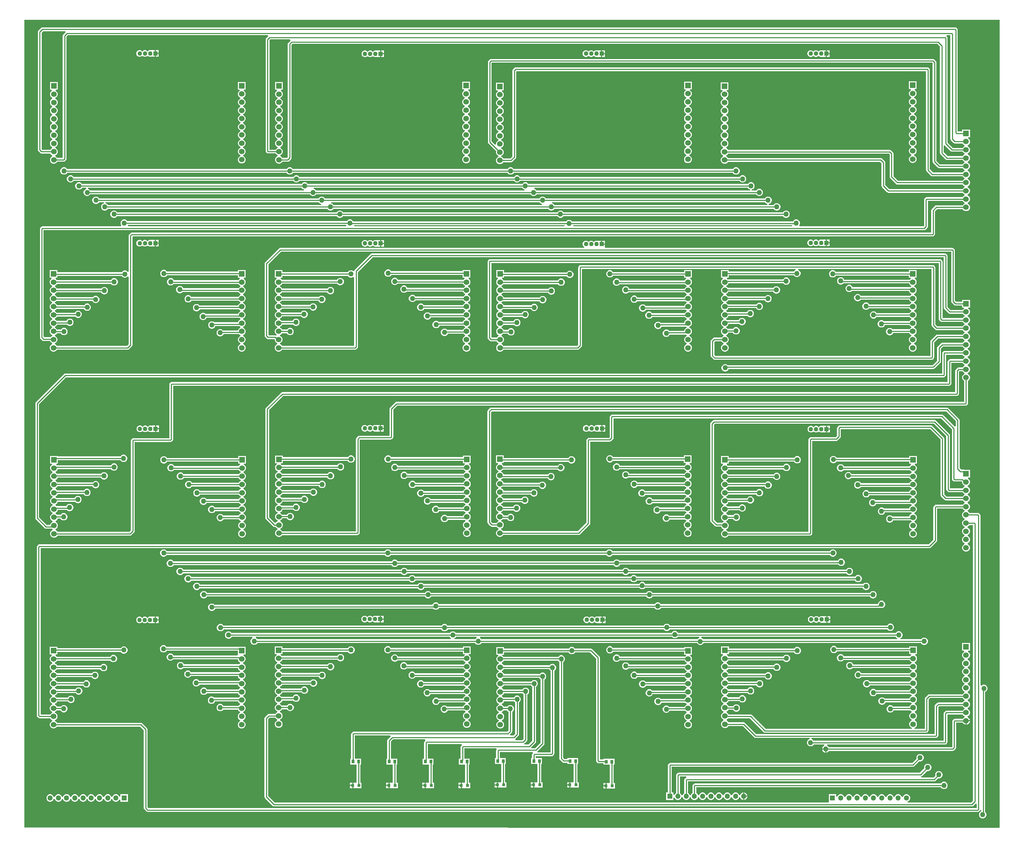
<source format=gtl>
G04*
G04 #@! TF.GenerationSoftware,Altium Limited,Altium Designer,25.2.1 (25)*
G04*
G04 Layer_Physical_Order=1*
G04 Layer_Color=255*
%FSAX44Y44*%
%MOMM*%
G71*
G04*
G04 #@! TF.SameCoordinates,962EF830-37C3-45C2-9A6A-2A16DDEA0E73*
G04*
G04*
G04 #@! TF.FilePolarity,Positive*
G04*
G01*
G75*
%ADD12C,0.2540*%
%ADD15R,0.8000X0.9500*%
%ADD16R,0.8000X0.8000*%
%ADD19C,1.3000*%
%ADD20R,1.3000X1.3000*%
%ADD23R,1.1000X1.1000*%
%ADD24C,1.1000*%
%ADD26R,1.3580X1.3580*%
%ADD27C,1.3580*%
%ADD28C,1.2700*%
G36*
X02597750Y00252546D02*
X02595954Y00250751D01*
X00223500Y00251625D01*
Y02218750D01*
X02597750D01*
X02597750Y00252546D01*
D02*
G37*
%LPC*%
G36*
X00534160Y02145290D02*
Y02145290D01*
X00531620Y02145074D01*
X00531099Y02145290D01*
X00527901D01*
X00524946Y02144066D01*
X00523150Y02142270D01*
X00521354Y02144066D01*
X00518399Y02145290D01*
X00515201D01*
X00512246Y02144066D01*
X00510450Y02142270D01*
X00508654Y02144066D01*
X00505699Y02145290D01*
X00502501D01*
X00499546Y02144066D01*
X00497284Y02141804D01*
X00496060Y02138849D01*
Y02135651D01*
X00497284Y02132696D01*
X00499546Y02130434D01*
X00502501Y02129210D01*
X00505699D01*
X00508654Y02130434D01*
X00510450Y02132230D01*
X00512246Y02130434D01*
X00515201Y02129210D01*
X00518399D01*
X00521354Y02130434D01*
X00523150Y02132230D01*
X00524946Y02130434D01*
X00527901Y02129210D01*
X00531099D01*
X00531620Y02129426D01*
X00534160Y02129210D01*
X00534160Y02129210D01*
X00534160Y02129210D01*
X00540930D01*
Y02137250D01*
Y02145290D01*
X00534160D01*
X00534160Y02145290D01*
D02*
G37*
G36*
X02167660Y02145040D02*
Y02145040D01*
X02165120Y02144824D01*
X02164599Y02145040D01*
X02161401D01*
X02158446Y02143816D01*
X02156650Y02142020D01*
X02154854Y02143816D01*
X02151899Y02145040D01*
X02148701D01*
X02145746Y02143816D01*
X02143950Y02142020D01*
X02142154Y02143816D01*
X02139199Y02145040D01*
X02136001D01*
X02133046Y02143816D01*
X02130784Y02141554D01*
X02129560Y02138599D01*
Y02135401D01*
X02130784Y02132446D01*
X02133046Y02130184D01*
X02136001Y02128960D01*
X02139199D01*
X02142154Y02130184D01*
X02143950Y02131980D01*
X02145746Y02130184D01*
X02148701Y02128960D01*
X02151899D01*
X02154854Y02130184D01*
X02156650Y02131980D01*
X02158446Y02130184D01*
X02161401Y02128960D01*
X02164599D01*
X02165120Y02129176D01*
X02167660Y02128960D01*
X02167660Y02128960D01*
X02167660Y02128960D01*
X02174430D01*
Y02137000D01*
Y02145040D01*
X02167660D01*
X02167660Y02145040D01*
D02*
G37*
G36*
X01620410D02*
Y02145040D01*
X01617870Y02144824D01*
X01617349Y02145040D01*
X01614151D01*
X01611196Y02143816D01*
X01609400Y02142020D01*
X01607604Y02143816D01*
X01604649Y02145040D01*
X01601451D01*
X01598496Y02143816D01*
X01596700Y02142020D01*
X01594904Y02143816D01*
X01591949Y02145040D01*
X01588751D01*
X01585796Y02143816D01*
X01583534Y02141554D01*
X01582310Y02138599D01*
Y02135401D01*
X01583534Y02132446D01*
X01585796Y02130184D01*
X01588751Y02128960D01*
X01591949D01*
X01594904Y02130184D01*
X01596700Y02131980D01*
X01598496Y02130184D01*
X01601451Y02128960D01*
X01604649D01*
X01607604Y02130184D01*
X01609400Y02131980D01*
X01611196Y02130184D01*
X01614151Y02128960D01*
X01617349D01*
X01617870Y02129176D01*
X01620410Y02128960D01*
X01620410Y02128960D01*
X01620410Y02128960D01*
X01627180D01*
Y02137000D01*
Y02145040D01*
X01620410D01*
X01620410Y02145040D01*
D02*
G37*
G36*
X01082760Y02144540D02*
Y02144540D01*
X01080220Y02144324D01*
X01079699Y02144540D01*
X01076501D01*
X01073546Y02143316D01*
X01071750Y02141520D01*
X01069954Y02143316D01*
X01066999Y02144540D01*
X01063801D01*
X01060846Y02143316D01*
X01059050Y02141520D01*
X01057254Y02143316D01*
X01054299Y02144540D01*
X01051101D01*
X01048146Y02143316D01*
X01045884Y02141055D01*
X01044660Y02138099D01*
Y02134901D01*
X01045884Y02131946D01*
X01048146Y02129684D01*
X01051101Y02128460D01*
X01054299D01*
X01057254Y02129684D01*
X01059050Y02131480D01*
X01060846Y02129684D01*
X01063801Y02128460D01*
X01066999D01*
X01069954Y02129684D01*
X01071750Y02131480D01*
X01073546Y02129684D01*
X01076501Y02128460D01*
X01079699D01*
X01080220Y02128676D01*
X01082760Y02128460D01*
X01082760Y02128460D01*
X01082760Y02128460D01*
X01089530D01*
Y02136500D01*
Y02144540D01*
X01082760D01*
X01082760Y02144540D01*
D02*
G37*
G36*
X00550240Y02145290D02*
X00543470D01*
Y02138520D01*
X00550240D01*
Y02145290D01*
D02*
G37*
G36*
X02183740Y02145040D02*
X02176970D01*
Y02138270D01*
X02183740D01*
Y02145040D01*
D02*
G37*
G36*
X01636490D02*
X01629720D01*
Y02138270D01*
X01636490D01*
Y02145040D01*
D02*
G37*
G36*
X01098840Y02144540D02*
X01092070D01*
Y02137770D01*
X01098840D01*
Y02144540D01*
D02*
G37*
G36*
X00550240Y02135980D02*
X00543470D01*
Y02129210D01*
X00550240D01*
Y02135980D01*
D02*
G37*
G36*
X02183740Y02135730D02*
X02176970D01*
Y02128960D01*
X02183740D01*
Y02135730D01*
D02*
G37*
G36*
X01636490D02*
X01629720D01*
Y02128960D01*
X01636490D01*
Y02135730D01*
D02*
G37*
G36*
X01098840Y02135230D02*
X01092070D01*
Y02128460D01*
X01098840D01*
Y02135230D01*
D02*
G37*
G36*
X02395330Y02069080D02*
X02376670D01*
Y02050420D01*
X02380741D01*
X02381247Y02047880D01*
X02380715Y02047660D01*
X02378090Y02045035D01*
X02376670Y02041606D01*
Y02037894D01*
X02378090Y02034465D01*
X02380715Y02031841D01*
X02382443Y02031125D01*
Y02028375D01*
X02380715Y02027660D01*
X02378090Y02025035D01*
X02376670Y02021606D01*
Y02017894D01*
X02378090Y02014465D01*
X02380715Y02011841D01*
X02382443Y02011125D01*
Y02008376D01*
X02380715Y02007660D01*
X02378090Y02005035D01*
X02376670Y02001606D01*
Y01997894D01*
X02378090Y01994465D01*
X02380715Y01991841D01*
X02382443Y01991125D01*
Y01988376D01*
X02380715Y01987660D01*
X02378090Y01985035D01*
X02376670Y01981606D01*
Y01977894D01*
X02378090Y01974465D01*
X02380715Y01971841D01*
X02382443Y01971125D01*
Y01968376D01*
X02380715Y01967660D01*
X02378090Y01965035D01*
X02376670Y01961606D01*
Y01957894D01*
X02378090Y01954465D01*
X02380715Y01951841D01*
X02382443Y01951125D01*
Y01948376D01*
X02380715Y01947660D01*
X02378090Y01945035D01*
X02376670Y01941606D01*
Y01937894D01*
X02378090Y01934465D01*
X02380715Y01931841D01*
X02382443Y01931125D01*
Y01928375D01*
X02380715Y01927659D01*
X02378090Y01925035D01*
X02376670Y01921606D01*
Y01917894D01*
X02378090Y01914465D01*
X02380715Y01911840D01*
X02382443Y01911124D01*
Y01908375D01*
X02380715Y01907659D01*
X02378090Y01905035D01*
X02376670Y01901606D01*
Y01897894D01*
X02378090Y01894465D01*
X02380715Y01891840D01*
X02382443Y01891125D01*
Y01888375D01*
X02380715Y01887659D01*
X02378090Y01885035D01*
X02376670Y01881606D01*
Y01877894D01*
X02378090Y01874465D01*
X02380715Y01871840D01*
X02384144Y01870420D01*
X02387856D01*
X02391285Y01871840D01*
X02393909Y01874465D01*
X02395330Y01877894D01*
Y01881606D01*
X02393909Y01885035D01*
X02391285Y01887659D01*
X02389557Y01888375D01*
Y01891125D01*
X02391285Y01891840D01*
X02393909Y01894465D01*
X02395330Y01897894D01*
Y01901606D01*
X02393909Y01905035D01*
X02391285Y01907659D01*
X02389557Y01908375D01*
Y01911124D01*
X02391285Y01911840D01*
X02393909Y01914465D01*
X02395330Y01917894D01*
Y01921606D01*
X02393909Y01925035D01*
X02391285Y01927659D01*
X02389556Y01928375D01*
Y01931125D01*
X02391285Y01931841D01*
X02393909Y01934465D01*
X02395330Y01937894D01*
Y01941606D01*
X02393909Y01945035D01*
X02391285Y01947660D01*
X02389557Y01948376D01*
Y01951125D01*
X02391285Y01951841D01*
X02393909Y01954465D01*
X02395330Y01957894D01*
Y01961606D01*
X02393909Y01965035D01*
X02391285Y01967660D01*
X02389557Y01968376D01*
Y01971125D01*
X02391285Y01971841D01*
X02393909Y01974465D01*
X02395330Y01977894D01*
Y01981606D01*
X02393909Y01985035D01*
X02391285Y01987660D01*
X02389557Y01988376D01*
Y01991125D01*
X02391285Y01991841D01*
X02393909Y01994465D01*
X02395330Y01997894D01*
Y02001606D01*
X02393909Y02005035D01*
X02391285Y02007660D01*
X02389557Y02008376D01*
Y02011125D01*
X02391285Y02011841D01*
X02393909Y02014465D01*
X02395330Y02017894D01*
Y02021606D01*
X02393909Y02025035D01*
X02391285Y02027660D01*
X02389557Y02028375D01*
Y02031125D01*
X02391285Y02031841D01*
X02393909Y02034465D01*
X02395330Y02037894D01*
Y02041606D01*
X02393909Y02045035D01*
X02391285Y02047660D01*
X02390753Y02047880D01*
X02391258Y02050420D01*
X02395330D01*
Y02069080D01*
D02*
G37*
G36*
X01847830Y02068580D02*
X01829170D01*
Y02049920D01*
X01833242D01*
X01833747Y02047380D01*
X01833215Y02047160D01*
X01830591Y02044535D01*
X01829170Y02041106D01*
Y02037394D01*
X01830591Y02033965D01*
X01833215Y02031341D01*
X01834943Y02030625D01*
Y02027876D01*
X01833215Y02027160D01*
X01830591Y02024535D01*
X01829170Y02021106D01*
Y02017394D01*
X01830591Y02013965D01*
X01833215Y02011341D01*
X01834944Y02010625D01*
Y02007875D01*
X01833215Y02007159D01*
X01830591Y02004535D01*
X01829170Y02001106D01*
Y01997394D01*
X01830591Y01993965D01*
X01833215Y01991340D01*
X01834943Y01990624D01*
Y01987875D01*
X01833215Y01987159D01*
X01830591Y01984535D01*
X01829170Y01981106D01*
Y01977394D01*
X01830591Y01973965D01*
X01833215Y01971340D01*
X01834943Y01970625D01*
Y01967875D01*
X01833215Y01967159D01*
X01830591Y01964535D01*
X01829170Y01961106D01*
Y01957394D01*
X01830591Y01953965D01*
X01833215Y01951340D01*
X01834943Y01950625D01*
Y01947875D01*
X01833215Y01947159D01*
X01830591Y01944535D01*
X01829170Y01941106D01*
Y01937394D01*
X01830591Y01933965D01*
X01833215Y01931340D01*
X01834943Y01930625D01*
Y01927875D01*
X01833215Y01927159D01*
X01830591Y01924535D01*
X01829170Y01921106D01*
Y01917394D01*
X01830591Y01913965D01*
X01833215Y01911340D01*
X01834943Y01910625D01*
Y01907875D01*
X01833215Y01907159D01*
X01830591Y01904535D01*
X01829170Y01901106D01*
Y01897394D01*
X01830591Y01893965D01*
X01833215Y01891340D01*
X01834943Y01890625D01*
Y01887875D01*
X01833215Y01887160D01*
X01830591Y01884535D01*
X01829170Y01881106D01*
Y01877394D01*
X01830591Y01873965D01*
X01833215Y01871340D01*
X01836644Y01869920D01*
X01840356D01*
X01843785Y01871340D01*
X01846410Y01873965D01*
X01847830Y01877394D01*
Y01881106D01*
X01846410Y01884535D01*
X01843785Y01887160D01*
X01842057Y01887875D01*
Y01890625D01*
X01843785Y01891340D01*
X01846410Y01893965D01*
X01847830Y01897394D01*
Y01901106D01*
X01846410Y01904535D01*
X01843785Y01907159D01*
X01842057Y01907875D01*
Y01910625D01*
X01843785Y01911340D01*
X01846410Y01913965D01*
X01847830Y01917394D01*
Y01921106D01*
X01846410Y01924535D01*
X01843785Y01927159D01*
X01842057Y01927875D01*
Y01930625D01*
X01843785Y01931340D01*
X01846410Y01933965D01*
X01847830Y01937394D01*
Y01941106D01*
X01846410Y01944535D01*
X01843785Y01947159D01*
X01842057Y01947875D01*
Y01950625D01*
X01843785Y01951340D01*
X01846410Y01953965D01*
X01847830Y01957394D01*
Y01961106D01*
X01846410Y01964535D01*
X01843785Y01967159D01*
X01842057Y01967875D01*
Y01970625D01*
X01843785Y01971340D01*
X01846410Y01973965D01*
X01847830Y01977394D01*
Y01981106D01*
X01846410Y01984535D01*
X01843785Y01987159D01*
X01842057Y01987875D01*
Y01990624D01*
X01843785Y01991340D01*
X01846410Y01993965D01*
X01847830Y01997394D01*
Y02001106D01*
X01846410Y02004535D01*
X01843785Y02007159D01*
X01842057Y02007875D01*
Y02010625D01*
X01843785Y02011341D01*
X01846410Y02013965D01*
X01847830Y02017394D01*
Y02021106D01*
X01846410Y02024535D01*
X01843785Y02027160D01*
X01842057Y02027876D01*
Y02030625D01*
X01843785Y02031341D01*
X01846410Y02033965D01*
X01847830Y02037394D01*
Y02041106D01*
X01846410Y02044535D01*
X01843785Y02047160D01*
X01843253Y02047380D01*
X01843759Y02049920D01*
X01847830D01*
Y02068580D01*
D02*
G37*
G36*
X01308330Y02068330D02*
X01289670D01*
Y02049670D01*
X01293742D01*
X01294247Y02047130D01*
X01293715Y02046910D01*
X01291091Y02044285D01*
X01289670Y02040856D01*
Y02037144D01*
X01291091Y02033715D01*
X01293715Y02031091D01*
X01295444Y02030375D01*
Y02027625D01*
X01293715Y02026909D01*
X01291091Y02024285D01*
X01289670Y02020856D01*
Y02017144D01*
X01291091Y02013715D01*
X01293715Y02011090D01*
X01295443Y02010374D01*
Y02007625D01*
X01293715Y02006909D01*
X01291091Y02004285D01*
X01289670Y02000856D01*
Y01997144D01*
X01291091Y01993715D01*
X01293715Y01991090D01*
X01295443Y01990374D01*
Y01987625D01*
X01293715Y01986909D01*
X01291091Y01984285D01*
X01289670Y01980856D01*
Y01977144D01*
X01291091Y01973715D01*
X01293715Y01971090D01*
X01295443Y01970374D01*
Y01967625D01*
X01293715Y01966909D01*
X01291091Y01964285D01*
X01289670Y01960856D01*
Y01957144D01*
X01291091Y01953715D01*
X01293715Y01951090D01*
X01295443Y01950375D01*
Y01947625D01*
X01293715Y01946909D01*
X01291091Y01944285D01*
X01289670Y01940856D01*
Y01937144D01*
X01291091Y01933715D01*
X01293715Y01931090D01*
X01295443Y01930375D01*
Y01927625D01*
X01293715Y01926910D01*
X01291091Y01924285D01*
X01289670Y01920856D01*
Y01917144D01*
X01291091Y01913715D01*
X01293715Y01911090D01*
X01295443Y01910375D01*
Y01907625D01*
X01293715Y01906910D01*
X01291091Y01904285D01*
X01289670Y01900856D01*
Y01897144D01*
X01291091Y01893715D01*
X01293715Y01891090D01*
X01295443Y01890375D01*
Y01887625D01*
X01293715Y01886910D01*
X01291091Y01884285D01*
X01289670Y01880856D01*
Y01877144D01*
X01291091Y01873715D01*
X01293715Y01871091D01*
X01297144Y01869670D01*
X01300856D01*
X01304285Y01871091D01*
X01306910Y01873715D01*
X01308330Y01877144D01*
Y01880856D01*
X01306910Y01884285D01*
X01304285Y01886910D01*
X01302557Y01887625D01*
Y01890375D01*
X01304285Y01891090D01*
X01306910Y01893715D01*
X01308330Y01897144D01*
Y01900856D01*
X01306910Y01904285D01*
X01304285Y01906910D01*
X01302557Y01907625D01*
Y01910375D01*
X01304285Y01911090D01*
X01306910Y01913715D01*
X01308330Y01917144D01*
Y01920856D01*
X01306910Y01924285D01*
X01304285Y01926910D01*
X01302557Y01927625D01*
Y01930375D01*
X01304285Y01931090D01*
X01306910Y01933715D01*
X01308330Y01937144D01*
Y01940856D01*
X01306910Y01944285D01*
X01304285Y01946909D01*
X01302557Y01947625D01*
Y01950375D01*
X01304285Y01951090D01*
X01306910Y01953715D01*
X01308330Y01957144D01*
Y01960856D01*
X01306910Y01964285D01*
X01304285Y01966909D01*
X01302557Y01967625D01*
Y01970374D01*
X01304285Y01971090D01*
X01306910Y01973715D01*
X01308330Y01977144D01*
Y01980856D01*
X01306910Y01984285D01*
X01304285Y01986909D01*
X01302557Y01987625D01*
Y01990374D01*
X01304285Y01991090D01*
X01306910Y01993715D01*
X01308330Y01997144D01*
Y02000856D01*
X01306910Y02004285D01*
X01304285Y02006909D01*
X01302557Y02007625D01*
Y02010374D01*
X01304285Y02011090D01*
X01306910Y02013715D01*
X01308330Y02017144D01*
Y02020856D01*
X01306910Y02024285D01*
X01304285Y02026909D01*
X01302557Y02027625D01*
Y02030375D01*
X01304285Y02031091D01*
X01306910Y02033715D01*
X01308330Y02037144D01*
Y02040856D01*
X01306910Y02044285D01*
X01304285Y02046910D01*
X01303753Y02047130D01*
X01304259Y02049670D01*
X01308330D01*
Y02068330D01*
D02*
G37*
G36*
X00761830Y02067830D02*
X00743170D01*
Y02049170D01*
X00747242D01*
X00747747Y02046630D01*
X00747215Y02046409D01*
X00744590Y02043785D01*
X00743170Y02040356D01*
Y02036644D01*
X00744590Y02033215D01*
X00747215Y02030590D01*
X00748943Y02029875D01*
Y02027125D01*
X00747215Y02026409D01*
X00744590Y02023785D01*
X00743170Y02020356D01*
Y02016644D01*
X00744590Y02013215D01*
X00747215Y02010590D01*
X00748943Y02009875D01*
Y02007125D01*
X00747215Y02006409D01*
X00744590Y02003785D01*
X00743170Y02000356D01*
Y01996644D01*
X00744590Y01993215D01*
X00747215Y01990590D01*
X00748943Y01989875D01*
Y01987125D01*
X00747215Y01986410D01*
X00744590Y01983785D01*
X00743170Y01980356D01*
Y01976644D01*
X00744590Y01973215D01*
X00747215Y01970590D01*
X00748943Y01969875D01*
Y01967125D01*
X00747215Y01966410D01*
X00744590Y01963785D01*
X00743170Y01960356D01*
Y01956644D01*
X00744590Y01953215D01*
X00747215Y01950590D01*
X00748943Y01949875D01*
Y01947125D01*
X00747215Y01946410D01*
X00744590Y01943785D01*
X00743170Y01940356D01*
Y01936644D01*
X00744590Y01933215D01*
X00747215Y01930591D01*
X00748943Y01929875D01*
Y01927125D01*
X00747215Y01926410D01*
X00744590Y01923785D01*
X00743170Y01920356D01*
Y01916644D01*
X00744590Y01913215D01*
X00747215Y01910591D01*
X00748943Y01909875D01*
Y01907126D01*
X00747215Y01906410D01*
X00744590Y01903785D01*
X00743170Y01900356D01*
Y01896644D01*
X00744590Y01893215D01*
X00747215Y01890591D01*
X00748943Y01889875D01*
Y01887126D01*
X00747215Y01886410D01*
X00744590Y01883785D01*
X00743170Y01880356D01*
Y01876644D01*
X00744590Y01873215D01*
X00747215Y01870591D01*
X00750644Y01869170D01*
X00754356D01*
X00757785Y01870591D01*
X00760409Y01873215D01*
X00761830Y01876644D01*
Y01880356D01*
X00760409Y01883785D01*
X00757785Y01886410D01*
X00756057Y01887126D01*
Y01889875D01*
X00757785Y01890591D01*
X00760409Y01893215D01*
X00761830Y01896644D01*
Y01900356D01*
X00760409Y01903785D01*
X00757785Y01906410D01*
X00756057Y01907126D01*
Y01909875D01*
X00757785Y01910591D01*
X00760409Y01913215D01*
X00761830Y01916644D01*
Y01920356D01*
X00760409Y01923785D01*
X00757785Y01926410D01*
X00756057Y01927125D01*
Y01929875D01*
X00757785Y01930591D01*
X00760409Y01933215D01*
X00761830Y01936644D01*
Y01940356D01*
X00760409Y01943785D01*
X00757785Y01946410D01*
X00756057Y01947125D01*
Y01949875D01*
X00757785Y01950590D01*
X00760409Y01953215D01*
X00761830Y01956644D01*
Y01960356D01*
X00760409Y01963785D01*
X00757785Y01966410D01*
X00756057Y01967125D01*
Y01969875D01*
X00757785Y01970590D01*
X00760409Y01973215D01*
X00761830Y01976644D01*
Y01980356D01*
X00760409Y01983785D01*
X00757785Y01986410D01*
X00756057Y01987125D01*
Y01989875D01*
X00757785Y01990590D01*
X00760409Y01993215D01*
X00761830Y01996644D01*
Y02000356D01*
X00760409Y02003785D01*
X00757785Y02006409D01*
X00756057Y02007125D01*
Y02009875D01*
X00757785Y02010590D01*
X00760409Y02013215D01*
X00761830Y02016644D01*
Y02020356D01*
X00760409Y02023785D01*
X00757785Y02026409D01*
X00756057Y02027125D01*
Y02029875D01*
X00757785Y02030590D01*
X00760409Y02033215D01*
X00761830Y02036644D01*
Y02040356D01*
X00760409Y02043785D01*
X00757785Y02046409D01*
X00757253Y02046630D01*
X00757758Y02049170D01*
X00761830D01*
Y02067830D01*
D02*
G37*
G36*
X02489012Y02200879D02*
X02489012Y02200879D01*
X00267250D01*
X00265479Y02200527D01*
X00263977Y02199523D01*
X00263977Y02199523D01*
X00257477Y02193023D01*
X00256473Y02191521D01*
X00256121Y02189750D01*
X00256121Y02189750D01*
Y01902500D01*
X00256121Y01902500D01*
X00256473Y01900729D01*
X00257477Y01899227D01*
X00261977Y01894727D01*
X00261977Y01894727D01*
X00263479Y01893723D01*
X00265250Y01893371D01*
X00286819D01*
X00287091Y01892715D01*
X00289715Y01890090D01*
X00291443Y01889374D01*
Y01886625D01*
X00289715Y01885909D01*
X00287091Y01883285D01*
X00285670Y01879856D01*
Y01876144D01*
X00287091Y01872715D01*
X00289715Y01870090D01*
X00293144Y01868670D01*
X00296856D01*
X00300285Y01870090D01*
X00302910Y01872715D01*
X00303181Y01873371D01*
X00318750D01*
X00318750Y01873371D01*
X00320521Y01873723D01*
X00322023Y01874727D01*
X00324773Y01877477D01*
X00325777Y01878979D01*
X00326129Y01880750D01*
X00326129Y01880750D01*
Y02178583D01*
X00329167Y02181621D01*
X00815806D01*
X00816361Y02180801D01*
X00816785Y02179081D01*
X00812227Y02174523D01*
X00811223Y02173021D01*
X00810871Y02171250D01*
X00810871Y02171250D01*
Y01899738D01*
X00810871Y01899738D01*
X00811223Y01897967D01*
X00812227Y01896465D01*
X00813715Y01894977D01*
X00813715Y01894977D01*
X00815217Y01893974D01*
X00816988Y01893621D01*
X00835069D01*
X00835340Y01892965D01*
X00837965Y01890341D01*
X00839693Y01889625D01*
Y01886876D01*
X00837965Y01886160D01*
X00835340Y01883535D01*
X00833920Y01880106D01*
Y01876394D01*
X00835340Y01872965D01*
X00837965Y01870341D01*
X00841394Y01868920D01*
X00845106D01*
X00848535Y01870341D01*
X00851160Y01872965D01*
X00851431Y01873621D01*
X00864750D01*
X00864750Y01873621D01*
X00866522Y01873974D01*
X00868023Y01874977D01*
X00872523Y01879477D01*
X00872523Y01879477D01*
X00873527Y01880979D01*
X00873879Y01882750D01*
Y02158333D01*
X00875917Y02160371D01*
X02445583D01*
X02452121Y02153833D01*
Y01894750D01*
X02452121Y01894750D01*
X02452473Y01892979D01*
X02453477Y01891477D01*
X02465707Y01879247D01*
X02467209Y01878243D01*
X02468980Y01877891D01*
X02468980Y01877891D01*
X02507569D01*
X02507841Y01877235D01*
X02510465Y01874610D01*
X02512193Y01873895D01*
Y01871145D01*
X02510465Y01870430D01*
X02507841Y01867805D01*
X02507569Y01867149D01*
X02452147D01*
X02443629Y01875667D01*
Y02115000D01*
X02443629Y02115000D01*
X02443277Y02116771D01*
X02442273Y02118273D01*
X02438023Y02122523D01*
X02436521Y02123527D01*
X02434750Y02123879D01*
X02434750Y02123879D01*
X01359750D01*
X01359750Y02123879D01*
X01357979Y02123527D01*
X01356477Y02122523D01*
X01352977Y02119023D01*
X01351973Y02117521D01*
X01351621Y02115750D01*
X01351621Y02115750D01*
Y01921500D01*
X01351621Y01921500D01*
X01351973Y01919729D01*
X01352977Y01918227D01*
X01371942Y01899262D01*
X01371670Y01898606D01*
Y01894894D01*
X01373090Y01891465D01*
X01375715Y01888840D01*
X01377443Y01888125D01*
Y01885376D01*
X01375715Y01884660D01*
X01373090Y01882035D01*
X01371670Y01878606D01*
Y01874894D01*
X01373090Y01871465D01*
X01375715Y01868840D01*
X01379144Y01867420D01*
X01382856D01*
X01386285Y01868840D01*
X01388910Y01871465D01*
X01389181Y01872121D01*
X01408250D01*
X01408250Y01872121D01*
X01410022Y01872473D01*
X01411523Y01873477D01*
X01419523Y01881477D01*
X01420527Y01882979D01*
X01420879Y01884750D01*
X01420879Y01884750D01*
Y02093333D01*
X01421667Y02094121D01*
X02418121D01*
Y01853250D01*
X02418121Y01853250D01*
X02418473Y01851479D01*
X02419477Y01849977D01*
X02430207Y01839247D01*
X02430207Y01839247D01*
X02431709Y01838243D01*
X02433480Y01837891D01*
X02507569D01*
X02507841Y01837235D01*
X02510465Y01834610D01*
X02512193Y01833895D01*
Y01831145D01*
X02510465Y01830430D01*
X02507841Y01827805D01*
X02507569Y01827149D01*
X02350135D01*
X02339129Y01838155D01*
Y01893250D01*
X02338777Y01895021D01*
X02337773Y01896523D01*
X02337773Y01896523D01*
X02333273Y01901023D01*
X02331772Y01902026D01*
X02330000Y01902379D01*
X02330000Y01902379D01*
X01936181D01*
X01935910Y01903035D01*
X01933285Y01905659D01*
X01931557Y01906375D01*
Y01909124D01*
X01933285Y01909840D01*
X01935910Y01912465D01*
X01937330Y01915894D01*
Y01919606D01*
X01935910Y01923035D01*
X01933285Y01925659D01*
X01931557Y01926375D01*
Y01929125D01*
X01933285Y01929841D01*
X01935910Y01932465D01*
X01937330Y01935894D01*
Y01939606D01*
X01935910Y01943035D01*
X01933285Y01945660D01*
X01931557Y01946376D01*
Y01949125D01*
X01933285Y01949841D01*
X01935910Y01952465D01*
X01937330Y01955894D01*
Y01959606D01*
X01935910Y01963035D01*
X01933285Y01965660D01*
X01931557Y01966375D01*
Y01969125D01*
X01933285Y01969841D01*
X01935910Y01972465D01*
X01937330Y01975894D01*
Y01979606D01*
X01935910Y01983035D01*
X01933285Y01985660D01*
X01931557Y01986375D01*
Y01989125D01*
X01933285Y01989841D01*
X01935910Y01992465D01*
X01937330Y01995894D01*
Y01999606D01*
X01935910Y02003035D01*
X01933285Y02005660D01*
X01931557Y02006375D01*
Y02009125D01*
X01933285Y02009841D01*
X01935910Y02012465D01*
X01937330Y02015894D01*
Y02019606D01*
X01935910Y02023035D01*
X01933285Y02025660D01*
X01931557Y02026375D01*
Y02029125D01*
X01933285Y02029841D01*
X01935910Y02032465D01*
X01937330Y02035894D01*
Y02039606D01*
X01935910Y02043035D01*
X01933285Y02045660D01*
X01932753Y02045880D01*
X01933259Y02048420D01*
X01937330D01*
Y02067080D01*
X01918670D01*
Y02048420D01*
X01922742D01*
X01923247Y02045880D01*
X01922715Y02045660D01*
X01920091Y02043035D01*
X01918670Y02039606D01*
Y02035894D01*
X01920091Y02032465D01*
X01922715Y02029841D01*
X01924443Y02029125D01*
Y02026375D01*
X01922715Y02025660D01*
X01920091Y02023035D01*
X01918670Y02019606D01*
Y02015894D01*
X01920091Y02012465D01*
X01922715Y02009841D01*
X01924443Y02009125D01*
Y02006375D01*
X01922715Y02005660D01*
X01920091Y02003035D01*
X01918670Y01999606D01*
Y01995894D01*
X01920091Y01992465D01*
X01922715Y01989841D01*
X01924443Y01989125D01*
Y01986375D01*
X01922715Y01985660D01*
X01920091Y01983035D01*
X01918670Y01979606D01*
Y01975894D01*
X01920091Y01972465D01*
X01922715Y01969841D01*
X01924443Y01969125D01*
Y01966375D01*
X01922715Y01965660D01*
X01920091Y01963035D01*
X01918670Y01959606D01*
Y01955894D01*
X01920091Y01952465D01*
X01922715Y01949841D01*
X01924443Y01949125D01*
Y01946376D01*
X01922715Y01945660D01*
X01920091Y01943035D01*
X01918670Y01939606D01*
Y01935894D01*
X01920091Y01932465D01*
X01922715Y01929841D01*
X01924444Y01929125D01*
Y01926375D01*
X01922715Y01925659D01*
X01920091Y01923035D01*
X01918670Y01919606D01*
Y01915894D01*
X01920091Y01912465D01*
X01922715Y01909840D01*
X01924443Y01909124D01*
Y01906375D01*
X01922715Y01905659D01*
X01920091Y01903035D01*
X01918670Y01899606D01*
Y01895894D01*
X01920091Y01892465D01*
X01922715Y01889840D01*
X01924443Y01889124D01*
Y01886375D01*
X01922715Y01885659D01*
X01920091Y01883035D01*
X01918670Y01879606D01*
Y01875894D01*
X01920091Y01872465D01*
X01922715Y01869840D01*
X01926144Y01868420D01*
X01929856D01*
X01933285Y01869840D01*
X01935910Y01872465D01*
X01936181Y01873121D01*
X02305845D01*
X02309871Y01869095D01*
Y01814750D01*
X02309871Y01814750D01*
X02310223Y01812979D01*
X02311227Y01811477D01*
X02323457Y01799247D01*
X02324959Y01798243D01*
X02326730Y01797891D01*
X02326730Y01797891D01*
X02507569D01*
X02507841Y01797235D01*
X02510465Y01794610D01*
X02512193Y01793895D01*
Y01791145D01*
X02510465Y01790430D01*
X02507841Y01787805D01*
X02507569Y01787149D01*
X02419488D01*
X02417717Y01786797D01*
X02416215Y01785793D01*
X02416215Y01785793D01*
X02414727Y01784305D01*
X02413723Y01782803D01*
X02413371Y01781032D01*
X02413371Y01781032D01*
Y01717155D01*
X02412095Y01715879D01*
X02110544D01*
X02109491Y01718419D01*
X02110037Y01718964D01*
X02111390Y01722232D01*
Y01725768D01*
X02110037Y01729036D01*
X02107536Y01731537D01*
X02104269Y01732890D01*
X02100732D01*
X02097464Y01731537D01*
X02094964Y01729036D01*
X02094536Y01728004D01*
X01556318D01*
X01554036Y01730287D01*
X01550768Y01731640D01*
X01547232D01*
X01543964Y01730287D01*
X01541682Y01728004D01*
X01024214D01*
X01023786Y01729036D01*
X01021286Y01731537D01*
X01018018Y01732890D01*
X01014482D01*
X01011214Y01731537D01*
X01008713Y01729036D01*
X01008545Y01728629D01*
X00474205D01*
X00474036Y01729036D01*
X00471536Y01731537D01*
X00468268Y01732890D01*
X00464732D01*
X00461464Y01731537D01*
X00458963Y01729036D01*
X00457610Y01725768D01*
Y01722232D01*
X00458963Y01718964D01*
X00459509Y01718419D01*
X00458457Y01715879D01*
X00267238D01*
X00265466Y01715527D01*
X00263965Y01714523D01*
X00263965Y01714523D01*
X00262477Y01713035D01*
X00261473Y01711534D01*
X00261121Y01709762D01*
X00261121Y01709762D01*
Y01445750D01*
X00261121Y01445750D01*
X00261473Y01443979D01*
X00262477Y01442477D01*
X00266977Y01437977D01*
X00266977Y01437977D01*
X00268479Y01436973D01*
X00270250Y01436621D01*
X00270250Y01436621D01*
X00285904D01*
X00286590Y01434965D01*
X00289215Y01432341D01*
X00290943Y01431625D01*
Y01428875D01*
X00289215Y01428160D01*
X00286590Y01425535D01*
X00285170Y01422106D01*
Y01418394D01*
X00286590Y01414965D01*
X00289215Y01412341D01*
X00292644Y01410920D01*
X00296356D01*
X00299785Y01412341D01*
X00302409Y01414965D01*
X00302681Y01415621D01*
X00475250D01*
X00475250Y01415621D01*
X00477022Y01415974D01*
X00478523Y01416977D01*
X00485273Y01423727D01*
X00486277Y01425229D01*
X00486629Y01427000D01*
X00486629Y01427000D01*
Y01691083D01*
X00487167Y01691621D01*
X02434012D01*
X02434012Y01691621D01*
X02435784Y01691973D01*
X02437285Y01692977D01*
X02438773Y01694465D01*
X02438773Y01694465D01*
X02439777Y01695966D01*
X02440129Y01697738D01*
Y01752833D01*
X02445187Y01757891D01*
X02507569D01*
X02507841Y01757235D01*
X02510465Y01754610D01*
X02513894Y01753190D01*
X02517606D01*
X02521035Y01754610D01*
X02523660Y01757235D01*
X02525080Y01760664D01*
Y01764376D01*
X02523660Y01767805D01*
X02521035Y01770430D01*
X02519307Y01771145D01*
Y01773895D01*
X02521035Y01774610D01*
X02523660Y01777235D01*
X02525080Y01780664D01*
Y01784376D01*
X02523660Y01787805D01*
X02521035Y01790430D01*
X02519307Y01791145D01*
Y01793895D01*
X02521035Y01794610D01*
X02523660Y01797235D01*
X02525080Y01800664D01*
Y01804376D01*
X02523660Y01807805D01*
X02521035Y01810430D01*
X02519307Y01811145D01*
Y01813895D01*
X02521035Y01814610D01*
X02523660Y01817235D01*
X02525080Y01820664D01*
Y01824376D01*
X02523660Y01827805D01*
X02521035Y01830430D01*
X02519307Y01831145D01*
Y01833895D01*
X02521035Y01834610D01*
X02523660Y01837235D01*
X02525080Y01840664D01*
Y01844376D01*
X02523660Y01847805D01*
X02521035Y01850430D01*
X02519307Y01851145D01*
Y01853895D01*
X02521035Y01854610D01*
X02523660Y01857235D01*
X02525080Y01860664D01*
Y01864376D01*
X02523660Y01867805D01*
X02521035Y01870430D01*
X02519307Y01871145D01*
Y01873895D01*
X02521035Y01874610D01*
X02523660Y01877235D01*
X02525080Y01880664D01*
Y01884376D01*
X02523660Y01887805D01*
X02521035Y01890430D01*
X02519307Y01891145D01*
Y01893895D01*
X02521035Y01894610D01*
X02523660Y01897235D01*
X02525080Y01900664D01*
Y01904376D01*
X02523660Y01907805D01*
X02521035Y01910430D01*
X02519307Y01911145D01*
Y01913895D01*
X02521035Y01914610D01*
X02523660Y01917235D01*
X02525080Y01920664D01*
Y01924376D01*
X02523660Y01927805D01*
X02521035Y01930430D01*
X02520503Y01930650D01*
X02521008Y01933190D01*
X02525080D01*
Y01951850D01*
X02506420D01*
Y01947149D01*
X02495129D01*
Y02194762D01*
X02494777Y02196534D01*
X02493773Y02198035D01*
X02493773Y02198035D01*
X02492285Y02199523D01*
X02490784Y02200527D01*
X02489012Y02200879D01*
D02*
G37*
G36*
X01957518Y01859890D02*
X01953982D01*
X01950714Y01858537D01*
X01948214Y01856036D01*
X01948045Y01855629D01*
X01414455D01*
X01414287Y01856036D01*
X01411786Y01858537D01*
X01408518Y01859890D01*
X01404982D01*
X01401714Y01858537D01*
X01399214Y01856036D01*
X01399045Y01855629D01*
X00877205D01*
X00877037Y01856036D01*
X00874536Y01858537D01*
X00871268Y01859890D01*
X00867732D01*
X00864464Y01858537D01*
X00861963Y01856036D01*
X00861795Y01855629D01*
X00327455D01*
X00327286Y01856036D01*
X00324786Y01858537D01*
X00321518Y01859890D01*
X00317982D01*
X00314714Y01858537D01*
X00312213Y01856036D01*
X00310860Y01852768D01*
Y01849232D01*
X00312213Y01845964D01*
X00314714Y01843463D01*
X00317982Y01842110D01*
X00321518D01*
X00324786Y01843463D01*
X00327286Y01845964D01*
X00327455Y01846371D01*
X00861795D01*
X00861963Y01845964D01*
X00864464Y01843463D01*
X00867732Y01842110D01*
X00871268D01*
X00874536Y01843463D01*
X00877037Y01845964D01*
X00877205Y01846371D01*
X01399045D01*
X01399214Y01845964D01*
X01401714Y01843463D01*
X01404982Y01842110D01*
X01408518D01*
X01411786Y01843463D01*
X01414287Y01845964D01*
X01414455Y01846371D01*
X01948045D01*
X01948214Y01845964D01*
X01950714Y01843463D01*
X01953982Y01842110D01*
X01957518D01*
X01960786Y01843463D01*
X01963287Y01845964D01*
X01964640Y01849232D01*
Y01852768D01*
X01963287Y01856036D01*
X01960786Y01858537D01*
X01957518Y01859890D01*
D02*
G37*
G36*
X01973519Y01840640D02*
X01969982D01*
X01966714Y01839286D01*
X01964214Y01836786D01*
X01964045Y01836379D01*
X01430455D01*
X01430287Y01836786D01*
X01427786Y01839286D01*
X01424518Y01840640D01*
X01420982D01*
X01417714Y01839286D01*
X01415213Y01836786D01*
X01415045Y01836379D01*
X00893205D01*
X00893036Y01836786D01*
X00890536Y01839286D01*
X00887268Y01840640D01*
X00883732D01*
X00880464Y01839286D01*
X00877963Y01836786D01*
X00877795Y01836379D01*
X00343455D01*
X00343287Y01836786D01*
X00340786Y01839286D01*
X00337518Y01840640D01*
X00333982D01*
X00330714Y01839286D01*
X00328213Y01836786D01*
X00326860Y01833518D01*
Y01829982D01*
X00328213Y01826714D01*
X00330714Y01824213D01*
X00333982Y01822860D01*
X00337518D01*
X00340786Y01824213D01*
X00343287Y01826714D01*
X00343455Y01827121D01*
X00877795D01*
X00877963Y01826714D01*
X00880464Y01824213D01*
X00883732Y01822860D01*
X00887268D01*
X00890536Y01824213D01*
X00893036Y01826714D01*
X00893205Y01827121D01*
X01415045D01*
X01415213Y01826714D01*
X01417714Y01824213D01*
X01420982Y01822860D01*
X01424518D01*
X01427786Y01824213D01*
X01430287Y01826714D01*
X01430455Y01827121D01*
X01964045D01*
X01964214Y01826714D01*
X01966714Y01824213D01*
X01969982Y01822860D01*
X01973519D01*
X01976786Y01824213D01*
X01979287Y01826714D01*
X01980640Y01829982D01*
Y01833518D01*
X01979287Y01836786D01*
X01976786Y01839286D01*
X01973519Y01840640D01*
D02*
G37*
G36*
X01993768Y01823640D02*
X01990232D01*
X01986964Y01822287D01*
X01984464Y01819786D01*
X01984295Y01819379D01*
X01450705D01*
X01450536Y01819786D01*
X01448036Y01822287D01*
X01444768Y01823640D01*
X01441232D01*
X01437964Y01822287D01*
X01435463Y01819786D01*
X01435295Y01819379D01*
X00913455D01*
X00913287Y01819786D01*
X00910786Y01822287D01*
X00907519Y01823640D01*
X00903982D01*
X00900714Y01822287D01*
X00898214Y01819786D01*
X00898045Y01819379D01*
X00363705D01*
X00363536Y01819786D01*
X00361036Y01822287D01*
X00357768Y01823640D01*
X00354231D01*
X00350964Y01822287D01*
X00348463Y01819786D01*
X00347110Y01816519D01*
Y01812982D01*
X00348463Y01809715D01*
X00350964Y01807214D01*
X00354231Y01805860D01*
X00357768D01*
X00361036Y01807214D01*
X00363536Y01809715D01*
X00363705Y01810121D01*
X00374341D01*
X00374482Y01807640D01*
X00371214Y01806286D01*
X00368714Y01803786D01*
X00367360Y01800518D01*
Y01796981D01*
X00368714Y01793714D01*
X00371214Y01791213D01*
X00374482Y01789860D01*
X00378018D01*
X00381286Y01791213D01*
X00383787Y01793714D01*
X00383955Y01794121D01*
X00918295D01*
X00918464Y01793714D01*
X00920964Y01791213D01*
X00924232Y01789860D01*
X00927768D01*
X00931036Y01791213D01*
X00933537Y01793714D01*
X00933705Y01794121D01*
X01455545D01*
X01455713Y01793714D01*
X01458214Y01791213D01*
X01461481Y01789860D01*
X01465018D01*
X01468286Y01791213D01*
X01470786Y01793714D01*
X01470955Y01794121D01*
X02004545D01*
X02004713Y01793714D01*
X02007214Y01791213D01*
X02010482Y01789860D01*
X02014018D01*
X02017286Y01791213D01*
X02019787Y01793714D01*
X02021140Y01796981D01*
Y01800518D01*
X02019787Y01803786D01*
X02017286Y01806286D01*
X02014018Y01807640D01*
X02010482D01*
X02007214Y01806286D01*
X02004713Y01803786D01*
X02004545Y01803379D01*
X01993910D01*
X01993768Y01805860D01*
X01997036Y01807214D01*
X01999537Y01809715D01*
X02000890Y01812982D01*
Y01816519D01*
X01999537Y01819786D01*
X01997036Y01822287D01*
X01993768Y01823640D01*
D02*
G37*
G36*
X02035518Y01788390D02*
X02031982D01*
X02028714Y01787037D01*
X02026214Y01784536D01*
X02026045Y01784129D01*
X01492455D01*
X01492287Y01784536D01*
X01489786Y01787037D01*
X01486518Y01788390D01*
X01482982D01*
X01479714Y01787037D01*
X01477213Y01784536D01*
X01477045Y01784129D01*
X00955205D01*
X00955037Y01784536D01*
X00952536Y01787037D01*
X00949269Y01788390D01*
X00945732D01*
X00942465Y01787037D01*
X00939964Y01784536D01*
X00939795Y01784129D01*
X00405455D01*
X00405286Y01784536D01*
X00402786Y01787037D01*
X00399518Y01788390D01*
X00395981D01*
X00392714Y01787037D01*
X00390213Y01784536D01*
X00388860Y01781268D01*
Y01777732D01*
X00390213Y01774464D01*
X00392714Y01771964D01*
X00395981Y01770610D01*
X00399518D01*
X00402786Y01771964D01*
X00405286Y01774464D01*
X00405455Y01774871D01*
X00417089D01*
X00417232Y01772390D01*
X00413964Y01771037D01*
X00411463Y01768536D01*
X00410110Y01765269D01*
Y01761732D01*
X00411463Y01758464D01*
X00413964Y01755964D01*
X00417232Y01754610D01*
X00420768D01*
X00424036Y01755964D01*
X00426536Y01758464D01*
X00426705Y01758871D01*
X00961045D01*
X00961213Y01758464D01*
X00963714Y01755964D01*
X00966982Y01754610D01*
X00970518D01*
X00973786Y01755964D01*
X00976286Y01758464D01*
X00976455Y01758871D01*
X01498295D01*
X01498463Y01758464D01*
X01500964Y01755964D01*
X01504232Y01754610D01*
X01507768D01*
X01511036Y01755964D01*
X01513537Y01758464D01*
X01513705Y01758871D01*
X02047295D01*
X02047464Y01758464D01*
X02049964Y01755964D01*
X02053232Y01754610D01*
X02056768D01*
X02060036Y01755964D01*
X02062537Y01758464D01*
X02063890Y01761732D01*
Y01765269D01*
X02062537Y01768536D01*
X02060036Y01771037D01*
X02056768Y01772390D01*
X02053232D01*
X02049964Y01771037D01*
X02047464Y01768536D01*
X02047295Y01768129D01*
X02035661D01*
X02035518Y01770610D01*
X02038786Y01771964D01*
X02041287Y01774464D01*
X02042640Y01777732D01*
Y01781268D01*
X02041287Y01784536D01*
X02038786Y01787037D01*
X02035518Y01788390D01*
D02*
G37*
G36*
X02079268Y01754390D02*
X02075732D01*
X02072464Y01753037D01*
X02069963Y01750536D01*
X02069795Y01750129D01*
X01536205D01*
X01536037Y01750536D01*
X01533536Y01753037D01*
X01530268Y01754390D01*
X01526732D01*
X01523464Y01753037D01*
X01520963Y01750536D01*
X01520795Y01750129D01*
X00998955D01*
X00998787Y01750536D01*
X00996286Y01753037D01*
X00993019Y01754390D01*
X00989482D01*
X00986215Y01753037D01*
X00983714Y01750536D01*
X00983545Y01750129D01*
X00449205D01*
X00449037Y01750536D01*
X00446536Y01753037D01*
X00443269Y01754390D01*
X00439732D01*
X00436465Y01753037D01*
X00433964Y01750536D01*
X00432610Y01747269D01*
Y01743732D01*
X00433964Y01740464D01*
X00436465Y01737964D01*
X00439732Y01736610D01*
X00443269D01*
X00446536Y01737964D01*
X00449037Y01740464D01*
X00449205Y01740871D01*
X00983545D01*
X00983714Y01740464D01*
X00986215Y01737964D01*
X00989482Y01736610D01*
X00993019D01*
X00996286Y01737964D01*
X00998787Y01740464D01*
X00998955Y01740871D01*
X01520795D01*
X01520963Y01740464D01*
X01523464Y01737964D01*
X01526732Y01736610D01*
X01530268D01*
X01533536Y01737964D01*
X01536037Y01740464D01*
X01536205Y01740871D01*
X02069795D01*
X02069963Y01740464D01*
X02072464Y01737964D01*
X02075732Y01736610D01*
X02079268D01*
X02082536Y01737964D01*
X02085037Y01740464D01*
X02086390Y01743732D01*
Y01747269D01*
X02085037Y01750536D01*
X02082536Y01753037D01*
X02079268Y01754390D01*
D02*
G37*
G36*
X02167661Y01683790D02*
Y01683790D01*
X02165121Y01683574D01*
X02164600Y01683790D01*
X02161401D01*
X02158446Y01682566D01*
X02156651Y01680770D01*
X02154855Y01682566D01*
X02151900Y01683790D01*
X02148701D01*
X02145746Y01682566D01*
X02143951Y01680770D01*
X02142155Y01682566D01*
X02139200Y01683790D01*
X02136001D01*
X02133046Y01682566D01*
X02130784Y01680304D01*
X02129561Y01677349D01*
Y01674151D01*
X02130784Y01671196D01*
X02133046Y01668934D01*
X02136001Y01667710D01*
X02139200D01*
X02142155Y01668934D01*
X02143951Y01670730D01*
X02145746Y01668934D01*
X02148701Y01667710D01*
X02151900D01*
X02154855Y01668934D01*
X02156651Y01670730D01*
X02158446Y01668934D01*
X02161401Y01667710D01*
X02164600D01*
X02165121Y01667926D01*
X02167661Y01667710D01*
X02167661Y01667710D01*
X02167661Y01667710D01*
X02174431D01*
Y01675750D01*
Y01683790D01*
X02167661D01*
X02167661Y01683790D01*
D02*
G37*
G36*
X00534160Y01683040D02*
Y01683040D01*
X00531620Y01682824D01*
X00531099Y01683040D01*
X00527901D01*
X00524946Y01681816D01*
X00523150Y01680020D01*
X00521354Y01681816D01*
X00518399Y01683040D01*
X00515201D01*
X00512246Y01681816D01*
X00510450Y01680020D01*
X00508654Y01681816D01*
X00505699Y01683040D01*
X00502501D01*
X00499546Y01681816D01*
X00497284Y01679554D01*
X00496060Y01676599D01*
Y01673401D01*
X00497284Y01670446D01*
X00499546Y01668184D01*
X00502501Y01666960D01*
X00505699D01*
X00508654Y01668184D01*
X00510450Y01669980D01*
X00512246Y01668184D01*
X00515201Y01666960D01*
X00518399D01*
X00521354Y01668184D01*
X00523150Y01669980D01*
X00524946Y01668184D01*
X00527901Y01666960D01*
X00531099D01*
X00531620Y01667176D01*
X00534160Y01666960D01*
X00534160Y01666960D01*
X00534160Y01666960D01*
X00540930D01*
Y01675000D01*
Y01683040D01*
X00534160D01*
X00534160Y01683040D01*
D02*
G37*
G36*
X01082760Y01682540D02*
Y01682540D01*
X01080220Y01682324D01*
X01079699Y01682540D01*
X01076501D01*
X01073546Y01681316D01*
X01071750Y01679520D01*
X01069954Y01681316D01*
X01066999Y01682540D01*
X01063801D01*
X01060846Y01681316D01*
X01059050Y01679520D01*
X01057254Y01681316D01*
X01054299Y01682540D01*
X01051101D01*
X01048146Y01681316D01*
X01045884Y01679054D01*
X01044660Y01676099D01*
Y01672901D01*
X01045884Y01669946D01*
X01048146Y01667684D01*
X01051101Y01666460D01*
X01054299D01*
X01057254Y01667684D01*
X01059050Y01669480D01*
X01060846Y01667684D01*
X01063801Y01666460D01*
X01066999D01*
X01069954Y01667684D01*
X01071750Y01669480D01*
X01073546Y01667684D01*
X01076501Y01666460D01*
X01079699D01*
X01080220Y01666676D01*
X01082760Y01666460D01*
X01082760Y01666460D01*
X01082760Y01666460D01*
X01089530D01*
Y01674500D01*
X01090800D01*
D01*
X01089530D01*
Y01682540D01*
X01082760D01*
X01082760Y01682540D01*
D02*
G37*
G36*
X01620410Y01681040D02*
Y01681040D01*
X01617870Y01680824D01*
X01617349Y01681040D01*
X01614151D01*
X01611196Y01679816D01*
X01609400Y01678020D01*
X01607604Y01679816D01*
X01604649Y01681040D01*
X01601451D01*
X01598496Y01679816D01*
X01596700Y01678020D01*
X01594904Y01679816D01*
X01591949Y01681040D01*
X01588751D01*
X01585796Y01679816D01*
X01583534Y01677554D01*
X01582310Y01674599D01*
Y01671401D01*
X01583534Y01668446D01*
X01585796Y01666184D01*
X01586436Y01665919D01*
X01585930Y01663379D01*
X00846250D01*
X00844479Y01663027D01*
X00842977Y01662023D01*
X00842977Y01662023D01*
X00809477Y01628523D01*
X00808473Y01627021D01*
X00808121Y01625250D01*
X00808121Y01625250D01*
Y01449738D01*
X00808121Y01449738D01*
X00808473Y01447966D01*
X00809477Y01446465D01*
X00813165Y01442777D01*
X00813165Y01442777D01*
X00814666Y01441774D01*
X00816438Y01441421D01*
X00816438Y01441421D01*
X00831795D01*
X00833170Y01440046D01*
Y01438394D01*
X00834591Y01434965D01*
X00837215Y01432341D01*
X00838943Y01431625D01*
Y01428875D01*
X00837215Y01428160D01*
X00834591Y01425535D01*
X00833170Y01422106D01*
Y01418394D01*
X00834591Y01414965D01*
X00837215Y01412341D01*
X00840644Y01410920D01*
X00844356D01*
X00847785Y01412341D01*
X00850410Y01414965D01*
X00850682Y01415621D01*
X01028750D01*
X01028750Y01415621D01*
X01030522Y01415974D01*
X01032023Y01416977D01*
X01034273Y01419227D01*
X01034273Y01419227D01*
X01035277Y01420729D01*
X01035629Y01422500D01*
X01035629Y01422500D01*
Y01604833D01*
X01071417Y01640621D01*
X02461371D01*
Y01517738D01*
X02461371Y01517738D01*
X02461723Y01515966D01*
X02462727Y01514465D01*
X02472656Y01504535D01*
X02472656Y01504535D01*
X02474158Y01503532D01*
X02475930Y01503179D01*
X02475930Y01503179D01*
X02507569D01*
X02507841Y01502523D01*
X02510465Y01499899D01*
X02512193Y01499183D01*
Y01496434D01*
X02510465Y01495718D01*
X02507841Y01493093D01*
X02507569Y01492437D01*
X02458976D01*
X02458379Y01493034D01*
Y01630012D01*
X02458027Y01631783D01*
X02457023Y01633285D01*
X02457023Y01633285D01*
X02455535Y01634773D01*
X02454034Y01635777D01*
X02452262Y01636129D01*
X02452262Y01636129D01*
X01357238D01*
X01355466Y01635777D01*
X01353965Y01634773D01*
X01353965Y01634773D01*
X01352477Y01633285D01*
X01351473Y01631783D01*
X01351121Y01630012D01*
X01351121Y01630012D01*
Y01444250D01*
X01351121Y01444250D01*
X01351473Y01442479D01*
X01352477Y01440977D01*
X01356477Y01436977D01*
X01356477Y01436977D01*
X01357979Y01435974D01*
X01359750Y01435621D01*
X01359750Y01435621D01*
X01373069D01*
X01373340Y01434965D01*
X01375965Y01432341D01*
X01377693Y01431625D01*
Y01428875D01*
X01375965Y01428160D01*
X01373340Y01425535D01*
X01371920Y01422106D01*
Y01418394D01*
X01373340Y01414965D01*
X01375965Y01412341D01*
X01379394Y01410920D01*
X01383106D01*
X01386535Y01412341D01*
X01389160Y01414965D01*
X01389431Y01415621D01*
X01570500D01*
X01570500Y01415621D01*
X01572272Y01415974D01*
X01573773Y01416977D01*
X01579273Y01422477D01*
X01579273Y01422477D01*
X01580277Y01423979D01*
X01580629Y01425750D01*
X01580629Y01425750D01*
Y01612371D01*
X02100377D01*
X02100882Y01609831D01*
X02098964Y01609037D01*
X02096463Y01606536D01*
X02096295Y01606129D01*
X01937830D01*
Y01609580D01*
X01919170D01*
Y01590920D01*
X01923242D01*
X01923747Y01588380D01*
X01923215Y01588159D01*
X01920591Y01585535D01*
X01919170Y01582106D01*
Y01578394D01*
X01920591Y01574965D01*
X01923215Y01572340D01*
X01924943Y01571624D01*
Y01568875D01*
X01923215Y01568159D01*
X01920591Y01565535D01*
X01919170Y01562106D01*
Y01558394D01*
X01920591Y01554965D01*
X01923215Y01552340D01*
X01924943Y01551624D01*
Y01548875D01*
X01923215Y01548159D01*
X01920591Y01545535D01*
X01919170Y01542106D01*
Y01538394D01*
X01920591Y01534965D01*
X01923215Y01532340D01*
X01924943Y01531625D01*
Y01528875D01*
X01923215Y01528159D01*
X01920591Y01525535D01*
X01919170Y01522106D01*
Y01518394D01*
X01920591Y01514965D01*
X01923215Y01512340D01*
X01924943Y01511625D01*
Y01508875D01*
X01923215Y01508160D01*
X01920591Y01505535D01*
X01919170Y01502106D01*
Y01498394D01*
X01920591Y01494965D01*
X01923215Y01492340D01*
X01924943Y01491625D01*
Y01488875D01*
X01923215Y01488160D01*
X01920591Y01485535D01*
X01919170Y01482106D01*
Y01478394D01*
X01920591Y01474965D01*
X01923215Y01472340D01*
X01924943Y01471625D01*
Y01468875D01*
X01923215Y01468160D01*
X01920591Y01465535D01*
X01919170Y01462106D01*
Y01458394D01*
X01920591Y01454965D01*
X01923215Y01452341D01*
X01924943Y01451625D01*
Y01448875D01*
X01923215Y01448160D01*
X01920591Y01445535D01*
X01920319Y01444879D01*
X01902750D01*
X01902750Y01444879D01*
X01900979Y01444527D01*
X01899477Y01443523D01*
X01899477Y01443523D01*
X01895227Y01439273D01*
X01894223Y01437771D01*
X01893871Y01436000D01*
X01893871Y01436000D01*
Y01400750D01*
X01893871Y01400750D01*
X01894223Y01398979D01*
X01895227Y01397477D01*
X01900477Y01392227D01*
X01901979Y01391223D01*
X01903750Y01390871D01*
X01903750Y01390871D01*
X02432012D01*
X02432012Y01390871D01*
X02433784Y01391223D01*
X02435285Y01392227D01*
X02436773Y01393715D01*
X02436773Y01393715D01*
X02437777Y01395217D01*
X02438129Y01396988D01*
Y01433333D01*
X02447976Y01443179D01*
X02507569D01*
X02507841Y01442523D01*
X02510465Y01439899D01*
X02512193Y01439183D01*
Y01436434D01*
X02510465Y01435718D01*
X02507841Y01433093D01*
X02507569Y01432437D01*
X02457558D01*
X02457558Y01432437D01*
X02455787Y01432085D01*
X02454285Y01431082D01*
X02446477Y01423273D01*
X02445473Y01421771D01*
X02445121Y01420000D01*
X02445121Y01420000D01*
Y01388667D01*
X02434083Y01377629D01*
X01935443D01*
X01934286Y01378787D01*
X01931018Y01380140D01*
X01927482D01*
X01924214Y01378787D01*
X01921713Y01376286D01*
X01920360Y01373018D01*
Y01369482D01*
X01921713Y01366214D01*
X01924214Y01363713D01*
X01927482Y01362360D01*
X01931018D01*
X01934286Y01363713D01*
X01936787Y01366214D01*
X01937680Y01368371D01*
X02436000D01*
X02436000Y01368371D01*
X02437771Y01368723D01*
X02439273Y01369727D01*
X02453023Y01383477D01*
X02454027Y01384979D01*
X02454379Y01386750D01*
X02454379Y01386750D01*
Y01418083D01*
X02459476Y01423179D01*
X02507569D01*
X02507841Y01422523D01*
X02510465Y01419899D01*
X02512193Y01419183D01*
Y01416434D01*
X02510465Y01415718D01*
X02507841Y01413093D01*
X02507569Y01412437D01*
X02463738D01*
X02461967Y01412085D01*
X02460465Y01411082D01*
X02460465Y01411081D01*
X02458977Y01409594D01*
X02457973Y01408092D01*
X02457621Y01406320D01*
X02457621Y01406320D01*
Y01357379D01*
X00323055D01*
X00323055Y01357379D01*
X00321284Y01357027D01*
X00319782Y01356023D01*
X00319782Y01356023D01*
X00251477Y01287718D01*
X00250473Y01286216D01*
X00250121Y01284445D01*
X00250121Y01284444D01*
Y01005500D01*
X00250121Y01005500D01*
X00250473Y01003729D01*
X00251477Y01002227D01*
X00272727Y00980977D01*
X00272727Y00980977D01*
X00274229Y00979973D01*
X00276000Y00979621D01*
X00276000Y00979621D01*
X00290185D01*
X00290465Y00979341D01*
X00292193Y00978625D01*
Y00975876D01*
X00290465Y00975160D01*
X00287840Y00972535D01*
X00286420Y00969106D01*
Y00965394D01*
X00287840Y00961965D01*
X00290465Y00959341D01*
X00293894Y00957920D01*
X00297606D01*
X00301035Y00959341D01*
X00303660Y00961965D01*
X00303931Y00962621D01*
X00481000D01*
X00481000Y00962621D01*
X00482772Y00962974D01*
X00484273Y00963977D01*
X00490523Y00970227D01*
X00490523Y00970227D01*
X00491527Y00971729D01*
X00491879Y00973500D01*
X00491879Y00973500D01*
Y01190621D01*
X00579262D01*
X00579262Y01190621D01*
X00581034Y01190973D01*
X00582535Y01191977D01*
X00584023Y01193465D01*
X00584023Y01193465D01*
X00585027Y01194967D01*
X00585379Y01196738D01*
Y01327621D01*
X02474012D01*
X02474012Y01327621D01*
X02475784Y01327973D01*
X02477285Y01328977D01*
X02478773Y01330465D01*
X02478773Y01330465D01*
X02479777Y01331967D01*
X02480129Y01333738D01*
Y01383179D01*
X02507569D01*
X02507841Y01382523D01*
X02510465Y01379899D01*
X02512193Y01379183D01*
Y01376434D01*
X02510465Y01375718D01*
X02507841Y01373093D01*
X02507441Y01372129D01*
X02497500D01*
X02497500Y01372129D01*
X02495729Y01371777D01*
X02494227Y01370773D01*
X02490727Y01367273D01*
X02489723Y01365771D01*
X02489371Y01364000D01*
X02489371Y01364000D01*
Y01312129D01*
X00851250D01*
X00849479Y01311777D01*
X00847977Y01310773D01*
X00847977Y01310773D01*
X00811477Y01274273D01*
X00810473Y01272771D01*
X00810121Y01271000D01*
X00810121Y01271000D01*
Y01005750D01*
X00810121Y01005750D01*
X00810473Y01003979D01*
X00811477Y01002477D01*
X00828727Y00985227D01*
X00828727Y00985227D01*
X00830228Y00984224D01*
X00832000Y00983871D01*
X00832000Y00983871D01*
X00834819D01*
X00835090Y00983215D01*
X00837715Y00980591D01*
X00839443Y00979875D01*
Y00977126D01*
X00837715Y00976410D01*
X00835090Y00973785D01*
X00833670Y00970356D01*
Y00966644D01*
X00835090Y00963215D01*
X00837715Y00960591D01*
X00841144Y00959170D01*
X00844856D01*
X00848285Y00960591D01*
X00850910Y00963215D01*
X00851181Y00963871D01*
X01033762D01*
X01033762Y00963871D01*
X01035534Y00964224D01*
X01037035Y00965227D01*
X01038523Y00966715D01*
X01038523Y00966715D01*
X01039527Y00968217D01*
X01039879Y00969988D01*
Y01195583D01*
X01040917Y01196621D01*
X01115262D01*
X01115262Y01196621D01*
X01117033Y01196973D01*
X01118535Y01197977D01*
X01120023Y01199465D01*
X01120023Y01199465D01*
X01121027Y01200966D01*
X01121379Y01202738D01*
Y01269333D01*
X01131417Y01279371D01*
X02514262D01*
X02514262Y01279371D01*
X02516034Y01279723D01*
X02517535Y01280727D01*
X02519023Y01282215D01*
X02519023Y01282215D01*
X02520027Y01283716D01*
X02520379Y01285488D01*
Y01339627D01*
X02521035Y01339899D01*
X02523660Y01342523D01*
X02525080Y01345952D01*
Y01349664D01*
X02523660Y01353093D01*
X02521035Y01355718D01*
X02519307Y01356434D01*
Y01359183D01*
X02521035Y01359899D01*
X02523660Y01362523D01*
X02525080Y01365952D01*
Y01369664D01*
X02523660Y01373093D01*
X02521035Y01375718D01*
X02519307Y01376434D01*
Y01379183D01*
X02521035Y01379899D01*
X02523660Y01382523D01*
X02525080Y01385952D01*
Y01389664D01*
X02523660Y01393093D01*
X02521035Y01395718D01*
X02519307Y01396434D01*
Y01399183D01*
X02521035Y01399899D01*
X02523660Y01402523D01*
X02525080Y01405952D01*
Y01409664D01*
X02523660Y01413093D01*
X02521035Y01415718D01*
X02519307Y01416434D01*
Y01419183D01*
X02521035Y01419899D01*
X02523660Y01422523D01*
X02525080Y01425952D01*
Y01429664D01*
X02523660Y01433093D01*
X02521035Y01435718D01*
X02519307Y01436434D01*
Y01439183D01*
X02521035Y01439899D01*
X02523660Y01442523D01*
X02525080Y01445952D01*
Y01449664D01*
X02523660Y01453093D01*
X02521035Y01455718D01*
X02519307Y01456434D01*
Y01459183D01*
X02521035Y01459899D01*
X02523660Y01462523D01*
X02525080Y01465952D01*
Y01469664D01*
X02523660Y01473093D01*
X02521035Y01475718D01*
X02519307Y01476434D01*
Y01479183D01*
X02521035Y01479899D01*
X02523660Y01482523D01*
X02525080Y01485952D01*
Y01489664D01*
X02523660Y01493093D01*
X02521035Y01495718D01*
X02519307Y01496434D01*
Y01499183D01*
X02521035Y01499899D01*
X02523660Y01502523D01*
X02525080Y01505952D01*
Y01509664D01*
X02523660Y01513093D01*
X02521035Y01515718D01*
X02520503Y01515938D01*
X02521008Y01518478D01*
X02525080D01*
Y01537138D01*
X02506420D01*
Y01532437D01*
X02491859D01*
X02488629Y01535667D01*
Y01657262D01*
X02488277Y01659034D01*
X02487273Y01660535D01*
X02487273Y01660535D01*
X02485785Y01662023D01*
X02484283Y01663027D01*
X02482512Y01663379D01*
X02482512Y01663379D01*
X01638375D01*
X01636490Y01664960D01*
X01636490Y01665919D01*
Y01671730D01*
X01628450D01*
Y01673000D01*
X01627180D01*
Y01681040D01*
X01620410D01*
X01620410Y01681040D01*
D02*
G37*
G36*
X02183741Y01683790D02*
X02176971D01*
Y01677020D01*
X02183741D01*
Y01683790D01*
D02*
G37*
G36*
X00550240Y01683040D02*
X00543470D01*
Y01676270D01*
X00550240D01*
Y01683040D01*
D02*
G37*
G36*
X01098840Y01682540D02*
X01092070D01*
Y01675770D01*
X01098840D01*
Y01682540D01*
D02*
G37*
G36*
X01636490Y01681040D02*
X01629720D01*
Y01674270D01*
X01636490D01*
Y01681040D01*
D02*
G37*
G36*
X02183741Y01674480D02*
X02176971D01*
Y01667710D01*
X02183741D01*
Y01674480D01*
D02*
G37*
G36*
X00550240Y01673730D02*
X00543470D01*
Y01666960D01*
X00550240D01*
Y01673730D01*
D02*
G37*
G36*
X01098840Y01673230D02*
X01092070D01*
Y01666460D01*
X01098840D01*
Y01673230D01*
D02*
G37*
G36*
X01848330Y01609580D02*
X01829670D01*
Y01604879D01*
X01656455D01*
X01656287Y01605286D01*
X01653786Y01607786D01*
X01650518Y01609140D01*
X01646982D01*
X01643714Y01607786D01*
X01641214Y01605286D01*
X01639860Y01602018D01*
Y01598481D01*
X01641214Y01595214D01*
X01643714Y01592713D01*
X01646982Y01591360D01*
X01650518D01*
X01653786Y01592713D01*
X01656287Y01595214D01*
X01656455Y01595621D01*
X01829670D01*
Y01590920D01*
X01833742D01*
X01834247Y01588380D01*
X01833715Y01588159D01*
X01831091Y01585535D01*
X01830353Y01583754D01*
X01673317D01*
X01672787Y01585036D01*
X01670286Y01587536D01*
X01667018Y01588890D01*
X01663482D01*
X01660214Y01587536D01*
X01657713Y01585036D01*
X01656360Y01581768D01*
Y01578232D01*
X01657713Y01574964D01*
X01660214Y01572463D01*
X01663482Y01571110D01*
X01667018D01*
X01670286Y01572463D01*
X01672319Y01574496D01*
X01831559D01*
X01833715Y01572340D01*
X01835443Y01571624D01*
Y01568875D01*
X01833715Y01568159D01*
X01831091Y01565535D01*
X01830560Y01564254D01*
X01695775D01*
X01695036Y01566036D01*
X01692536Y01568537D01*
X01689268Y01569890D01*
X01685732D01*
X01682464Y01568537D01*
X01679963Y01566036D01*
X01678610Y01562769D01*
Y01559232D01*
X01679963Y01555964D01*
X01682464Y01553464D01*
X01685732Y01552110D01*
X01689268D01*
X01692536Y01553464D01*
X01694068Y01554996D01*
X01831078D01*
X01831091Y01554965D01*
X01833715Y01552340D01*
X01835443Y01551624D01*
Y01548875D01*
X01833715Y01548159D01*
X01831091Y01545535D01*
X01830042Y01543004D01*
X01715757D01*
X01715537Y01543536D01*
X01713036Y01546036D01*
X01709769Y01547390D01*
X01706232D01*
X01702964Y01546036D01*
X01700464Y01543536D01*
X01699110Y01540268D01*
Y01536732D01*
X01700464Y01533464D01*
X01702964Y01530963D01*
X01706232Y01529610D01*
X01709769D01*
X01713036Y01530963D01*
X01715537Y01533464D01*
X01715654Y01533746D01*
X01832310D01*
X01833715Y01532340D01*
X01835443Y01531625D01*
Y01528875D01*
X01833715Y01528159D01*
X01831091Y01525535D01*
X01829731Y01522254D01*
X01735819D01*
X01733536Y01524537D01*
X01730268Y01525890D01*
X01726732D01*
X01723464Y01524537D01*
X01720963Y01522036D01*
X01719610Y01518769D01*
Y01515232D01*
X01720963Y01511965D01*
X01723464Y01509464D01*
X01726732Y01508110D01*
X01730268D01*
X01733536Y01509464D01*
X01736037Y01511965D01*
X01736464Y01512996D01*
X01833059D01*
X01833715Y01512340D01*
X01835443Y01511625D01*
Y01508875D01*
X01833715Y01508160D01*
X01831091Y01505535D01*
X01830663Y01504504D01*
X01751550D01*
X01751537Y01504536D01*
X01749036Y01507037D01*
X01745768Y01508390D01*
X01742232D01*
X01738964Y01507037D01*
X01736463Y01504536D01*
X01735110Y01501268D01*
Y01497732D01*
X01736463Y01494464D01*
X01738964Y01491964D01*
X01742232Y01490610D01*
X01745768D01*
X01749036Y01491964D01*
X01751537Y01494464D01*
X01751861Y01495246D01*
X01830974D01*
X01831091Y01494965D01*
X01833715Y01492340D01*
X01835443Y01491625D01*
Y01488875D01*
X01833715Y01488160D01*
X01831091Y01485535D01*
X01829670Y01482106D01*
Y01481129D01*
X01771943D01*
X01770786Y01482287D01*
X01767518Y01483640D01*
X01763982D01*
X01760714Y01482287D01*
X01758214Y01479786D01*
X01756860Y01476518D01*
Y01472982D01*
X01758214Y01469714D01*
X01760714Y01467213D01*
X01763982Y01465860D01*
X01767518D01*
X01770786Y01467213D01*
X01773287Y01469714D01*
X01774180Y01471871D01*
X01834848D01*
X01835443Y01471625D01*
Y01468875D01*
X01833715Y01468160D01*
X01831091Y01465535D01*
X01829670Y01462106D01*
Y01461629D01*
X01792694D01*
X01791036Y01463287D01*
X01787768Y01464640D01*
X01784232D01*
X01780964Y01463287D01*
X01778463Y01460786D01*
X01777110Y01457518D01*
Y01453982D01*
X01778463Y01450714D01*
X01780964Y01448214D01*
X01784232Y01446860D01*
X01787768D01*
X01791036Y01448214D01*
X01793537Y01450714D01*
X01794223Y01452371D01*
X01833685D01*
X01833715Y01452341D01*
X01835443Y01451625D01*
Y01448875D01*
X01833715Y01448160D01*
X01831091Y01445535D01*
X01829670Y01442106D01*
Y01438394D01*
X01831091Y01434965D01*
X01833715Y01432341D01*
X01835443Y01431625D01*
Y01428875D01*
X01833715Y01428160D01*
X01831091Y01425535D01*
X01829670Y01422106D01*
Y01418394D01*
X01831091Y01414965D01*
X01833715Y01412341D01*
X01837144Y01410920D01*
X01840856D01*
X01844285Y01412341D01*
X01846910Y01414965D01*
X01848330Y01418394D01*
Y01422106D01*
X01846910Y01425535D01*
X01844285Y01428160D01*
X01842557Y01428875D01*
Y01431625D01*
X01844285Y01432341D01*
X01846910Y01434965D01*
X01848330Y01438394D01*
Y01442106D01*
X01846910Y01445535D01*
X01844285Y01448160D01*
X01842557Y01448875D01*
Y01451625D01*
X01844285Y01452341D01*
X01846910Y01454965D01*
X01848330Y01458394D01*
Y01462106D01*
X01846910Y01465535D01*
X01844285Y01468160D01*
X01842557Y01468875D01*
Y01471625D01*
X01844285Y01472340D01*
X01846910Y01474965D01*
X01848330Y01478394D01*
Y01482106D01*
X01846910Y01485535D01*
X01844285Y01488160D01*
X01842557Y01488875D01*
Y01491625D01*
X01844285Y01492340D01*
X01846910Y01494965D01*
X01848330Y01498394D01*
Y01502106D01*
X01846910Y01505535D01*
X01844285Y01508160D01*
X01842557Y01508875D01*
Y01511625D01*
X01844285Y01512340D01*
X01846910Y01514965D01*
X01848330Y01518394D01*
Y01522106D01*
X01846910Y01525535D01*
X01844285Y01528159D01*
X01842557Y01528875D01*
Y01531625D01*
X01844285Y01532340D01*
X01846910Y01534965D01*
X01848330Y01538394D01*
Y01542106D01*
X01846910Y01545535D01*
X01844285Y01548159D01*
X01842557Y01548875D01*
Y01551624D01*
X01844285Y01552340D01*
X01846910Y01554965D01*
X01848330Y01558394D01*
Y01562106D01*
X01846910Y01565535D01*
X01844285Y01568159D01*
X01842557Y01568875D01*
Y01571624D01*
X01844285Y01572340D01*
X01846910Y01574965D01*
X01848330Y01578394D01*
Y01582106D01*
X01846910Y01585535D01*
X01844285Y01588159D01*
X01843753Y01588380D01*
X01844258Y01590920D01*
X01848330D01*
Y01609580D01*
D02*
G37*
G36*
X01110518Y01611140D02*
X01106982D01*
X01103714Y01609786D01*
X01101214Y01607286D01*
X01099860Y01604018D01*
Y01600482D01*
X01101214Y01597214D01*
X01103714Y01594713D01*
X01106982Y01593360D01*
X01110518D01*
X01113786Y01594713D01*
X01116287Y01597214D01*
X01116455Y01597621D01*
X01290420D01*
Y01590920D01*
X01294492D01*
X01294997Y01588380D01*
X01294465Y01588159D01*
X01292060Y01585754D01*
X01133317D01*
X01132787Y01587036D01*
X01130286Y01589536D01*
X01127018Y01590890D01*
X01123482D01*
X01120214Y01589536D01*
X01117713Y01587036D01*
X01116360Y01583768D01*
Y01580232D01*
X01117713Y01576964D01*
X01120214Y01574463D01*
X01123482Y01573110D01*
X01127018D01*
X01130286Y01574463D01*
X01132319Y01576496D01*
X01291206D01*
X01291840Y01574965D01*
X01294465Y01572340D01*
X01296193Y01571624D01*
Y01568875D01*
X01294465Y01568159D01*
X01292560Y01566254D01*
X01155775D01*
X01155036Y01568036D01*
X01152536Y01570537D01*
X01149268Y01571890D01*
X01145732D01*
X01142464Y01570537D01*
X01139963Y01568036D01*
X01138610Y01564769D01*
Y01561232D01*
X01139963Y01557964D01*
X01142464Y01555464D01*
X01145732Y01554110D01*
X01149268D01*
X01152536Y01555464D01*
X01154068Y01556996D01*
X01290999D01*
X01291840Y01554965D01*
X01294465Y01552340D01*
X01296193Y01551624D01*
Y01548875D01*
X01294465Y01548159D01*
X01291840Y01545535D01*
X01291620Y01545004D01*
X01175757D01*
X01175537Y01545536D01*
X01173036Y01548036D01*
X01169769Y01549390D01*
X01166232D01*
X01162964Y01548036D01*
X01160464Y01545536D01*
X01159110Y01542268D01*
Y01538732D01*
X01160464Y01535464D01*
X01162964Y01532963D01*
X01166232Y01531610D01*
X01169769D01*
X01173036Y01532963D01*
X01175537Y01535464D01*
X01175654Y01535746D01*
X01291517D01*
X01291840Y01534965D01*
X01294465Y01532340D01*
X01296193Y01531625D01*
Y01528875D01*
X01294465Y01528159D01*
X01291840Y01525535D01*
X01291310Y01524254D01*
X01195819D01*
X01193536Y01526537D01*
X01190268Y01527890D01*
X01186732D01*
X01183464Y01526537D01*
X01180963Y01524036D01*
X01179610Y01520769D01*
Y01517232D01*
X01180963Y01513965D01*
X01183464Y01511464D01*
X01186732Y01510110D01*
X01190268D01*
X01193536Y01511464D01*
X01196037Y01513965D01*
X01196464Y01514996D01*
X01291828D01*
X01291840Y01514965D01*
X01294465Y01512340D01*
X01296193Y01511625D01*
Y01508875D01*
X01294465Y01508160D01*
X01291840Y01505535D01*
X01290999Y01503504D01*
X01211069D01*
X01209536Y01505037D01*
X01206268Y01506390D01*
X01202732D01*
X01199464Y01505037D01*
X01196963Y01502536D01*
X01195610Y01499268D01*
Y01495732D01*
X01196963Y01492464D01*
X01199464Y01489964D01*
X01202732Y01488610D01*
X01206268D01*
X01209536Y01489964D01*
X01212037Y01492464D01*
X01212775Y01494246D01*
X01292560D01*
X01294465Y01492340D01*
X01296193Y01491625D01*
Y01488875D01*
X01294465Y01488160D01*
X01291840Y01485535D01*
X01290844Y01483129D01*
X01231944D01*
X01230786Y01484286D01*
X01227518Y01485640D01*
X01223982D01*
X01220714Y01484286D01*
X01218214Y01481786D01*
X01216860Y01478518D01*
Y01474982D01*
X01218214Y01471714D01*
X01220714Y01469213D01*
X01223982Y01467860D01*
X01227518D01*
X01230786Y01469213D01*
X01233287Y01471714D01*
X01234180Y01473871D01*
X01292934D01*
X01294465Y01472340D01*
X01296193Y01471625D01*
Y01468875D01*
X01294465Y01468160D01*
X01291840Y01465535D01*
X01291051Y01463629D01*
X01252694D01*
X01251036Y01465287D01*
X01247768Y01466640D01*
X01244232D01*
X01240964Y01465287D01*
X01238464Y01462786D01*
X01237110Y01459518D01*
Y01455982D01*
X01238464Y01452714D01*
X01240964Y01450214D01*
X01244232Y01448860D01*
X01247768D01*
X01251036Y01450214D01*
X01253537Y01452714D01*
X01254223Y01454371D01*
X01292435D01*
X01294465Y01452341D01*
X01296193Y01451625D01*
Y01448875D01*
X01294465Y01448160D01*
X01291840Y01445535D01*
X01290420Y01442106D01*
Y01438394D01*
X01291840Y01434965D01*
X01294465Y01432341D01*
X01296193Y01431625D01*
Y01428875D01*
X01294465Y01428160D01*
X01291840Y01425535D01*
X01290420Y01422106D01*
Y01418394D01*
X01291840Y01414965D01*
X01294465Y01412341D01*
X01297894Y01410920D01*
X01301606D01*
X01305035Y01412341D01*
X01307660Y01414965D01*
X01309080Y01418394D01*
Y01422106D01*
X01307660Y01425535D01*
X01305035Y01428160D01*
X01303307Y01428875D01*
Y01431625D01*
X01305035Y01432341D01*
X01307660Y01434965D01*
X01309080Y01438394D01*
Y01442106D01*
X01307660Y01445535D01*
X01305035Y01448160D01*
X01303307Y01448875D01*
Y01451625D01*
X01305035Y01452341D01*
X01307660Y01454965D01*
X01309080Y01458394D01*
Y01462106D01*
X01307660Y01465535D01*
X01305035Y01468160D01*
X01303307Y01468875D01*
Y01471625D01*
X01305035Y01472340D01*
X01307660Y01474965D01*
X01309080Y01478394D01*
Y01482106D01*
X01307660Y01485535D01*
X01305035Y01488160D01*
X01303307Y01488875D01*
Y01491625D01*
X01305035Y01492340D01*
X01307660Y01494965D01*
X01309080Y01498394D01*
Y01502106D01*
X01307660Y01505535D01*
X01305035Y01508160D01*
X01303307Y01508875D01*
Y01511625D01*
X01305035Y01512340D01*
X01307660Y01514965D01*
X01309080Y01518394D01*
Y01522106D01*
X01307660Y01525535D01*
X01305035Y01528159D01*
X01303307Y01528875D01*
Y01531625D01*
X01305035Y01532340D01*
X01307660Y01534965D01*
X01309080Y01538394D01*
Y01542106D01*
X01307660Y01545535D01*
X01305035Y01548159D01*
X01303307Y01548875D01*
Y01551624D01*
X01305035Y01552340D01*
X01307660Y01554965D01*
X01309080Y01558394D01*
Y01562106D01*
X01307660Y01565535D01*
X01305035Y01568159D01*
X01303307Y01568875D01*
Y01571624D01*
X01305035Y01572340D01*
X01307660Y01574965D01*
X01309080Y01578394D01*
Y01582106D01*
X01307660Y01585535D01*
X01305035Y01588159D01*
X01304503Y01588380D01*
X01305008Y01590920D01*
X01309080D01*
Y01609580D01*
X01290420D01*
Y01606879D01*
X01116455D01*
X01116287Y01607286D01*
X01113786Y01609786D01*
X01110518Y01611140D01*
D02*
G37*
G36*
X00564768Y01610140D02*
X00561232D01*
X00557964Y01608787D01*
X00555464Y01606286D01*
X00554110Y01603018D01*
Y01599482D01*
X00555464Y01596214D01*
X00557964Y01593713D01*
X00561232Y01592360D01*
X00564768D01*
X00568036Y01593713D01*
X00570537Y01596214D01*
X00570705Y01596621D01*
X00743170D01*
Y01590920D01*
X00747242D01*
X00747747Y01588380D01*
X00747215Y01588159D01*
X00744590Y01585535D01*
X00744267Y01584754D01*
X00587568D01*
X00587037Y01586036D01*
X00584536Y01588537D01*
X00581268Y01589890D01*
X00577732D01*
X00574464Y01588537D01*
X00571963Y01586036D01*
X00570610Y01582769D01*
Y01579232D01*
X00571963Y01575964D01*
X00574464Y01573464D01*
X00577732Y01572110D01*
X00581268D01*
X00584536Y01573464D01*
X00586568Y01575496D01*
X00744370D01*
X00744590Y01574965D01*
X00747215Y01572340D01*
X00748943Y01571624D01*
Y01568875D01*
X00747215Y01568159D01*
X00744590Y01565535D01*
X00744474Y01565254D01*
X00610025D01*
X00609286Y01567036D01*
X00606786Y01569536D01*
X00603518Y01570890D01*
X00599982D01*
X00596714Y01569536D01*
X00594213Y01567036D01*
X00592860Y01563768D01*
Y01560232D01*
X00594213Y01556964D01*
X00596714Y01554463D01*
X00599982Y01553110D01*
X00603518D01*
X00606786Y01554463D01*
X00608318Y01555996D01*
X00744163D01*
X00744590Y01554965D01*
X00747215Y01552340D01*
X00748943Y01551624D01*
Y01548875D01*
X00747215Y01548159D01*
X00744590Y01545535D01*
X00743956Y01544004D01*
X00630007D01*
X00629787Y01544536D01*
X00627286Y01547037D01*
X00624019Y01548390D01*
X00620482D01*
X00617214Y01547037D01*
X00614714Y01544536D01*
X00613360Y01541268D01*
Y01537732D01*
X00614714Y01534464D01*
X00617214Y01531964D01*
X00620482Y01530610D01*
X00624019D01*
X00627286Y01531964D01*
X00629787Y01534464D01*
X00629903Y01534746D01*
X00744809D01*
X00747215Y01532340D01*
X00748943Y01531625D01*
Y01528875D01*
X00747215Y01528159D01*
X00744590Y01525535D01*
X00743645Y01523254D01*
X00650069D01*
X00647786Y01525537D01*
X00644518Y01526890D01*
X00640982D01*
X00637714Y01525537D01*
X00635214Y01523036D01*
X00633860Y01519768D01*
Y01516232D01*
X00635214Y01512964D01*
X00637714Y01510463D01*
X00640982Y01509110D01*
X00644518D01*
X00647786Y01510463D01*
X00650287Y01512964D01*
X00650714Y01513996D01*
X00745559D01*
X00747215Y01512340D01*
X00748943Y01511625D01*
Y01508875D01*
X00747215Y01508160D01*
X00744590Y01505535D01*
X00743335Y01502504D01*
X00665318D01*
X00663786Y01504037D01*
X00660518Y01505390D01*
X00656982D01*
X00653714Y01504037D01*
X00651213Y01501536D01*
X00649860Y01498268D01*
Y01494732D01*
X00651213Y01491464D01*
X00653714Y01488963D01*
X00656982Y01487610D01*
X00660518D01*
X00663786Y01488963D01*
X00666287Y01491464D01*
X00667025Y01493246D01*
X00746309D01*
X00747215Y01492340D01*
X00748943Y01491625D01*
Y01488875D01*
X00747215Y01488160D01*
X00744590Y01485535D01*
X00743179Y01482129D01*
X00686193D01*
X00685036Y01483287D01*
X00681768Y01484640D01*
X00678232D01*
X00674964Y01483287D01*
X00672464Y01480786D01*
X00671110Y01477518D01*
Y01473982D01*
X00672464Y01470714D01*
X00674964Y01468214D01*
X00678232Y01466860D01*
X00681768D01*
X00685036Y01468214D01*
X00687537Y01470714D01*
X00688430Y01472871D01*
X00746684D01*
X00747215Y01472340D01*
X00748943Y01471625D01*
Y01468875D01*
X00747215Y01468160D01*
X00744590Y01465535D01*
X00743387Y01462629D01*
X00706943D01*
X00705286Y01464286D01*
X00702018Y01465640D01*
X00698482D01*
X00695214Y01464286D01*
X00692713Y01461786D01*
X00691360Y01458518D01*
Y01454982D01*
X00692713Y01451714D01*
X00695214Y01449213D01*
X00698482Y01447860D01*
X00702018D01*
X00705286Y01449213D01*
X00707787Y01451714D01*
X00708473Y01453371D01*
X00746184D01*
X00747215Y01452341D01*
X00748943Y01451625D01*
Y01448875D01*
X00747215Y01448160D01*
X00744590Y01445535D01*
X00743170Y01442106D01*
Y01438394D01*
X00744590Y01434965D01*
X00747215Y01432341D01*
X00748943Y01431625D01*
Y01428875D01*
X00747215Y01428160D01*
X00744590Y01425535D01*
X00743170Y01422106D01*
Y01418394D01*
X00744590Y01414965D01*
X00747215Y01412341D01*
X00750644Y01410920D01*
X00754356D01*
X00757785Y01412341D01*
X00760409Y01414965D01*
X00761830Y01418394D01*
Y01422106D01*
X00760409Y01425535D01*
X00757785Y01428160D01*
X00756057Y01428875D01*
Y01431625D01*
X00757785Y01432341D01*
X00760409Y01434965D01*
X00761830Y01438394D01*
Y01442106D01*
X00760409Y01445535D01*
X00757785Y01448160D01*
X00756057Y01448875D01*
Y01451625D01*
X00757785Y01452341D01*
X00760409Y01454965D01*
X00761830Y01458394D01*
Y01462106D01*
X00760409Y01465535D01*
X00757785Y01468160D01*
X00756057Y01468875D01*
Y01471625D01*
X00757785Y01472340D01*
X00760409Y01474965D01*
X00761830Y01478394D01*
Y01482106D01*
X00760409Y01485535D01*
X00757785Y01488160D01*
X00756057Y01488875D01*
Y01491625D01*
X00757785Y01492340D01*
X00760409Y01494965D01*
X00761830Y01498394D01*
Y01502106D01*
X00760409Y01505535D01*
X00757785Y01508160D01*
X00756057Y01508875D01*
Y01511625D01*
X00757785Y01512340D01*
X00760409Y01514965D01*
X00761830Y01518394D01*
Y01522106D01*
X00760409Y01525535D01*
X00757785Y01528159D01*
X00756057Y01528875D01*
Y01531625D01*
X00757785Y01532340D01*
X00760409Y01534965D01*
X00761830Y01538394D01*
Y01542106D01*
X00760409Y01545535D01*
X00757785Y01548159D01*
X00756057Y01548875D01*
Y01551624D01*
X00757785Y01552340D01*
X00760409Y01554965D01*
X00761830Y01558394D01*
Y01562106D01*
X00760409Y01565535D01*
X00757785Y01568159D01*
X00756057Y01568875D01*
Y01571624D01*
X00757785Y01572340D01*
X00760409Y01574965D01*
X00761830Y01578394D01*
Y01582106D01*
X00760409Y01585535D01*
X00757785Y01588159D01*
X00757253Y01588380D01*
X00757758Y01590920D01*
X00761830D01*
Y01609580D01*
X00743170D01*
Y01605879D01*
X00570705D01*
X00570537Y01606286D01*
X00568036Y01608787D01*
X00564768Y01610140D01*
D02*
G37*
G36*
X02469250Y01274379D02*
X02469250Y01274379D01*
X01359750D01*
X01359750Y01274379D01*
X01357979Y01274027D01*
X01356477Y01273023D01*
X01356477Y01273023D01*
X01351977Y01268523D01*
X01350973Y01267021D01*
X01350621Y01265250D01*
X01350621Y01265250D01*
Y00995000D01*
X01350621Y00995000D01*
X01350973Y00993229D01*
X01351977Y00991727D01*
X01358226Y00985477D01*
X01358226Y00985477D01*
X01359728Y00984474D01*
X01361500Y00984121D01*
X01372819D01*
X01373090Y00983465D01*
X01375715Y00980841D01*
X01377443Y00980125D01*
Y00977376D01*
X01375715Y00976660D01*
X01373090Y00974035D01*
X01371670Y00970606D01*
Y00966895D01*
X01373090Y00963465D01*
X01375715Y00960841D01*
X01379144Y00959420D01*
X01382856D01*
X01386285Y00960841D01*
X01388910Y00963465D01*
X01389181Y00964121D01*
X01572750D01*
X01572750Y00964121D01*
X01574522Y00964474D01*
X01576024Y00965477D01*
X01599523Y00988977D01*
X01600527Y00990479D01*
X01600879Y00992250D01*
X01600879Y00992250D01*
Y01191371D01*
X01648250D01*
X01648250Y01191371D01*
X01650021Y01191723D01*
X01651523Y01192727D01*
X01656273Y01197477D01*
X01656273Y01197477D01*
X01657277Y01198979D01*
X01657629Y01200750D01*
Y01248121D01*
X02455083D01*
X02481371Y01221833D01*
Y01100738D01*
X02481371Y01100738D01*
X02481723Y01098967D01*
X02482727Y01097465D01*
X02484215Y01095977D01*
X02484215Y01095977D01*
X02485717Y01094973D01*
X02487488Y01094621D01*
X02504995D01*
X02506420Y01093196D01*
Y01091241D01*
X02507841Y01087812D01*
X02510465Y01085187D01*
X02512193Y01084471D01*
Y01081722D01*
X02510465Y01081006D01*
X02507841Y01078382D01*
X02507569Y01077726D01*
X02476629D01*
Y01206750D01*
X02476629Y01206750D01*
X02476277Y01208521D01*
X02475273Y01210023D01*
X02475273Y01210023D01*
X02442273Y01243023D01*
X02440771Y01244027D01*
X02439000Y01244379D01*
X02439000Y01244379D01*
X01902750D01*
X01902750Y01244379D01*
X01900979Y01244027D01*
X01899477Y01243023D01*
X01894227Y01237773D01*
X01893223Y01236271D01*
X01892871Y01234500D01*
X01892871Y01234500D01*
Y00999500D01*
X01892871Y00999500D01*
X01893223Y00997729D01*
X01894227Y00996227D01*
X01904727Y00985727D01*
X01904727Y00985727D01*
X01906229Y00984723D01*
X01908000Y00984371D01*
X01908000Y00984371D01*
X01919490D01*
X01920590Y00981715D01*
X01923215Y00979091D01*
X01924943Y00978375D01*
Y00975626D01*
X01923215Y00974910D01*
X01920590Y00972285D01*
X01919170Y00968856D01*
Y00965145D01*
X01920590Y00961715D01*
X01923215Y00959091D01*
X01926644Y00957670D01*
X01930356D01*
X01933785Y00959091D01*
X01936410Y00961715D01*
X01936681Y00962371D01*
X02135262D01*
X02135262Y00962371D01*
X02137034Y00962724D01*
X02138536Y00963727D01*
X02140023Y00965215D01*
X02140023Y00965215D01*
X02141027Y00966717D01*
X02141379Y00968488D01*
Y01193371D01*
X02200000D01*
X02200000Y01193371D01*
X02201771Y01193723D01*
X02203273Y01194727D01*
X02209273Y01200727D01*
X02210277Y01202229D01*
X02210629Y01204000D01*
X02210629Y01204000D01*
Y01222083D01*
X02210667Y01222121D01*
X02428083D01*
X02453371Y01196833D01*
Y01061500D01*
X02453371Y01061500D01*
X02453723Y01059729D01*
X02454727Y01058227D01*
X02463130Y01049824D01*
X02463130Y01049824D01*
X02464632Y01048820D01*
X02466403Y01048468D01*
X02466404Y01048468D01*
X02507569D01*
X02507841Y01047812D01*
X02510465Y01045187D01*
X02512193Y01044471D01*
Y01041722D01*
X02510465Y01041006D01*
X02507841Y01038382D01*
X02507569Y01037726D01*
X02441988D01*
X02440217Y01037373D01*
X02438715Y01036370D01*
X02438715Y01036370D01*
X02437227Y01034882D01*
X02436223Y01033380D01*
X02435871Y01031609D01*
X02435871Y01031609D01*
Y00952417D01*
X02424583Y00941129D01*
X00259988D01*
X00258216Y00940777D01*
X00256715Y00939773D01*
X00256715Y00939773D01*
X00255227Y00938285D01*
X00254223Y00936784D01*
X00253871Y00935012D01*
X00253871Y00935012D01*
Y00524250D01*
X00253871Y00524250D01*
X00254223Y00522479D01*
X00255227Y00520977D01*
X00257402Y00518802D01*
X00257402Y00518802D01*
X00258904Y00517798D01*
X00260675Y00517446D01*
X00260675Y00517446D01*
X00286484D01*
X00286755Y00516790D01*
X00289380Y00514165D01*
X00291108Y00513449D01*
Y00510700D01*
X00289380Y00509984D01*
X00286755Y00507359D01*
X00285335Y00503930D01*
Y00500219D01*
X00286755Y00496789D01*
X00289380Y00494165D01*
X00292809Y00492744D01*
X00296521D01*
X00299950Y00494165D01*
X00302575Y00496789D01*
X00302846Y00497445D01*
X00505008D01*
X00513871Y00488583D01*
Y00299250D01*
X00513871Y00299250D01*
X00514223Y00297479D01*
X00515227Y00295977D01*
X00520227Y00290977D01*
X00521729Y00289973D01*
X00523500Y00289621D01*
X00523500Y00289621D01*
X02544512D01*
X02544512Y00289621D01*
X02546284Y00289973D01*
X02547785Y00290977D01*
X02549273Y00292465D01*
X02549273Y00292465D01*
X02550277Y00293967D01*
X02550331Y00294240D01*
X02552871Y00293990D01*
Y00291076D01*
X02550964Y00290287D01*
X02548463Y00287786D01*
X02547110Y00284518D01*
Y00280982D01*
X02548463Y00277714D01*
X02550964Y00275213D01*
X02554232Y00273860D01*
X02557768D01*
X02561036Y00275213D01*
X02563537Y00277714D01*
X02564890Y00280982D01*
Y00284518D01*
X02563537Y00287786D01*
X02562129Y00289193D01*
Y00582174D01*
X02564036Y00582963D01*
X02566537Y00585464D01*
X02567890Y00588732D01*
Y00592268D01*
X02566537Y00595536D01*
X02564036Y00598037D01*
X02560768Y00599390D01*
X02557232D01*
X02553964Y00598037D01*
X02553169Y00597241D01*
X02550629Y00598293D01*
Y01011609D01*
X02550277Y01013380D01*
X02549273Y01014882D01*
X02549273Y01014882D01*
X02547785Y01016370D01*
X02546284Y01017373D01*
X02544512Y01017726D01*
X02544512Y01017726D01*
X02523931D01*
X02523660Y01018382D01*
X02521035Y01021006D01*
X02519307Y01021722D01*
Y01024471D01*
X02521035Y01025187D01*
X02523660Y01027812D01*
X02525080Y01031241D01*
Y01034952D01*
X02523660Y01038382D01*
X02521035Y01041006D01*
X02519307Y01041722D01*
Y01044471D01*
X02521035Y01045187D01*
X02523660Y01047812D01*
X02525080Y01051241D01*
Y01054952D01*
X02523660Y01058382D01*
X02521035Y01061006D01*
X02519307Y01061722D01*
Y01064471D01*
X02521035Y01065187D01*
X02523660Y01067812D01*
X02525080Y01071241D01*
Y01074952D01*
X02523660Y01078382D01*
X02521035Y01081006D01*
X02519307Y01081722D01*
Y01084471D01*
X02521035Y01085187D01*
X02523660Y01087812D01*
X02525080Y01091241D01*
Y01094952D01*
X02523660Y01098382D01*
X02521035Y01101006D01*
X02520503Y01101227D01*
X02521008Y01103767D01*
X02525080D01*
Y01122427D01*
X02512700D01*
X02512001Y01122893D01*
X02510230Y01123246D01*
X02510230Y01123246D01*
X02504051D01*
X02499879Y01127417D01*
Y01243750D01*
X02499879Y01243750D01*
X02499527Y01245521D01*
X02498523Y01247023D01*
X02498523Y01247023D01*
X02472523Y01273023D01*
X02471021Y01274027D01*
X02469250Y01274379D01*
D02*
G37*
G36*
X00762580Y01156580D02*
X00743920D01*
Y01151879D01*
X00570955D01*
X00570787Y01152286D01*
X00568286Y01154787D01*
X00565018Y01156140D01*
X00561482D01*
X00558214Y01154787D01*
X00555714Y01152286D01*
X00554360Y01149018D01*
Y01145482D01*
X00555714Y01142214D01*
X00558214Y01139713D01*
X00561482Y01138360D01*
X00565018D01*
X00568286Y01139713D01*
X00570787Y01142214D01*
X00570955Y01142621D01*
X00743920D01*
Y01137920D01*
X00747991D01*
X00748497Y01135380D01*
X00747965Y01135160D01*
X00745340Y01132535D01*
X00745017Y01131754D01*
X00588568D01*
X00588037Y01133036D01*
X00585536Y01135536D01*
X00582269Y01136890D01*
X00578732D01*
X00575465Y01135536D01*
X00572964Y01133036D01*
X00571610Y01129768D01*
Y01126232D01*
X00572964Y01122964D01*
X00575465Y01120463D01*
X00578732Y01119110D01*
X00582269D01*
X00585536Y01120463D01*
X00587569Y01122496D01*
X00745120D01*
X00745340Y01121965D01*
X00747965Y01119340D01*
X00749693Y01118625D01*
Y01115875D01*
X00747965Y01115160D01*
X00745340Y01112535D01*
X00745224Y01112254D01*
X00611080D01*
X00610912Y01112661D01*
X00608411Y01115162D01*
X00605143Y01116515D01*
X00601607D01*
X00598339Y01115162D01*
X00595838Y01112661D01*
X00594485Y01109393D01*
Y01105857D01*
X00595838Y01102589D01*
X00598339Y01100088D01*
X00601607Y01098735D01*
X00605143D01*
X00608411Y01100088D01*
X00610912Y01102589D01*
X00611080Y01102996D01*
X00744913D01*
X00745340Y01101965D01*
X00747965Y01099340D01*
X00749693Y01098625D01*
Y01095875D01*
X00747965Y01095160D01*
X00745340Y01092535D01*
X00745017Y01091754D01*
X00631153D01*
X00631036Y01092036D01*
X00628536Y01094537D01*
X00625268Y01095890D01*
X00621732D01*
X00618464Y01094537D01*
X00615963Y01092036D01*
X00614610Y01088768D01*
Y01085232D01*
X00615963Y01081964D01*
X00618464Y01079464D01*
X00621732Y01078110D01*
X00625268D01*
X00628536Y01079464D01*
X00631036Y01081964D01*
X00631257Y01082496D01*
X00745120D01*
X00745340Y01081965D01*
X00747965Y01079340D01*
X00749693Y01078625D01*
Y01075875D01*
X00747965Y01075160D01*
X00745340Y01072535D01*
X00744913Y01071504D01*
X00651049D01*
X00651036Y01071536D01*
X00648536Y01074036D01*
X00645268Y01075390D01*
X00641731D01*
X00638464Y01074036D01*
X00635963Y01071536D01*
X00634610Y01068268D01*
Y01064731D01*
X00635963Y01061464D01*
X00638464Y01058963D01*
X00641731Y01057610D01*
X00645268D01*
X00648536Y01058963D01*
X00651036Y01061464D01*
X00651360Y01062246D01*
X00745224D01*
X00745340Y01061965D01*
X00747965Y01059341D01*
X00749693Y01058625D01*
Y01055875D01*
X00747965Y01055160D01*
X00745340Y01052535D01*
X00744861Y01051379D01*
X00666693D01*
X00664286Y01053786D01*
X00661018Y01055140D01*
X00657482D01*
X00654214Y01053786D01*
X00651713Y01051286D01*
X00650360Y01048018D01*
Y01044482D01*
X00651713Y01041214D01*
X00654214Y01038713D01*
X00657482Y01037360D01*
X00661018D01*
X00664286Y01038713D01*
X00666786Y01041214D01*
X00667162Y01042121D01*
X00745275D01*
X00745340Y01041965D01*
X00747965Y01039341D01*
X00749693Y01038625D01*
Y01035875D01*
X00747965Y01035160D01*
X00745340Y01032535D01*
X00744861Y01031379D01*
X00687193D01*
X00684786Y01033786D01*
X00681519Y01035140D01*
X00677982D01*
X00674714Y01033786D01*
X00672214Y01031286D01*
X00670860Y01028018D01*
Y01024482D01*
X00672214Y01021214D01*
X00674714Y01018713D01*
X00677982Y01017360D01*
X00681519D01*
X00684786Y01018713D01*
X00687287Y01021214D01*
X00687663Y01022121D01*
X00745275D01*
X00745340Y01021965D01*
X00747965Y01019341D01*
X00749693Y01018625D01*
Y01015875D01*
X00747965Y01015160D01*
X00745340Y01012535D01*
X00744913Y01011504D01*
X00708050D01*
X00708037Y01011536D01*
X00705536Y01014036D01*
X00702268Y01015390D01*
X00698732D01*
X00695464Y01014036D01*
X00692963Y01011536D01*
X00691610Y01008268D01*
Y01004732D01*
X00692963Y01001464D01*
X00695464Y00998963D01*
X00698732Y00997610D01*
X00702268D01*
X00705536Y00998963D01*
X00708037Y01001464D01*
X00708361Y01002246D01*
X00745224D01*
X00745340Y01001965D01*
X00747965Y00999341D01*
X00749693Y00998625D01*
Y00995875D01*
X00747965Y00995160D01*
X00745340Y00992535D01*
X00743920Y00989106D01*
Y00985394D01*
X00745340Y00981965D01*
X00747965Y00979341D01*
X00749693Y00978625D01*
Y00975876D01*
X00747965Y00975160D01*
X00745340Y00972535D01*
X00743920Y00969106D01*
Y00965394D01*
X00745340Y00961965D01*
X00747965Y00959341D01*
X00751394Y00957920D01*
X00755106D01*
X00758535Y00959341D01*
X00761159Y00961965D01*
X00762580Y00965394D01*
Y00969106D01*
X00761159Y00972535D01*
X00758535Y00975160D01*
X00756807Y00975876D01*
Y00978625D01*
X00758535Y00979341D01*
X00761159Y00981965D01*
X00762580Y00985394D01*
Y00989106D01*
X00761159Y00992535D01*
X00758535Y00995160D01*
X00756807Y00995875D01*
Y00998625D01*
X00758535Y00999341D01*
X00761159Y01001965D01*
X00762580Y01005394D01*
Y01009106D01*
X00761159Y01012535D01*
X00758535Y01015160D01*
X00756807Y01015875D01*
Y01018625D01*
X00758535Y01019341D01*
X00761159Y01021965D01*
X00762580Y01025394D01*
Y01029106D01*
X00761159Y01032535D01*
X00758535Y01035160D01*
X00756807Y01035875D01*
Y01038625D01*
X00758535Y01039341D01*
X00761159Y01041965D01*
X00762580Y01045394D01*
Y01049106D01*
X00761159Y01052535D01*
X00758535Y01055160D01*
X00756807Y01055875D01*
Y01058625D01*
X00758535Y01059341D01*
X00761159Y01061965D01*
X00762580Y01065394D01*
Y01069106D01*
X00761159Y01072535D01*
X00758535Y01075160D01*
X00756807Y01075875D01*
Y01078625D01*
X00758535Y01079340D01*
X00761159Y01081965D01*
X00762580Y01085394D01*
Y01089106D01*
X00761159Y01092535D01*
X00758535Y01095160D01*
X00756807Y01095875D01*
Y01098625D01*
X00758535Y01099340D01*
X00761159Y01101965D01*
X00762580Y01105394D01*
Y01109106D01*
X00761159Y01112535D01*
X00758535Y01115160D01*
X00756807Y01115875D01*
Y01118625D01*
X00758535Y01119340D01*
X00761159Y01121965D01*
X00762580Y01125394D01*
Y01129106D01*
X00761159Y01132535D01*
X00758535Y01135160D01*
X00758003Y01135380D01*
X00758508Y01137920D01*
X00762580D01*
Y01156580D01*
D02*
G37*
G36*
X01650518Y01158640D02*
X01646982D01*
X01643714Y01157286D01*
X01641214Y01154786D01*
X01639860Y01151518D01*
Y01147981D01*
X01641214Y01144714D01*
X01643714Y01142213D01*
X01646982Y01140860D01*
X01650518D01*
X01653786Y01142213D01*
X01656287Y01144714D01*
X01656455Y01145121D01*
X01828920D01*
Y01139420D01*
X01832991D01*
X01833497Y01136880D01*
X01832965Y01136660D01*
X01830340Y01134035D01*
X01830017Y01133254D01*
X01673317D01*
X01672787Y01134536D01*
X01670286Y01137037D01*
X01667018Y01138390D01*
X01663482D01*
X01660214Y01137037D01*
X01657713Y01134536D01*
X01656360Y01131268D01*
Y01127732D01*
X01657713Y01124464D01*
X01660214Y01121963D01*
X01663482Y01120610D01*
X01667018D01*
X01670286Y01121963D01*
X01672319Y01123996D01*
X01830120D01*
X01830340Y01123465D01*
X01832965Y01120841D01*
X01834693Y01120125D01*
Y01117375D01*
X01832965Y01116660D01*
X01830340Y01114035D01*
X01830224Y01113754D01*
X01695775D01*
X01695036Y01115536D01*
X01692536Y01118037D01*
X01689268Y01119390D01*
X01685732D01*
X01682464Y01118037D01*
X01679963Y01115536D01*
X01678610Y01112269D01*
Y01108732D01*
X01679963Y01105464D01*
X01682464Y01102964D01*
X01685732Y01101610D01*
X01689268D01*
X01692536Y01102964D01*
X01694068Y01104496D01*
X01829913D01*
X01830340Y01103465D01*
X01832965Y01100841D01*
X01834693Y01100125D01*
Y01097375D01*
X01832965Y01096660D01*
X01830340Y01094035D01*
X01829706Y01092504D01*
X01715757D01*
X01715537Y01093036D01*
X01713036Y01095536D01*
X01709769Y01096890D01*
X01706232D01*
X01702964Y01095536D01*
X01700464Y01093036D01*
X01699110Y01089768D01*
Y01086232D01*
X01700464Y01082964D01*
X01702964Y01080463D01*
X01706232Y01079110D01*
X01709769D01*
X01713036Y01080463D01*
X01715537Y01082964D01*
X01715654Y01083246D01*
X01830559D01*
X01832965Y01080841D01*
X01834693Y01080125D01*
Y01077375D01*
X01832965Y01076660D01*
X01830340Y01074035D01*
X01829240Y01071379D01*
X01734443D01*
X01732036Y01073786D01*
X01728768Y01075140D01*
X01725231D01*
X01721964Y01073786D01*
X01719463Y01071286D01*
X01718110Y01068018D01*
Y01064482D01*
X01719463Y01061214D01*
X01721964Y01058713D01*
X01725231Y01057360D01*
X01728768D01*
X01732036Y01058713D01*
X01734536Y01061214D01*
X01734912Y01062121D01*
X01831684D01*
X01832965Y01060841D01*
X01834693Y01060125D01*
Y01057375D01*
X01832965Y01056660D01*
X01830340Y01054035D01*
X01829084Y01051004D01*
X01752610D01*
X01752287Y01051786D01*
X01749786Y01054287D01*
X01746518Y01055640D01*
X01742982D01*
X01739714Y01054287D01*
X01737213Y01051786D01*
X01735860Y01048519D01*
Y01044982D01*
X01737213Y01041714D01*
X01739714Y01039214D01*
X01742982Y01037860D01*
X01746518D01*
X01749786Y01039214D01*
X01752287Y01041714D01*
X01752299Y01041746D01*
X01832059D01*
X01832965Y01040841D01*
X01834693Y01040125D01*
Y01037376D01*
X01832965Y01036660D01*
X01830340Y01034035D01*
X01829084Y01031004D01*
X01770319D01*
X01768786Y01032537D01*
X01765518Y01033890D01*
X01761982D01*
X01758714Y01032537D01*
X01756214Y01030036D01*
X01754860Y01026769D01*
Y01023232D01*
X01756214Y01019965D01*
X01758714Y01017464D01*
X01761982Y01016110D01*
X01765518D01*
X01768786Y01017464D01*
X01771287Y01019965D01*
X01772025Y01021746D01*
X01832059D01*
X01832965Y01020841D01*
X01834693Y01020125D01*
Y01017376D01*
X01832965Y01016660D01*
X01830340Y01014035D01*
X01829136Y01011129D01*
X01792694D01*
X01791036Y01012787D01*
X01787768Y01014140D01*
X01784232D01*
X01780964Y01012787D01*
X01778463Y01010286D01*
X01777110Y01007019D01*
Y01003482D01*
X01778463Y01000214D01*
X01780964Y00997714D01*
X01784232Y00996360D01*
X01787768D01*
X01791036Y00997714D01*
X01793537Y01000214D01*
X01794223Y01001871D01*
X01831935D01*
X01832965Y01000841D01*
X01834693Y01000125D01*
Y00997376D01*
X01832965Y00996660D01*
X01830340Y00994035D01*
X01828920Y00990606D01*
Y00986895D01*
X01830340Y00983465D01*
X01832965Y00980841D01*
X01834693Y00980125D01*
Y00977376D01*
X01832965Y00976660D01*
X01830340Y00974035D01*
X01828920Y00970606D01*
Y00966895D01*
X01830340Y00963465D01*
X01832965Y00960841D01*
X01836394Y00959420D01*
X01840106D01*
X01843535Y00960841D01*
X01846159Y00963465D01*
X01847580Y00966895D01*
Y00970606D01*
X01846159Y00974035D01*
X01843535Y00976660D01*
X01841807Y00977376D01*
Y00980125D01*
X01843535Y00980841D01*
X01846159Y00983465D01*
X01847580Y00986895D01*
Y00990606D01*
X01846159Y00994035D01*
X01843535Y00996660D01*
X01841807Y00997376D01*
Y01000125D01*
X01843535Y01000841D01*
X01846159Y01003465D01*
X01847580Y01006894D01*
Y01010606D01*
X01846159Y01014035D01*
X01843535Y01016660D01*
X01841807Y01017376D01*
Y01020125D01*
X01843535Y01020841D01*
X01846159Y01023465D01*
X01847580Y01026894D01*
Y01030606D01*
X01846159Y01034035D01*
X01843535Y01036660D01*
X01841807Y01037376D01*
Y01040125D01*
X01843535Y01040841D01*
X01846159Y01043465D01*
X01847580Y01046894D01*
Y01050606D01*
X01846159Y01054035D01*
X01843535Y01056660D01*
X01841807Y01057375D01*
Y01060125D01*
X01843535Y01060841D01*
X01846159Y01063465D01*
X01847580Y01066894D01*
Y01070606D01*
X01846159Y01074035D01*
X01843535Y01076660D01*
X01841807Y01077375D01*
Y01080125D01*
X01843535Y01080841D01*
X01846159Y01083465D01*
X01847580Y01086894D01*
Y01090606D01*
X01846159Y01094035D01*
X01843535Y01096660D01*
X01841807Y01097375D01*
Y01100125D01*
X01843535Y01100841D01*
X01846159Y01103465D01*
X01847580Y01106894D01*
Y01110606D01*
X01846159Y01114035D01*
X01843535Y01116660D01*
X01841807Y01117375D01*
Y01120125D01*
X01843535Y01120841D01*
X01846159Y01123465D01*
X01847580Y01126894D01*
Y01130606D01*
X01846159Y01134035D01*
X01843535Y01136660D01*
X01843003Y01136880D01*
X01843508Y01139420D01*
X01847580D01*
Y01158080D01*
X01828920D01*
Y01154379D01*
X01656455D01*
X01656287Y01154786D01*
X01653786Y01157286D01*
X01650518Y01158640D01*
D02*
G37*
G36*
X01110518Y01157890D02*
X01106982D01*
X01103714Y01156537D01*
X01101214Y01154036D01*
X01099860Y01150768D01*
Y01147232D01*
X01101214Y01143964D01*
X01103714Y01141463D01*
X01106982Y01140110D01*
X01110518D01*
X01113786Y01141463D01*
X01116287Y01143964D01*
X01116455Y01144371D01*
X01291420D01*
Y01139170D01*
X01295492D01*
X01295997Y01136630D01*
X01295465Y01136410D01*
X01292841Y01133785D01*
X01292310Y01132504D01*
X01133318D01*
X01132787Y01133786D01*
X01130286Y01136287D01*
X01127018Y01137640D01*
X01123482D01*
X01120214Y01136287D01*
X01117713Y01133786D01*
X01116360Y01130518D01*
Y01126982D01*
X01117713Y01123714D01*
X01120214Y01121214D01*
X01123482Y01119860D01*
X01127018D01*
X01130286Y01121214D01*
X01132318Y01123246D01*
X01292828D01*
X01292841Y01123215D01*
X01295465Y01120590D01*
X01297193Y01119875D01*
Y01117125D01*
X01295465Y01116410D01*
X01292841Y01113785D01*
X01292517Y01113004D01*
X01156068D01*
X01155537Y01114286D01*
X01153036Y01116787D01*
X01149769Y01118140D01*
X01146232D01*
X01142964Y01116787D01*
X01140464Y01114286D01*
X01139110Y01111018D01*
Y01107482D01*
X01140464Y01104214D01*
X01142964Y01101713D01*
X01146232Y01100360D01*
X01149769D01*
X01153036Y01101713D01*
X01155068Y01103746D01*
X01292621D01*
X01292841Y01103215D01*
X01295465Y01100590D01*
X01297193Y01099875D01*
Y01097125D01*
X01295465Y01096410D01*
X01292841Y01093785D01*
X01291999Y01091754D01*
X01175757D01*
X01175537Y01092286D01*
X01173036Y01094787D01*
X01169769Y01096140D01*
X01166232D01*
X01162964Y01094787D01*
X01160464Y01092286D01*
X01159110Y01089018D01*
Y01085482D01*
X01160464Y01082214D01*
X01162964Y01079714D01*
X01166232Y01078360D01*
X01169769D01*
X01173036Y01079714D01*
X01175537Y01082214D01*
X01175654Y01082496D01*
X01293559D01*
X01295465Y01080590D01*
X01297193Y01079875D01*
Y01077125D01*
X01295465Y01076410D01*
X01292841Y01073785D01*
X01291689Y01071004D01*
X01195819D01*
X01193536Y01073287D01*
X01190268Y01074640D01*
X01186732D01*
X01183464Y01073287D01*
X01180963Y01070786D01*
X01179610Y01067518D01*
Y01063982D01*
X01180963Y01060714D01*
X01183464Y01058213D01*
X01186732Y01056860D01*
X01190268D01*
X01193536Y01058213D01*
X01196037Y01060714D01*
X01196464Y01061746D01*
X01294310D01*
X01295465Y01060591D01*
X01297193Y01059875D01*
Y01057125D01*
X01295465Y01056410D01*
X01292841Y01053785D01*
X01291999Y01051754D01*
X01212403D01*
X01212287Y01052036D01*
X01209786Y01054537D01*
X01206518Y01055890D01*
X01202982D01*
X01199714Y01054537D01*
X01197213Y01052036D01*
X01195860Y01048768D01*
Y01045232D01*
X01197213Y01041964D01*
X01199714Y01039464D01*
X01202982Y01038110D01*
X01206518D01*
X01209786Y01039464D01*
X01212287Y01041964D01*
X01212507Y01042496D01*
X01293559D01*
X01295465Y01040591D01*
X01297193Y01039875D01*
Y01037125D01*
X01295465Y01036410D01*
X01292841Y01033785D01*
X01291896Y01031504D01*
X01232299D01*
X01232287Y01031536D01*
X01229786Y01034036D01*
X01226518Y01035390D01*
X01222982D01*
X01219714Y01034036D01*
X01217213Y01031536D01*
X01215860Y01028268D01*
Y01024732D01*
X01217213Y01021464D01*
X01219714Y01018963D01*
X01222982Y01017610D01*
X01226518D01*
X01229786Y01018963D01*
X01232287Y01021464D01*
X01232610Y01022246D01*
X01293809D01*
X01295465Y01020591D01*
X01297193Y01019875D01*
Y01017125D01*
X01295465Y01016410D01*
X01292841Y01013785D01*
X01291430Y01010379D01*
X01252693D01*
X01251036Y01012037D01*
X01247768Y01013390D01*
X01244232D01*
X01240964Y01012037D01*
X01238464Y01009536D01*
X01237110Y01006268D01*
Y01002732D01*
X01238464Y00999464D01*
X01240964Y00996963D01*
X01244232Y00995610D01*
X01247768D01*
X01251036Y00996963D01*
X01253537Y00999464D01*
X01254223Y01001121D01*
X01294935D01*
X01295465Y01000591D01*
X01297193Y00999875D01*
Y00997125D01*
X01295465Y00996410D01*
X01292841Y00993785D01*
X01291420Y00990356D01*
Y00986644D01*
X01292841Y00983215D01*
X01295465Y00980591D01*
X01297193Y00979875D01*
Y00977126D01*
X01295465Y00976410D01*
X01292841Y00973785D01*
X01291420Y00970356D01*
Y00966644D01*
X01292841Y00963215D01*
X01295465Y00960591D01*
X01298894Y00959170D01*
X01302606D01*
X01306035Y00960591D01*
X01308660Y00963215D01*
X01310080Y00966644D01*
Y00970356D01*
X01308660Y00973785D01*
X01306035Y00976410D01*
X01304307Y00977126D01*
Y00979875D01*
X01306035Y00980591D01*
X01308660Y00983215D01*
X01310080Y00986644D01*
Y00990356D01*
X01308660Y00993785D01*
X01306035Y00996410D01*
X01304307Y00997125D01*
Y00999875D01*
X01306035Y01000591D01*
X01308660Y01003215D01*
X01310080Y01006644D01*
Y01010356D01*
X01308660Y01013785D01*
X01306035Y01016410D01*
X01304307Y01017125D01*
Y01019875D01*
X01306035Y01020591D01*
X01308660Y01023215D01*
X01310080Y01026644D01*
Y01030356D01*
X01308660Y01033785D01*
X01306035Y01036410D01*
X01304307Y01037125D01*
Y01039875D01*
X01306035Y01040591D01*
X01308660Y01043215D01*
X01310080Y01046644D01*
Y01050356D01*
X01308660Y01053785D01*
X01306035Y01056410D01*
X01304307Y01057125D01*
Y01059875D01*
X01306035Y01060591D01*
X01308660Y01063215D01*
X01310080Y01066644D01*
Y01070356D01*
X01308660Y01073785D01*
X01306035Y01076410D01*
X01304307Y01077125D01*
Y01079875D01*
X01306035Y01080590D01*
X01308660Y01083215D01*
X01310080Y01086644D01*
Y01090356D01*
X01308660Y01093785D01*
X01306035Y01096410D01*
X01304307Y01097125D01*
Y01099875D01*
X01306035Y01100590D01*
X01308660Y01103215D01*
X01310080Y01106644D01*
Y01110356D01*
X01308660Y01113785D01*
X01306035Y01116410D01*
X01304307Y01117125D01*
Y01119875D01*
X01306035Y01120590D01*
X01308660Y01123215D01*
X01310080Y01126644D01*
Y01130356D01*
X01308660Y01133785D01*
X01306035Y01136410D01*
X01305503Y01136630D01*
X01306008Y01139170D01*
X01310080D01*
Y01157830D01*
X01291420D01*
Y01153629D01*
X01116455D01*
X01116287Y01154036D01*
X01113786Y01156537D01*
X01110518Y01157890D01*
D02*
G37*
G36*
X02194768Y01156640D02*
X02191232D01*
X02187964Y01155286D01*
X02185463Y01152786D01*
X02184110Y01149518D01*
Y01145982D01*
X02185463Y01142714D01*
X02187964Y01140213D01*
X02191232Y01138860D01*
X02194768D01*
X02198036Y01140213D01*
X02200536Y01142714D01*
X02200705Y01143121D01*
X02377170D01*
Y01137670D01*
X02381242D01*
X02381747Y01135130D01*
X02381215Y01134910D01*
X02378591Y01132285D01*
X02378163Y01131254D01*
X02218318D01*
X02217787Y01132536D01*
X02215286Y01135036D01*
X02212018Y01136390D01*
X02208482D01*
X02205214Y01135036D01*
X02202713Y01132536D01*
X02201360Y01129268D01*
Y01125732D01*
X02202713Y01122464D01*
X02205214Y01119963D01*
X02208482Y01118610D01*
X02212018D01*
X02215286Y01119963D01*
X02217319Y01121996D01*
X02378474D01*
X02378591Y01121715D01*
X02381215Y01119090D01*
X02382943Y01118375D01*
Y01115625D01*
X02381215Y01114910D01*
X02378934Y01112629D01*
X02237516D01*
X02237037Y01113786D01*
X02234536Y01116287D01*
X02231269Y01117640D01*
X02227732D01*
X02224465Y01116287D01*
X02221964Y01113786D01*
X02220610Y01110518D01*
Y01106982D01*
X02221964Y01103714D01*
X02224465Y01101214D01*
X02227732Y01099860D01*
X02231269D01*
X02234536Y01101214D01*
X02236693Y01103371D01*
X02377905D01*
X02378591Y01101715D01*
X02381215Y01099090D01*
X02382943Y01098375D01*
Y01095625D01*
X02381215Y01094910D01*
X02378591Y01092285D01*
X02377853Y01090504D01*
X02260007D01*
X02259787Y01091036D01*
X02257286Y01093536D01*
X02254018Y01094890D01*
X02250482D01*
X02247214Y01093536D01*
X02244713Y01091036D01*
X02243360Y01087768D01*
Y01084231D01*
X02244713Y01080964D01*
X02247214Y01078463D01*
X02250482Y01077110D01*
X02254018D01*
X02257286Y01078463D01*
X02259787Y01080964D01*
X02259903Y01081246D01*
X02379060D01*
X02381215Y01079090D01*
X02382943Y01078375D01*
Y01075626D01*
X02381215Y01074910D01*
X02378591Y01072285D01*
X02377542Y01069754D01*
X02280068D01*
X02277786Y01072036D01*
X02274518Y01073390D01*
X02270981D01*
X02267714Y01072036D01*
X02265213Y01069536D01*
X02263860Y01066268D01*
Y01062731D01*
X02265213Y01059464D01*
X02267714Y01056963D01*
X02270981Y01055610D01*
X02274518D01*
X02277786Y01056963D01*
X02280286Y01059464D01*
X02280714Y01060496D01*
X02379810D01*
X02381215Y01059091D01*
X02382943Y01058375D01*
Y01055626D01*
X02381215Y01054910D01*
X02378591Y01052285D01*
X02377231Y01049004D01*
X02295319D01*
X02293786Y01050537D01*
X02290518Y01051890D01*
X02286982D01*
X02283714Y01050537D01*
X02281213Y01048036D01*
X02279860Y01044769D01*
Y01041232D01*
X02281213Y01037964D01*
X02283714Y01035464D01*
X02286982Y01034110D01*
X02290518D01*
X02293786Y01035464D01*
X02296286Y01037964D01*
X02297024Y01039746D01*
X02380560D01*
X02381215Y01039091D01*
X02382943Y01038375D01*
Y01035626D01*
X02381215Y01034910D01*
X02378591Y01032285D01*
X02377170Y01028856D01*
Y01028629D01*
X02316193D01*
X02315036Y01029787D01*
X02311768Y01031140D01*
X02308232D01*
X02304964Y01029787D01*
X02302463Y01027286D01*
X02301110Y01024018D01*
Y01020482D01*
X02302463Y01017214D01*
X02304964Y01014713D01*
X02308232Y01013360D01*
X02311768D01*
X02315036Y01014713D01*
X02317536Y01017214D01*
X02318430Y01019371D01*
X02380935D01*
X02381215Y01019091D01*
X02382943Y01018375D01*
Y01015626D01*
X02381215Y01014910D01*
X02378591Y01012285D01*
X02377283Y01009129D01*
X02336944D01*
X02335286Y01010787D01*
X02332018Y01012140D01*
X02328481D01*
X02325214Y01010787D01*
X02322713Y01008286D01*
X02321360Y01005018D01*
Y01001482D01*
X02322713Y00998214D01*
X02325214Y00995714D01*
X02328481Y00994360D01*
X02332018D01*
X02335286Y00995714D01*
X02337786Y00998214D01*
X02338473Y00999871D01*
X02380435D01*
X02381215Y00999091D01*
X02382943Y00998375D01*
Y00995626D01*
X02381215Y00994910D01*
X02378591Y00992285D01*
X02377170Y00988856D01*
Y00985145D01*
X02378591Y00981715D01*
X02381215Y00979091D01*
X02382943Y00978375D01*
Y00975626D01*
X02381215Y00974910D01*
X02378591Y00972285D01*
X02377170Y00968856D01*
Y00965145D01*
X02378591Y00961715D01*
X02381215Y00959091D01*
X02384644Y00957670D01*
X02388356D01*
X02391785Y00959091D01*
X02394410Y00961715D01*
X02395830Y00965145D01*
Y00968856D01*
X02394410Y00972285D01*
X02391785Y00974910D01*
X02390057Y00975626D01*
Y00978375D01*
X02391785Y00979091D01*
X02394410Y00981715D01*
X02395830Y00985145D01*
Y00988856D01*
X02394410Y00992285D01*
X02391785Y00994910D01*
X02390057Y00995626D01*
Y00998375D01*
X02391785Y00999091D01*
X02394410Y01001715D01*
X02395830Y01005144D01*
Y01008856D01*
X02394410Y01012285D01*
X02391785Y01014910D01*
X02390057Y01015626D01*
Y01018375D01*
X02391785Y01019091D01*
X02394410Y01021715D01*
X02395830Y01025144D01*
Y01028856D01*
X02394410Y01032285D01*
X02391785Y01034910D01*
X02390057Y01035626D01*
Y01038375D01*
X02391785Y01039091D01*
X02394410Y01041715D01*
X02395830Y01045144D01*
Y01048856D01*
X02394410Y01052285D01*
X02391785Y01054910D01*
X02390057Y01055626D01*
Y01058375D01*
X02391785Y01059091D01*
X02394410Y01061715D01*
X02395830Y01065144D01*
Y01068856D01*
X02394410Y01072285D01*
X02391785Y01074910D01*
X02390057Y01075626D01*
Y01078375D01*
X02391785Y01079090D01*
X02394410Y01081715D01*
X02395830Y01085144D01*
Y01088856D01*
X02394410Y01092285D01*
X02391785Y01094910D01*
X02390057Y01095625D01*
Y01098375D01*
X02391785Y01099090D01*
X02394410Y01101715D01*
X02395830Y01105144D01*
Y01108856D01*
X02394410Y01112285D01*
X02391785Y01114910D01*
X02390057Y01115625D01*
Y01118375D01*
X02391785Y01119090D01*
X02394410Y01121715D01*
X02395830Y01125144D01*
Y01128856D01*
X02394410Y01132285D01*
X02391785Y01134910D01*
X02391253Y01135130D01*
X02391758Y01137670D01*
X02395830D01*
Y01156330D01*
X02377170D01*
Y01152379D01*
X02200705D01*
X02200536Y01152786D01*
X02198036Y01155286D01*
X02194768Y01156640D01*
D02*
G37*
G36*
X00475290Y00332425D02*
X00457210D01*
Y00327185D01*
X00454670Y00326680D01*
X00453914Y00328506D01*
X00451371Y00331049D01*
X00448048Y00332425D01*
X00444452D01*
X00441129Y00331049D01*
X00438586Y00328506D01*
X00437625Y00326184D01*
X00434875D01*
X00433914Y00328506D01*
X00431371Y00331049D01*
X00428048Y00332425D01*
X00424452D01*
X00421129Y00331049D01*
X00418586Y00328506D01*
X00417625Y00326184D01*
X00414875D01*
X00413914Y00328506D01*
X00411371Y00331049D01*
X00408048Y00332425D01*
X00404452D01*
X00401129Y00331049D01*
X00398586Y00328506D01*
X00397625Y00326184D01*
X00394875D01*
X00393914Y00328506D01*
X00391371Y00331049D01*
X00388048Y00332425D01*
X00384452D01*
X00381129Y00331049D01*
X00378586Y00328506D01*
X00377624Y00326184D01*
X00374875D01*
X00373913Y00328506D01*
X00371370Y00331049D01*
X00368048Y00332425D01*
X00364451D01*
X00361129Y00331049D01*
X00358586Y00328506D01*
X00357624Y00326184D01*
X00354875D01*
X00353913Y00328506D01*
X00351370Y00331049D01*
X00348048Y00332425D01*
X00344451D01*
X00341129Y00331049D01*
X00338586Y00328506D01*
X00337624Y00326184D01*
X00334875D01*
X00333913Y00328506D01*
X00331370Y00331049D01*
X00328048Y00332425D01*
X00324451D01*
X00321129Y00331049D01*
X00318586Y00328506D01*
X00317624Y00326184D01*
X00314875D01*
X00313913Y00328506D01*
X00311370Y00331049D01*
X00308048Y00332425D01*
X00304452D01*
X00301129Y00331049D01*
X00298586Y00328506D01*
X00297624Y00326184D01*
X00294875D01*
X00293913Y00328506D01*
X00291370Y00331049D01*
X00288048Y00332425D01*
X00284452D01*
X00281129Y00331049D01*
X00278586Y00328506D01*
X00277210Y00325183D01*
Y00321587D01*
X00278586Y00318264D01*
X00281129Y00315721D01*
X00284452Y00314345D01*
X00288048D01*
X00291370Y00315721D01*
X00293913Y00318264D01*
X00294875Y00320586D01*
X00297624D01*
X00298586Y00318264D01*
X00301129Y00315721D01*
X00304452Y00314345D01*
X00308048D01*
X00311370Y00315721D01*
X00313913Y00318264D01*
X00314875Y00320586D01*
X00317624D01*
X00318586Y00318264D01*
X00321129Y00315721D01*
X00324451Y00314345D01*
X00328048D01*
X00331370Y00315721D01*
X00333913Y00318264D01*
X00334875Y00320586D01*
X00337624D01*
X00338586Y00318264D01*
X00341129Y00315721D01*
X00344451Y00314345D01*
X00348048D01*
X00351370Y00315721D01*
X00353913Y00318264D01*
X00354875Y00320586D01*
X00357624D01*
X00358586Y00318264D01*
X00361129Y00315721D01*
X00364451Y00314345D01*
X00368048D01*
X00371370Y00315721D01*
X00373913Y00318264D01*
X00374875Y00320586D01*
X00377624D01*
X00378586Y00318264D01*
X00381129Y00315721D01*
X00384452Y00314345D01*
X00388048D01*
X00391371Y00315721D01*
X00393914Y00318264D01*
X00394875Y00320586D01*
X00397625D01*
X00398586Y00318264D01*
X00401129Y00315721D01*
X00404452Y00314345D01*
X00408048D01*
X00411371Y00315721D01*
X00413914Y00318264D01*
X00414875Y00320586D01*
X00417625D01*
X00418586Y00318264D01*
X00421129Y00315721D01*
X00424452Y00314345D01*
X00428048D01*
X00431371Y00315721D01*
X00433914Y00318264D01*
X00434875Y00320586D01*
X00437625D01*
X00438586Y00318264D01*
X00441129Y00315721D01*
X00444452Y00314345D01*
X00448048D01*
X00451371Y00315721D01*
X00453914Y00318264D01*
X00454670Y00320090D01*
X00457210Y00319585D01*
Y00314345D01*
X00475290D01*
Y00332425D01*
D02*
G37*
%LPD*%
G36*
X02477371Y01928500D02*
X02477371Y01928500D01*
X02477723Y01926729D01*
X02478727Y01925227D01*
X02484707Y01919247D01*
X02486209Y01918243D01*
X02487980Y01917891D01*
X02487980Y01917891D01*
X02507569D01*
X02507841Y01917235D01*
X02510465Y01914610D01*
X02512193Y01913895D01*
Y01911145D01*
X02510465Y01910430D01*
X02507841Y01907805D01*
X02507569Y01907149D01*
X02483397D01*
X02470629Y01919917D01*
Y02174750D01*
X02470277Y02176521D01*
X02469273Y02178023D01*
X02469273Y02178023D01*
X02468215Y02179081D01*
X02468639Y02180802D01*
X02469194Y02181621D01*
X02477371D01*
Y01928500D01*
D02*
G37*
G36*
X02478207Y01899247D02*
X02478207Y01899247D01*
X02479709Y01898243D01*
X02481480Y01897891D01*
X02507569D01*
X02507841Y01897235D01*
X02510465Y01894610D01*
X02512193Y01893895D01*
Y01891145D01*
X02510465Y01890430D01*
X02507841Y01887805D01*
X02507569Y01887149D01*
X02470897D01*
X02461379Y01896667D01*
Y01912483D01*
X02463919Y01913535D01*
X02478207Y01899247D01*
D02*
G37*
G36*
X00870430Y02171129D02*
X00870727Y02168273D01*
X00870727Y02168273D01*
X00865977Y02163523D01*
X00864973Y02162021D01*
X00864621Y02160250D01*
X00864621Y02160250D01*
Y01884667D01*
X00862833Y01882879D01*
X00851431D01*
X00851160Y01883535D01*
X00848535Y01886160D01*
X00846807Y01886876D01*
Y01889625D01*
X00848535Y01890341D01*
X00851160Y01892965D01*
X00852580Y01896394D01*
Y01900106D01*
X00851160Y01903535D01*
X00848535Y01906160D01*
X00846807Y01906875D01*
Y01909625D01*
X00848535Y01910341D01*
X00851160Y01912965D01*
X00852580Y01916394D01*
Y01920106D01*
X00851160Y01923535D01*
X00848535Y01926160D01*
X00846807Y01926875D01*
Y01929625D01*
X00848535Y01930341D01*
X00851160Y01932965D01*
X00852580Y01936394D01*
Y01940106D01*
X00851160Y01943535D01*
X00848535Y01946160D01*
X00846807Y01946875D01*
Y01949625D01*
X00848535Y01950341D01*
X00851160Y01952965D01*
X00852580Y01956394D01*
Y01960106D01*
X00851160Y01963535D01*
X00848535Y01966160D01*
X00846807Y01966875D01*
Y01969625D01*
X00848535Y01970341D01*
X00851160Y01972965D01*
X00852580Y01976394D01*
Y01980106D01*
X00851160Y01983535D01*
X00848535Y01986160D01*
X00846807Y01986875D01*
Y01989625D01*
X00848535Y01990340D01*
X00851160Y01992965D01*
X00852580Y01996394D01*
Y02000106D01*
X00851160Y02003535D01*
X00848535Y02006160D01*
X00846807Y02006875D01*
Y02009625D01*
X00848535Y02010340D01*
X00851160Y02012965D01*
X00852580Y02016394D01*
Y02020106D01*
X00851160Y02023535D01*
X00848535Y02026160D01*
X00846807Y02026875D01*
Y02029625D01*
X00848535Y02030340D01*
X00851160Y02032965D01*
X00852580Y02036394D01*
Y02040106D01*
X00851160Y02043535D01*
X00848535Y02046160D01*
X00848003Y02046380D01*
X00848508Y02048920D01*
X00852580D01*
Y02067580D01*
X00833920D01*
Y02048920D01*
X00837992D01*
X00838497Y02046380D01*
X00837965Y02046160D01*
X00835340Y02043535D01*
X00833920Y02040106D01*
Y02036394D01*
X00835340Y02032965D01*
X00837965Y02030340D01*
X00839693Y02029625D01*
Y02026875D01*
X00837965Y02026160D01*
X00835340Y02023535D01*
X00833920Y02020106D01*
Y02016394D01*
X00835340Y02012965D01*
X00837965Y02010340D01*
X00839693Y02009625D01*
Y02006875D01*
X00837965Y02006160D01*
X00835340Y02003535D01*
X00833920Y02000106D01*
Y01996394D01*
X00835340Y01992965D01*
X00837965Y01990340D01*
X00839693Y01989625D01*
Y01986875D01*
X00837965Y01986160D01*
X00835340Y01983535D01*
X00833920Y01980106D01*
Y01976394D01*
X00835340Y01972965D01*
X00837965Y01970341D01*
X00839693Y01969625D01*
Y01966875D01*
X00837965Y01966160D01*
X00835340Y01963535D01*
X00833920Y01960106D01*
Y01956394D01*
X00835340Y01952965D01*
X00837965Y01950341D01*
X00839693Y01949625D01*
Y01946875D01*
X00837965Y01946160D01*
X00835340Y01943535D01*
X00833920Y01940106D01*
Y01936394D01*
X00835340Y01932965D01*
X00837965Y01930341D01*
X00839693Y01929625D01*
Y01926875D01*
X00837965Y01926160D01*
X00835340Y01923535D01*
X00833920Y01920106D01*
Y01916394D01*
X00835340Y01912965D01*
X00837965Y01910341D01*
X00839693Y01909625D01*
Y01906875D01*
X00837965Y01906160D01*
X00835340Y01903535D01*
X00835069Y01902879D01*
X00820129D01*
Y02169333D01*
X00822417Y02171621D01*
X00870033D01*
X00870430Y02171129D01*
D02*
G37*
G36*
X00323111Y02190801D02*
X00323535Y02189081D01*
X00318227Y02183773D01*
X00317223Y02182271D01*
X00316871Y02180500D01*
X00316871Y02180500D01*
Y01882667D01*
X00316832Y01882629D01*
X00303181D01*
X00302910Y01883285D01*
X00300285Y01885909D01*
X00298557Y01886625D01*
Y01889374D01*
X00300285Y01890090D01*
X00302910Y01892715D01*
X00304330Y01896144D01*
Y01899856D01*
X00302910Y01903285D01*
X00300285Y01905909D01*
X00298557Y01906625D01*
Y01909375D01*
X00300285Y01910091D01*
X00302910Y01912715D01*
X00304330Y01916144D01*
Y01919856D01*
X00302910Y01923285D01*
X00300285Y01925910D01*
X00298557Y01926626D01*
Y01929375D01*
X00300285Y01930091D01*
X00302910Y01932715D01*
X00304330Y01936144D01*
Y01939856D01*
X00302910Y01943285D01*
X00300285Y01945910D01*
X00298557Y01946626D01*
Y01949375D01*
X00300285Y01950091D01*
X00302910Y01952715D01*
X00304330Y01956144D01*
Y01959856D01*
X00302910Y01963285D01*
X00300285Y01965910D01*
X00298557Y01966626D01*
Y01969375D01*
X00300285Y01970090D01*
X00302910Y01972715D01*
X00304330Y01976144D01*
Y01979856D01*
X00302910Y01983285D01*
X00300285Y01985910D01*
X00298557Y01986625D01*
Y01989375D01*
X00300285Y01990090D01*
X00302910Y01992715D01*
X00304330Y01996144D01*
Y01999856D01*
X00302910Y02003285D01*
X00300285Y02005910D01*
X00298557Y02006625D01*
Y02009375D01*
X00300285Y02010090D01*
X00302910Y02012715D01*
X00304330Y02016144D01*
Y02019856D01*
X00302910Y02023285D01*
X00300285Y02025910D01*
X00298557Y02026625D01*
Y02029375D01*
X00300285Y02030090D01*
X00302910Y02032715D01*
X00304330Y02036144D01*
Y02039856D01*
X00302910Y02043285D01*
X00300285Y02045910D01*
X00299753Y02046130D01*
X00300258Y02048670D01*
X00304330D01*
Y02067330D01*
X00285670D01*
Y02048670D01*
X00289742D01*
X00290247Y02046130D01*
X00289715Y02045910D01*
X00287091Y02043285D01*
X00285670Y02039856D01*
Y02036144D01*
X00287091Y02032715D01*
X00289715Y02030090D01*
X00291443Y02029375D01*
Y02026625D01*
X00289715Y02025910D01*
X00287091Y02023285D01*
X00285670Y02019856D01*
Y02016144D01*
X00287091Y02012715D01*
X00289715Y02010090D01*
X00291443Y02009375D01*
Y02006625D01*
X00289715Y02005910D01*
X00287091Y02003285D01*
X00285670Y01999856D01*
Y01996144D01*
X00287091Y01992715D01*
X00289715Y01990090D01*
X00291443Y01989375D01*
Y01986625D01*
X00289715Y01985910D01*
X00287091Y01983285D01*
X00285670Y01979856D01*
Y01976144D01*
X00287091Y01972715D01*
X00289715Y01970090D01*
X00291443Y01969375D01*
Y01966626D01*
X00289715Y01965910D01*
X00287091Y01963285D01*
X00285670Y01959856D01*
Y01956144D01*
X00287091Y01952715D01*
X00289715Y01950091D01*
X00291443Y01949375D01*
Y01946626D01*
X00289715Y01945910D01*
X00287091Y01943285D01*
X00285670Y01939856D01*
Y01936144D01*
X00287091Y01932715D01*
X00289715Y01930091D01*
X00291443Y01929375D01*
Y01926626D01*
X00289715Y01925910D01*
X00287091Y01923285D01*
X00285670Y01919856D01*
Y01916144D01*
X00287091Y01912715D01*
X00289715Y01910091D01*
X00291444Y01909375D01*
Y01906625D01*
X00289715Y01905909D01*
X00287091Y01903285D01*
X00286819Y01902629D01*
X00267168D01*
X00265379Y01904417D01*
Y02187833D01*
X00269167Y02191621D01*
X00322556D01*
X00323111Y02190801D01*
D02*
G37*
G36*
X02434371Y02113083D02*
Y01873750D01*
X02434371Y01873750D01*
X02434723Y01871979D01*
X02435727Y01870477D01*
X02446957Y01859247D01*
X02446957Y01859247D01*
X02448459Y01858243D01*
X02450230Y01857891D01*
X02507569D01*
X02507841Y01857235D01*
X02510465Y01854610D01*
X02512193Y01853895D01*
Y01851145D01*
X02510465Y01850430D01*
X02507841Y01847805D01*
X02507569Y01847149D01*
X02435397D01*
X02427379Y01855167D01*
Y02097262D01*
X02427027Y02099034D01*
X02426023Y02100535D01*
X02426023Y02100535D01*
X02424535Y02102023D01*
X02423033Y02103027D01*
X02421262Y02103379D01*
X02421262Y02103379D01*
X01419750D01*
X01419750Y02103379D01*
X01417979Y02103027D01*
X01416477Y02102023D01*
X01412977Y02098523D01*
X01411973Y02097021D01*
X01411621Y02095250D01*
X01411621Y02095250D01*
Y01886667D01*
X01406333Y01881379D01*
X01389181D01*
X01388910Y01882035D01*
X01386285Y01884660D01*
X01384557Y01885376D01*
Y01888125D01*
X01386285Y01888840D01*
X01388910Y01891465D01*
X01390330Y01894894D01*
Y01898606D01*
X01388910Y01902035D01*
X01386285Y01904660D01*
X01384557Y01905375D01*
Y01908125D01*
X01386285Y01908840D01*
X01388910Y01911465D01*
X01390330Y01914894D01*
Y01918606D01*
X01388910Y01922035D01*
X01386285Y01924660D01*
X01384557Y01925375D01*
Y01928125D01*
X01386285Y01928840D01*
X01388910Y01931465D01*
X01390330Y01934894D01*
Y01938606D01*
X01388910Y01942035D01*
X01386285Y01944660D01*
X01384557Y01945375D01*
Y01948125D01*
X01386285Y01948840D01*
X01388910Y01951465D01*
X01390330Y01954894D01*
Y01958606D01*
X01388910Y01962035D01*
X01386285Y01964659D01*
X01384557Y01965375D01*
Y01968125D01*
X01386285Y01968840D01*
X01388910Y01971465D01*
X01390330Y01974894D01*
Y01978606D01*
X01388910Y01982035D01*
X01386285Y01984659D01*
X01384557Y01985375D01*
Y01988125D01*
X01386285Y01988840D01*
X01388910Y01991465D01*
X01390330Y01994894D01*
Y01998606D01*
X01388910Y02002035D01*
X01386285Y02004659D01*
X01384557Y02005375D01*
Y02008125D01*
X01386285Y02008840D01*
X01388910Y02011465D01*
X01390330Y02014894D01*
Y02018606D01*
X01388910Y02022035D01*
X01386285Y02024659D01*
X01384557Y02025375D01*
Y02028125D01*
X01386285Y02028840D01*
X01388910Y02031465D01*
X01390330Y02034894D01*
Y02038606D01*
X01388910Y02042035D01*
X01386285Y02044659D01*
X01385753Y02044880D01*
X01386258Y02047420D01*
X01390330D01*
Y02066080D01*
X01371670D01*
Y02047420D01*
X01375742D01*
X01376247Y02044880D01*
X01375715Y02044659D01*
X01373090Y02042035D01*
X01371670Y02038606D01*
Y02034894D01*
X01373090Y02031465D01*
X01375715Y02028840D01*
X01377443Y02028125D01*
Y02025375D01*
X01375715Y02024659D01*
X01373090Y02022035D01*
X01371670Y02018606D01*
Y02014894D01*
X01373090Y02011465D01*
X01375715Y02008840D01*
X01377443Y02008125D01*
Y02005375D01*
X01375715Y02004659D01*
X01373090Y02002035D01*
X01371670Y01998606D01*
Y01994894D01*
X01373090Y01991465D01*
X01375715Y01988840D01*
X01377443Y01988125D01*
Y01985375D01*
X01375715Y01984659D01*
X01373090Y01982035D01*
X01371670Y01978606D01*
Y01974894D01*
X01373090Y01971465D01*
X01375715Y01968840D01*
X01377443Y01968125D01*
Y01965375D01*
X01375715Y01964659D01*
X01373090Y01962035D01*
X01371670Y01958606D01*
Y01954894D01*
X01373090Y01951465D01*
X01375715Y01948840D01*
X01377443Y01948125D01*
Y01945375D01*
X01375715Y01944660D01*
X01373090Y01942035D01*
X01371670Y01938606D01*
Y01934894D01*
X01373090Y01931465D01*
X01375715Y01928840D01*
X01377443Y01928125D01*
Y01925375D01*
X01375715Y01924660D01*
X01373090Y01922035D01*
X01371670Y01918606D01*
Y01916219D01*
X01369130Y01915166D01*
X01360879Y01923418D01*
Y02113833D01*
X01361667Y02114621D01*
X02432833D01*
X02434371Y02113083D01*
D02*
G37*
G36*
X02329871Y01891333D02*
Y01836238D01*
X02329871Y01836238D01*
X02330223Y01834467D01*
X02331227Y01832965D01*
X02344945Y01819247D01*
X02344945Y01819247D01*
X02346447Y01818243D01*
X02348218Y01817891D01*
X02348218Y01817891D01*
X02507569D01*
X02507841Y01817235D01*
X02510465Y01814610D01*
X02512193Y01813895D01*
Y01811145D01*
X02510465Y01810430D01*
X02507841Y01807805D01*
X02507569Y01807149D01*
X02328647D01*
X02319129Y01816667D01*
Y01871012D01*
X02319129Y01871012D01*
X02318777Y01872784D01*
X02317773Y01874285D01*
X02317773Y01874285D01*
X02311035Y01881023D01*
X02309534Y01882027D01*
X02307762Y01882379D01*
X02307762Y01882379D01*
X01936181D01*
X01935910Y01883035D01*
X01933285Y01885659D01*
X01931557Y01886375D01*
Y01889124D01*
X01933285Y01889840D01*
X01935910Y01892465D01*
X01936181Y01893121D01*
X02328083D01*
X02329871Y01891333D01*
D02*
G37*
G36*
X02507841Y01777235D02*
X02510465Y01774610D01*
X02512193Y01773895D01*
Y01771145D01*
X02510465Y01770430D01*
X02507841Y01767805D01*
X02507569Y01767149D01*
X02443270D01*
X02443270Y01767149D01*
X02441499Y01766797D01*
X02439997Y01765793D01*
X02439997Y01765793D01*
X02432227Y01758023D01*
X02431223Y01756521D01*
X02430871Y01754750D01*
X02430871Y01754750D01*
Y01700879D01*
X00485250D01*
X00485250Y01700879D01*
X00483479Y01700527D01*
X00481977Y01699523D01*
X00481977Y01699523D01*
X00478727Y01696273D01*
X00477723Y01694771D01*
X00477371Y01693000D01*
X00477371Y01693000D01*
Y01606489D01*
X00474831Y01605491D01*
X00473036Y01607287D01*
X00469768Y01608640D01*
X00466232D01*
X00462964Y01607287D01*
X00460463Y01604786D01*
X00460295Y01604379D01*
X00303830D01*
Y01609580D01*
X00285170D01*
Y01590920D01*
X00289242D01*
X00289747Y01588380D01*
X00289215Y01588159D01*
X00286590Y01585535D01*
X00285170Y01582106D01*
Y01578394D01*
X00286590Y01574965D01*
X00289215Y01572340D01*
X00290943Y01571624D01*
Y01568875D01*
X00289215Y01568159D01*
X00286590Y01565535D01*
X00285170Y01562106D01*
Y01558394D01*
X00286590Y01554965D01*
X00289215Y01552340D01*
X00290943Y01551624D01*
Y01548875D01*
X00289215Y01548159D01*
X00286590Y01545535D01*
X00285170Y01542106D01*
Y01538394D01*
X00286590Y01534965D01*
X00289215Y01532340D01*
X00290943Y01531625D01*
Y01528875D01*
X00289215Y01528159D01*
X00286590Y01525535D01*
X00285170Y01522106D01*
Y01518394D01*
X00286590Y01514965D01*
X00289215Y01512340D01*
X00290943Y01511625D01*
Y01508875D01*
X00289215Y01508160D01*
X00286590Y01505535D01*
X00285170Y01502106D01*
Y01498394D01*
X00286590Y01494965D01*
X00289215Y01492340D01*
X00290943Y01491625D01*
Y01488875D01*
X00289215Y01488160D01*
X00286590Y01485535D01*
X00285170Y01482106D01*
Y01478394D01*
X00286590Y01474965D01*
X00289215Y01472340D01*
X00290943Y01471625D01*
Y01468875D01*
X00289215Y01468160D01*
X00286590Y01465535D01*
X00285170Y01462106D01*
Y01458394D01*
X00286590Y01454965D01*
X00289215Y01452341D01*
X00290943Y01451625D01*
Y01448875D01*
X00289215Y01448160D01*
X00286934Y01445879D01*
X00272167D01*
X00270379Y01447667D01*
Y01706621D01*
X02414012D01*
X02414012Y01706621D01*
X02415784Y01706973D01*
X02417285Y01707977D01*
X02421273Y01711965D01*
X02421273Y01711965D01*
X02422277Y01713466D01*
X02422629Y01715238D01*
Y01777891D01*
X02507569D01*
X02507841Y01777235D01*
D02*
G37*
G36*
X02093114Y01718419D02*
X02091756Y01715879D01*
X01560668D01*
X01559273Y01718419D01*
X01559481Y01718746D01*
X02092895D01*
X02093114Y01718419D01*
D02*
G37*
G36*
X01538727D02*
X01537332Y01715879D01*
X01026994D01*
X01025636Y01718419D01*
X01025855Y01718746D01*
X01538519D01*
X01538727Y01718419D01*
D02*
G37*
G36*
X01007552D02*
X01006208Y01715879D01*
X00476542D01*
X00475198Y01718419D01*
X00475846Y01719371D01*
X01006904D01*
X01007552Y01718419D01*
D02*
G37*
G36*
X00460463Y01594714D02*
X00462964Y01592213D01*
X00466232Y01590860D01*
X00469768D01*
X00473036Y01592213D01*
X00474831Y01594008D01*
X00477371Y01593011D01*
Y01428917D01*
X00473333Y01424879D01*
X00302681D01*
X00302409Y01425535D01*
X00299785Y01428160D01*
X00298057Y01428875D01*
Y01431625D01*
X00299785Y01432341D01*
X00302409Y01434965D01*
X00303830Y01438394D01*
Y01442106D01*
X00302409Y01445535D01*
X00299785Y01448160D01*
X00298057Y01448875D01*
Y01451625D01*
X00299785Y01452341D01*
X00302409Y01454965D01*
X00302578Y01455371D01*
X00311941D01*
X00312213Y01454714D01*
X00314714Y01452214D01*
X00317982Y01450860D01*
X00321518D01*
X00324786Y01452214D01*
X00327286Y01454714D01*
X00328640Y01457982D01*
Y01461519D01*
X00327286Y01464786D01*
X00324786Y01467287D01*
X00321518Y01468640D01*
X00317982D01*
X00314714Y01467287D01*
X00312213Y01464786D01*
X00312148Y01464629D01*
X00302785D01*
X00302409Y01465535D01*
X00299785Y01468160D01*
X00298057Y01468875D01*
Y01471625D01*
X00299785Y01472340D01*
X00302409Y01474965D01*
X00303095Y01476621D01*
X00327307D01*
X00329214Y01474713D01*
X00332481Y01473360D01*
X00336018D01*
X00339286Y01474713D01*
X00341786Y01477214D01*
X00343140Y01480482D01*
Y01484018D01*
X00341786Y01487286D01*
X00339286Y01489787D01*
X00336018Y01491140D01*
X00332481D01*
X00329214Y01489787D01*
X00326713Y01487286D01*
X00326130Y01485879D01*
X00302066D01*
X00299785Y01488160D01*
X00298057Y01488875D01*
Y01491625D01*
X00299785Y01492340D01*
X00302409Y01494965D01*
X00302992Y01496371D01*
X00347057D01*
X00349215Y01494214D01*
X00352482Y01492860D01*
X00356019D01*
X00359286Y01494214D01*
X00361787Y01496714D01*
X00363140Y01499982D01*
Y01503518D01*
X00361787Y01506786D01*
X00359286Y01509287D01*
X00356019Y01510640D01*
X00352482D01*
X00349215Y01509287D01*
X00346714Y01506786D01*
X00346234Y01505629D01*
X00302316D01*
X00299785Y01508160D01*
X00298057Y01508875D01*
Y01511625D01*
X00299785Y01512340D01*
X00302409Y01514965D01*
X00302474Y01515121D01*
X00368338D01*
X00368714Y01514214D01*
X00371214Y01511714D01*
X00374482Y01510360D01*
X00378018D01*
X00381286Y01511714D01*
X00383787Y01514214D01*
X00385140Y01517482D01*
Y01521019D01*
X00383787Y01524286D01*
X00381286Y01526787D01*
X00378018Y01528140D01*
X00374482D01*
X00371214Y01526787D01*
X00368807Y01524379D01*
X00302888D01*
X00302409Y01525535D01*
X00299785Y01528159D01*
X00298057Y01528875D01*
Y01531625D01*
X00299785Y01532340D01*
X00301941Y01534496D01*
X00389079D01*
X00389713Y01532964D01*
X00392214Y01530463D01*
X00395482Y01529110D01*
X00399018D01*
X00402286Y01530463D01*
X00404786Y01532964D01*
X00406140Y01536232D01*
Y01539768D01*
X00404786Y01543036D01*
X00402286Y01545537D01*
X00399018Y01546890D01*
X00395482D01*
X00392214Y01545537D01*
X00390432Y01543754D01*
X00303147D01*
X00302409Y01545535D01*
X00299785Y01548159D01*
X00298057Y01548875D01*
Y01551624D01*
X00299785Y01552340D01*
X00302409Y01554965D01*
X00302474Y01555121D01*
X00410088D01*
X00410464Y01554214D01*
X00412964Y01551714D01*
X00416232Y01550360D01*
X00419768D01*
X00423036Y01551714D01*
X00425537Y01554214D01*
X00426890Y01557482D01*
Y01561018D01*
X00425537Y01564286D01*
X00423036Y01566787D01*
X00419768Y01568140D01*
X00416232D01*
X00412964Y01566787D01*
X00410557Y01564379D01*
X00302888D01*
X00302409Y01565535D01*
X00299785Y01568159D01*
X00298057Y01568875D01*
Y01571624D01*
X00299785Y01572340D01*
X00302409Y01574965D01*
X00302836Y01575996D01*
X00434450D01*
X00434464Y01575964D01*
X00436964Y01573464D01*
X00440232Y01572110D01*
X00443769D01*
X00447036Y01573464D01*
X00449537Y01575964D01*
X00450890Y01579232D01*
Y01582769D01*
X00449537Y01586036D01*
X00447036Y01588537D01*
X00443769Y01589890D01*
X00440232D01*
X00436964Y01588537D01*
X00434464Y01586036D01*
X00434140Y01585254D01*
X00302526D01*
X00302409Y01585535D01*
X00299785Y01588159D01*
X00299253Y01588380D01*
X00299758Y01590920D01*
X00303830D01*
Y01595121D01*
X00460295D01*
X00460463Y01594714D01*
D02*
G37*
G36*
X01984464Y01809715D02*
X01986964Y01807214D01*
X01990232Y01805860D01*
X01990091Y01803379D01*
X01470955D01*
X01470786Y01803786D01*
X01468286Y01806286D01*
X01465018Y01807640D01*
X01465159Y01810121D01*
X01984295D01*
X01984464Y01809715D01*
D02*
G37*
G36*
X01435463D02*
X01437964Y01807214D01*
X01441232Y01805860D01*
X01441090Y01803379D01*
X00933705D01*
X00933537Y01803786D01*
X00931036Y01806286D01*
X00927768Y01807640D01*
X00927910Y01810121D01*
X01435295D01*
X01435463Y01809715D01*
D02*
G37*
G36*
X00898214D02*
X00900714Y01807214D01*
X00903982Y01805860D01*
X00903841Y01803379D01*
X00383955D01*
X00383787Y01803786D01*
X00381286Y01806286D01*
X00378018Y01807640D01*
X00378160Y01810121D01*
X00898045D01*
X00898214Y01809715D01*
D02*
G37*
G36*
X02026214Y01774464D02*
X02028714Y01771964D01*
X02031982Y01770610D01*
X02031839Y01768129D01*
X01513705D01*
X01513537Y01768536D01*
X01511036Y01771037D01*
X01507768Y01772390D01*
X01507911Y01774871D01*
X02026045D01*
X02026214Y01774464D01*
D02*
G37*
G36*
X01477213D02*
X01479714Y01771964D01*
X01482982Y01770610D01*
X01482839Y01768129D01*
X00976455D01*
X00976286Y01768536D01*
X00973786Y01771037D01*
X00970518Y01772390D01*
X00970661Y01774871D01*
X01477045D01*
X01477213Y01774464D01*
D02*
G37*
G36*
X00939964D02*
X00942465Y01771964D01*
X00945732Y01770610D01*
X00945590Y01768129D01*
X00426705D01*
X00426536Y01768536D01*
X00424036Y01771037D01*
X00420768Y01772390D01*
X00420911Y01774871D01*
X00939795D01*
X00939964Y01774464D01*
D02*
G37*
G36*
X02431621Y01475250D02*
X02431621Y01475250D01*
X02431973Y01473479D01*
X02432977Y01471977D01*
X02440419Y01464535D01*
X02440419Y01464535D01*
X02441920Y01463532D01*
X02443692Y01463179D01*
X02443692Y01463179D01*
X02507569D01*
X02507841Y01462523D01*
X02510465Y01459899D01*
X02512193Y01459183D01*
Y01456434D01*
X02510465Y01455718D01*
X02507841Y01453093D01*
X02507569Y01452437D01*
X02446058D01*
X02444287Y01452085D01*
X02442785Y01451082D01*
X02442785Y01451081D01*
X02431319Y01439615D01*
X02430807Y01439273D01*
X02430807Y01439273D01*
X02430227Y01438693D01*
X02429223Y01437191D01*
X02428871Y01435420D01*
X02428871Y01435420D01*
Y01400129D01*
X01905667D01*
X01903129Y01402667D01*
Y01434083D01*
X01904668Y01435621D01*
X01920319D01*
X01920591Y01434965D01*
X01923215Y01432341D01*
X01924943Y01431625D01*
Y01428875D01*
X01923215Y01428160D01*
X01920591Y01425535D01*
X01919170Y01422106D01*
Y01418394D01*
X01920591Y01414965D01*
X01923215Y01412341D01*
X01926644Y01410920D01*
X01930356D01*
X01933785Y01412341D01*
X01936410Y01414965D01*
X01937830Y01418394D01*
Y01422106D01*
X01936410Y01425535D01*
X01933785Y01428160D01*
X01932057Y01428875D01*
Y01431625D01*
X01933785Y01432341D01*
X01936410Y01434965D01*
X01937830Y01438394D01*
Y01442106D01*
X01936410Y01445535D01*
X01933785Y01448160D01*
X01932057Y01448875D01*
Y01451625D01*
X01933785Y01452341D01*
X01936410Y01454965D01*
X01937303Y01457121D01*
X01947942D01*
X01948214Y01456465D01*
X01950714Y01453964D01*
X01953982Y01452610D01*
X01957518D01*
X01960786Y01453964D01*
X01963287Y01456465D01*
X01964640Y01459732D01*
Y01463269D01*
X01963287Y01466536D01*
X01960786Y01469037D01*
X01957518Y01470390D01*
X01953982D01*
X01950714Y01469037D01*
X01948214Y01466536D01*
X01948149Y01466379D01*
X01935566D01*
X01933785Y01468160D01*
X01932057Y01468875D01*
Y01471625D01*
X01933785Y01472340D01*
X01936410Y01474965D01*
X01937820Y01478371D01*
X01963307D01*
X01965214Y01476463D01*
X01968482Y01475110D01*
X01972018D01*
X01975286Y01476463D01*
X01977787Y01478964D01*
X01979140Y01482232D01*
Y01485768D01*
X01977787Y01489036D01*
X01975286Y01491537D01*
X01972018Y01492890D01*
X01968482D01*
X01965214Y01491537D01*
X01962713Y01489036D01*
X01962131Y01487629D01*
X01934316D01*
X01933785Y01488160D01*
X01932057Y01488875D01*
Y01491625D01*
X01933785Y01492340D01*
X01936410Y01494965D01*
X01937717Y01498121D01*
X01983057D01*
X01985214Y01495964D01*
X01988482Y01494610D01*
X01992018D01*
X01995286Y01495964D01*
X01997787Y01498464D01*
X01999140Y01501732D01*
Y01505269D01*
X01997787Y01508536D01*
X01995286Y01511037D01*
X01992018Y01512390D01*
X01988482D01*
X01985214Y01511037D01*
X01982713Y01508536D01*
X01982234Y01507379D01*
X01934566D01*
X01933785Y01508160D01*
X01932057Y01508875D01*
Y01511625D01*
X01933785Y01512340D01*
X01936410Y01514965D01*
X01937199Y01516871D01*
X02004338D01*
X02004713Y01515965D01*
X02007214Y01513464D01*
X02010482Y01512110D01*
X02014018D01*
X02017286Y01513464D01*
X02019787Y01515965D01*
X02021140Y01519232D01*
Y01522769D01*
X02019787Y01526036D01*
X02017286Y01528537D01*
X02014018Y01529890D01*
X02010482D01*
X02007214Y01528537D01*
X02004806Y01526129D01*
X01935816D01*
X01933785Y01528159D01*
X01932057Y01528875D01*
Y01531625D01*
X01933785Y01532340D01*
X01936410Y01534965D01*
X01936940Y01536246D01*
X02025079D01*
X02025714Y01534714D01*
X02028214Y01532213D01*
X02031482Y01530860D01*
X02035018D01*
X02038286Y01532213D01*
X02040787Y01534714D01*
X02042140Y01537982D01*
Y01541518D01*
X02040787Y01544786D01*
X02038286Y01547287D01*
X02035018Y01548640D01*
X02031482D01*
X02028214Y01547287D01*
X02026431Y01545504D01*
X01936423D01*
X01936410Y01545535D01*
X01933785Y01548159D01*
X01932057Y01548875D01*
Y01551624D01*
X01933785Y01552340D01*
X01936410Y01554965D01*
X01937199Y01556871D01*
X02046088D01*
X02046463Y01555964D01*
X02048964Y01553464D01*
X02052232Y01552110D01*
X02055768D01*
X02059036Y01553464D01*
X02061537Y01555964D01*
X02062890Y01559232D01*
Y01562769D01*
X02061537Y01566036D01*
X02059036Y01568537D01*
X02055768Y01569890D01*
X02052232D01*
X02048964Y01568537D01*
X02046556Y01566129D01*
X01935816D01*
X01933785Y01568159D01*
X01932057Y01568875D01*
Y01571624D01*
X01933785Y01572340D01*
X01936410Y01574965D01*
X01937562Y01577746D01*
X02070450D01*
X02070463Y01577714D01*
X02072964Y01575214D01*
X02076232Y01573860D01*
X02079768D01*
X02083036Y01575214D01*
X02085536Y01577714D01*
X02086890Y01580982D01*
Y01584518D01*
X02085536Y01587786D01*
X02083036Y01590287D01*
X02079768Y01591640D01*
X02076232D01*
X02072964Y01590287D01*
X02070463Y01587786D01*
X02070139Y01587004D01*
X01935156D01*
X01933839Y01588380D01*
X01934559Y01590920D01*
X01937830D01*
Y01596871D01*
X02096295D01*
X02096463Y01596464D01*
X02098964Y01593963D01*
X02102231Y01592610D01*
X02105768D01*
X02109036Y01593963D01*
X02111536Y01596464D01*
X02112890Y01599732D01*
Y01603268D01*
X02111536Y01606536D01*
X02109036Y01609037D01*
X02107118Y01609831D01*
X02107623Y01612371D01*
X02431621D01*
Y01475250D01*
D02*
G37*
G36*
X01010713Y01594964D02*
X01013214Y01592463D01*
X01016482Y01591110D01*
X01020018D01*
X01023286Y01592463D01*
X01023831Y01593009D01*
X01026371Y01591956D01*
Y01424879D01*
X00850682D01*
X00850410Y01425535D01*
X00847785Y01428160D01*
X00846057Y01428875D01*
Y01431625D01*
X00847785Y01432341D01*
X00850410Y01434965D01*
X00851830Y01438394D01*
Y01442106D01*
X00850410Y01445535D01*
X00847785Y01448160D01*
X00846057Y01448875D01*
Y01451625D01*
X00847785Y01452341D01*
X00850410Y01454965D01*
X00850682Y01455621D01*
X00862191D01*
X00862463Y01454964D01*
X00864964Y01452464D01*
X00868232Y01451110D01*
X00871768D01*
X00875036Y01452464D01*
X00877536Y01454964D01*
X00878890Y01458232D01*
Y01461768D01*
X00877536Y01465036D01*
X00875036Y01467537D01*
X00871768Y01468890D01*
X00868232D01*
X00864964Y01467537D01*
X00862463Y01465036D01*
X00862398Y01464879D01*
X00850682D01*
X00850410Y01465535D01*
X00847785Y01468160D01*
X00846057Y01468875D01*
Y01471625D01*
X00847785Y01472340D01*
X00850410Y01474965D01*
X00851199Y01476871D01*
X00877557D01*
X00879464Y01474963D01*
X00882732Y01473610D01*
X00886268D01*
X00889536Y01474963D01*
X00892037Y01477464D01*
X00893390Y01480732D01*
Y01484268D01*
X00892037Y01487536D01*
X00889536Y01490036D01*
X00886268Y01491390D01*
X00882732D01*
X00879464Y01490036D01*
X00876964Y01487536D01*
X00876381Y01486129D01*
X00849816D01*
X00847785Y01488160D01*
X00846057Y01488875D01*
Y01491625D01*
X00847785Y01492340D01*
X00850410Y01494965D01*
X00851096Y01496621D01*
X00897307D01*
X00899464Y01494464D01*
X00902732Y01493110D01*
X00906268D01*
X00909536Y01494464D01*
X00912037Y01496964D01*
X00913390Y01500232D01*
Y01503768D01*
X00912037Y01507036D01*
X00909536Y01509537D01*
X00906268Y01510890D01*
X00902732D01*
X00899464Y01509537D01*
X00896964Y01507036D01*
X00896484Y01505879D01*
X00850066D01*
X00847785Y01508160D01*
X00846057Y01508875D01*
Y01511625D01*
X00847785Y01512340D01*
X00850410Y01514965D01*
X00850578Y01515371D01*
X00918588D01*
X00918963Y01514464D01*
X00921464Y01511964D01*
X00924732Y01510610D01*
X00928268D01*
X00931536Y01511964D01*
X00934037Y01514464D01*
X00935390Y01517732D01*
Y01521268D01*
X00934037Y01524536D01*
X00931536Y01527037D01*
X00928268Y01528390D01*
X00924732D01*
X00921464Y01527037D01*
X00919056Y01524629D01*
X00850785D01*
X00850410Y01525535D01*
X00847785Y01528159D01*
X00846057Y01528875D01*
Y01531625D01*
X00847785Y01532340D01*
X00850191Y01534746D01*
X00939329D01*
X00939964Y01533214D01*
X00942465Y01530713D01*
X00945732Y01529360D01*
X00949269D01*
X00952536Y01530713D01*
X00955037Y01533214D01*
X00956390Y01536482D01*
Y01540018D01*
X00955037Y01543286D01*
X00952536Y01545786D01*
X00949269Y01547140D01*
X00945732D01*
X00942465Y01545786D01*
X00940682Y01544004D01*
X00851044D01*
X00850410Y01545535D01*
X00847785Y01548159D01*
X00846057Y01548875D01*
Y01551624D01*
X00847785Y01552340D01*
X00850410Y01554965D01*
X00850578Y01555371D01*
X00960338D01*
X00960713Y01554464D01*
X00963214Y01551964D01*
X00966482Y01550610D01*
X00970018D01*
X00973286Y01551964D01*
X00975787Y01554464D01*
X00977140Y01557732D01*
Y01561268D01*
X00975787Y01564536D01*
X00973286Y01567037D01*
X00970018Y01568390D01*
X00966482D01*
X00963214Y01567037D01*
X00960807Y01564629D01*
X00850785D01*
X00850410Y01565535D01*
X00847785Y01568159D01*
X00846057Y01568875D01*
Y01571624D01*
X00847785Y01572340D01*
X00850410Y01574965D01*
X00850941Y01576246D01*
X00984700D01*
X00984713Y01576214D01*
X00987214Y01573714D01*
X00990482Y01572360D01*
X00994018D01*
X00997286Y01573714D01*
X00999787Y01576214D01*
X01001140Y01579482D01*
Y01583018D01*
X00999787Y01586286D01*
X00997286Y01588787D01*
X00994018Y01590140D01*
X00990482D01*
X00987214Y01588787D01*
X00984713Y01586286D01*
X00984390Y01585504D01*
X00850423D01*
X00850410Y01585535D01*
X00847785Y01588159D01*
X00847253Y01588380D01*
X00847758Y01590920D01*
X00851830D01*
Y01595371D01*
X01010545D01*
X01010713Y01594964D01*
D02*
G37*
G36*
X02479371Y01533750D02*
X02479371Y01533750D01*
X02479723Y01531979D01*
X02480727Y01530477D01*
X02486669Y01524535D01*
X02486669Y01524535D01*
X02488170Y01523532D01*
X02489942Y01523179D01*
X02489942Y01523179D01*
X02506420D01*
Y01518478D01*
X02510492D01*
X02510997Y01515938D01*
X02510465Y01515718D01*
X02507841Y01513093D01*
X02507569Y01512437D01*
X02477847D01*
X02470629Y01519655D01*
Y01643762D01*
X02470277Y01645533D01*
X02469273Y01647035D01*
X02469273Y01647035D01*
X02467785Y01648523D01*
X02466284Y01649527D01*
X02464512Y01649879D01*
X02464512Y01649879D01*
X01069500D01*
X01067729Y01649527D01*
X01066227Y01648523D01*
X01066227Y01648523D01*
X01027727Y01610023D01*
X01026723Y01608521D01*
X01026586Y01607829D01*
X01024070Y01606909D01*
X01023902Y01606920D01*
X01023286Y01607536D01*
X01020018Y01608890D01*
X01016482D01*
X01013214Y01607536D01*
X01010713Y01605036D01*
X01010545Y01604629D01*
X00851830D01*
Y01609580D01*
X00833170D01*
Y01590920D01*
X00837242D01*
X00837747Y01588380D01*
X00837215Y01588159D01*
X00834591Y01585535D01*
X00833170Y01582106D01*
Y01578394D01*
X00834591Y01574965D01*
X00837215Y01572340D01*
X00838943Y01571624D01*
Y01568875D01*
X00837215Y01568159D01*
X00834591Y01565535D01*
X00833170Y01562106D01*
Y01558394D01*
X00834591Y01554965D01*
X00837215Y01552340D01*
X00838943Y01551624D01*
Y01548875D01*
X00837215Y01548159D01*
X00834591Y01545535D01*
X00833170Y01542106D01*
Y01538394D01*
X00834591Y01534965D01*
X00837215Y01532340D01*
X00838943Y01531625D01*
Y01528875D01*
X00837215Y01528159D01*
X00834591Y01525535D01*
X00833170Y01522106D01*
Y01518394D01*
X00834591Y01514965D01*
X00837215Y01512340D01*
X00838943Y01511625D01*
Y01508875D01*
X00837215Y01508160D01*
X00834591Y01505535D01*
X00833170Y01502106D01*
Y01498394D01*
X00834591Y01494965D01*
X00837215Y01492340D01*
X00838943Y01491625D01*
Y01488875D01*
X00837215Y01488160D01*
X00834591Y01485535D01*
X00833170Y01482106D01*
Y01478394D01*
X00834591Y01474965D01*
X00837215Y01472340D01*
X00838943Y01471625D01*
Y01468875D01*
X00837215Y01468160D01*
X00834591Y01465535D01*
X00833170Y01462106D01*
Y01458394D01*
X00834591Y01454965D01*
X00836951Y01452605D01*
X00836953Y01451095D01*
X00836682Y01449812D01*
X00836403Y01449713D01*
X00835484Y01450327D01*
X00833713Y01450679D01*
X00833713Y01450679D01*
X00818355D01*
X00817379Y01451655D01*
Y01623333D01*
X00848167Y01654121D01*
X02479371D01*
Y01533750D01*
D02*
G37*
G36*
X02449121Y01491117D02*
X02449121Y01491117D01*
X02449473Y01489345D01*
X02450477Y01487843D01*
X02453785Y01484535D01*
X02455287Y01483532D01*
X02457058Y01483179D01*
X02457058Y01483179D01*
X02507569D01*
X02507841Y01482523D01*
X02510465Y01479899D01*
X02512193Y01479183D01*
Y01476434D01*
X02510465Y01475718D01*
X02507841Y01473093D01*
X02507569Y01472437D01*
X02445609D01*
X02440879Y01477167D01*
Y01615512D01*
X02440527Y01617283D01*
X02439523Y01618785D01*
X02439523Y01618785D01*
X02438035Y01620273D01*
X02436534Y01621277D01*
X02434762Y01621629D01*
X02434762Y01621629D01*
X01577488D01*
X01575717Y01621277D01*
X01574215Y01620273D01*
X01574215Y01620273D01*
X01572727Y01618785D01*
X01571723Y01617283D01*
X01571371Y01615512D01*
X01571371Y01615512D01*
Y01427667D01*
X01568583Y01424879D01*
X01389431D01*
X01389160Y01425535D01*
X01386535Y01428160D01*
X01384807Y01428875D01*
Y01431625D01*
X01386535Y01432341D01*
X01389160Y01434965D01*
X01390580Y01438394D01*
Y01442106D01*
X01389160Y01445535D01*
X01386535Y01448160D01*
X01384807Y01448875D01*
Y01451625D01*
X01386535Y01452341D01*
X01388815Y01454621D01*
X01399941D01*
X01400213Y01453964D01*
X01402714Y01451463D01*
X01405981Y01450110D01*
X01409518D01*
X01412786Y01451463D01*
X01415286Y01453964D01*
X01416640Y01457232D01*
Y01460768D01*
X01415286Y01464036D01*
X01412786Y01466537D01*
X01409518Y01467890D01*
X01405981D01*
X01402714Y01466537D01*
X01400213Y01464036D01*
X01400148Y01463879D01*
X01389846D01*
X01389160Y01465535D01*
X01386535Y01468160D01*
X01384807Y01468875D01*
Y01471625D01*
X01386535Y01472340D01*
X01389160Y01474965D01*
X01389535Y01475871D01*
X01415307D01*
X01417214Y01473964D01*
X01420482Y01472610D01*
X01424019D01*
X01427286Y01473964D01*
X01429787Y01476464D01*
X01431140Y01479732D01*
Y01483268D01*
X01429787Y01486536D01*
X01427286Y01489037D01*
X01424019Y01490390D01*
X01420482D01*
X01417214Y01489037D01*
X01414714Y01486536D01*
X01414131Y01485129D01*
X01389328D01*
X01389160Y01485535D01*
X01386535Y01488160D01*
X01384807Y01488875D01*
Y01491625D01*
X01386535Y01492340D01*
X01389160Y01494965D01*
X01389431Y01495621D01*
X01435056D01*
X01437214Y01493463D01*
X01440482Y01492110D01*
X01444018D01*
X01447286Y01493463D01*
X01449787Y01495964D01*
X01451140Y01499232D01*
Y01502768D01*
X01449787Y01506036D01*
X01447286Y01508536D01*
X01444018Y01509890D01*
X01440482D01*
X01437214Y01508536D01*
X01434713Y01506036D01*
X01434234Y01504879D01*
X01389431D01*
X01389160Y01505535D01*
X01386535Y01508160D01*
X01384807Y01508875D01*
Y01511625D01*
X01386535Y01512340D01*
X01388565Y01514371D01*
X01456338D01*
X01456714Y01513464D01*
X01459214Y01510963D01*
X01462482Y01509610D01*
X01466018D01*
X01469286Y01510963D01*
X01471787Y01513464D01*
X01473140Y01516732D01*
Y01520268D01*
X01471787Y01523536D01*
X01469286Y01526037D01*
X01466018Y01527390D01*
X01462482D01*
X01459214Y01526037D01*
X01456806Y01523629D01*
X01389949D01*
X01389160Y01525535D01*
X01386535Y01528159D01*
X01384807Y01528875D01*
Y01531625D01*
X01386535Y01532340D01*
X01387941Y01533746D01*
X01477079D01*
X01477714Y01532214D01*
X01480215Y01529714D01*
X01483482Y01528360D01*
X01487019D01*
X01490286Y01529714D01*
X01492787Y01532214D01*
X01494140Y01535482D01*
Y01539019D01*
X01492787Y01542286D01*
X01490286Y01544787D01*
X01487019Y01546140D01*
X01483482D01*
X01480215Y01544787D01*
X01478432Y01543004D01*
X01390208D01*
X01389160Y01545535D01*
X01386535Y01548159D01*
X01384807Y01548875D01*
Y01551624D01*
X01386535Y01552340D01*
X01388566Y01554371D01*
X01498088D01*
X01498463Y01553464D01*
X01500964Y01550963D01*
X01504232Y01549610D01*
X01507768D01*
X01511036Y01550963D01*
X01513537Y01553464D01*
X01514890Y01556732D01*
Y01560268D01*
X01513537Y01563536D01*
X01511036Y01566036D01*
X01507768Y01567390D01*
X01504232D01*
X01500964Y01566036D01*
X01498557Y01563629D01*
X01389949D01*
X01389160Y01565535D01*
X01386535Y01568159D01*
X01384807Y01568875D01*
Y01571624D01*
X01386535Y01572340D01*
X01389160Y01574965D01*
X01389276Y01575246D01*
X01522450D01*
X01522463Y01575214D01*
X01524964Y01572713D01*
X01528232Y01571360D01*
X01531768D01*
X01535036Y01572713D01*
X01537537Y01575214D01*
X01538890Y01578481D01*
Y01582018D01*
X01537537Y01585286D01*
X01535036Y01587786D01*
X01531768Y01589140D01*
X01528232D01*
X01524964Y01587786D01*
X01522463Y01585286D01*
X01522140Y01584504D01*
X01389587D01*
X01389160Y01585535D01*
X01386535Y01588159D01*
X01386003Y01588380D01*
X01386508Y01590920D01*
X01390580D01*
Y01594371D01*
X01543295D01*
X01543463Y01593964D01*
X01545964Y01591463D01*
X01549232Y01590110D01*
X01552768D01*
X01556036Y01591463D01*
X01558537Y01593964D01*
X01559890Y01597232D01*
Y01600768D01*
X01558537Y01604036D01*
X01556036Y01606537D01*
X01552768Y01607890D01*
X01549232D01*
X01545964Y01606537D01*
X01543463Y01604036D01*
X01543295Y01603629D01*
X01390580D01*
Y01609580D01*
X01371920D01*
Y01590920D01*
X01375992D01*
X01376497Y01588380D01*
X01375965Y01588159D01*
X01373340Y01585535D01*
X01371920Y01582106D01*
Y01578394D01*
X01373340Y01574965D01*
X01375965Y01572340D01*
X01377693Y01571624D01*
Y01568875D01*
X01375965Y01568159D01*
X01373340Y01565535D01*
X01371920Y01562106D01*
Y01558394D01*
X01373340Y01554965D01*
X01375965Y01552340D01*
X01377693Y01551624D01*
Y01548875D01*
X01375965Y01548159D01*
X01373340Y01545535D01*
X01371920Y01542106D01*
Y01538394D01*
X01373340Y01534965D01*
X01375965Y01532340D01*
X01377693Y01531625D01*
Y01528875D01*
X01375965Y01528159D01*
X01373340Y01525535D01*
X01371920Y01522106D01*
Y01518394D01*
X01373340Y01514965D01*
X01375965Y01512340D01*
X01377693Y01511625D01*
Y01508875D01*
X01375965Y01508160D01*
X01373340Y01505535D01*
X01371920Y01502106D01*
Y01498394D01*
X01373340Y01494965D01*
X01375965Y01492340D01*
X01377693Y01491625D01*
Y01488875D01*
X01375965Y01488160D01*
X01373340Y01485535D01*
X01371920Y01482106D01*
Y01478394D01*
X01373340Y01474965D01*
X01375965Y01472340D01*
X01377693Y01471625D01*
Y01468875D01*
X01375965Y01468160D01*
X01373340Y01465535D01*
X01371920Y01462106D01*
Y01458394D01*
X01373340Y01454965D01*
X01375965Y01452341D01*
X01377693Y01451625D01*
Y01448875D01*
X01375965Y01448160D01*
X01373340Y01445535D01*
X01373069Y01444879D01*
X01361667D01*
X01360379Y01446167D01*
Y01626871D01*
X02449121D01*
Y01491117D01*
D02*
G37*
G36*
X02507841Y01402523D02*
X02510465Y01399899D01*
X02512193Y01399183D01*
Y01396434D01*
X02510465Y01395718D01*
X02507841Y01393093D01*
X02507569Y01392437D01*
X02476988D01*
X02475217Y01392085D01*
X02473715Y01391082D01*
X02473715Y01391081D01*
X02472227Y01389594D01*
X02471223Y01388092D01*
X02470871Y01386320D01*
X02470871Y01386320D01*
Y01336879D01*
X00582238D01*
X00580466Y01336527D01*
X00578965Y01335523D01*
X00578965Y01335523D01*
X00577477Y01334035D01*
X00576473Y01332534D01*
X00576121Y01330762D01*
X00576121Y01330762D01*
Y01199879D01*
X00488738D01*
X00486967Y01199527D01*
X00485465Y01198523D01*
X00485465Y01198523D01*
X00483977Y01197035D01*
X00482973Y01195534D01*
X00482621Y01193762D01*
X00482621Y01193762D01*
Y00975417D01*
X00479083Y00971879D01*
X00303931D01*
X00303660Y00972535D01*
X00301035Y00975160D01*
X00299307Y00975876D01*
Y00978625D01*
X00301035Y00979341D01*
X00303660Y00981965D01*
X00305080Y00985394D01*
Y00989106D01*
X00303660Y00992535D01*
X00301035Y00995160D01*
X00299307Y00995875D01*
Y00998625D01*
X00301035Y00999341D01*
X00303660Y01001965D01*
X00304553Y01004121D01*
X00311441D01*
X00311714Y01003464D01*
X00314214Y01000963D01*
X00317482Y00999610D01*
X00321018D01*
X00324286Y01000963D01*
X00326787Y01003464D01*
X00328140Y01006732D01*
Y01010268D01*
X00326787Y01013536D01*
X00324286Y01016037D01*
X00321018Y01017390D01*
X00317482D01*
X00314214Y01016037D01*
X00311714Y01013536D01*
X00311649Y01013379D01*
X00302816D01*
X00301035Y01015160D01*
X00299307Y01015875D01*
Y01018625D01*
X00301035Y01019341D01*
X00303660Y01021965D01*
X00305070Y01025371D01*
X00326807D01*
X00328714Y01023464D01*
X00331982Y01022110D01*
X00335518D01*
X00338786Y01023464D01*
X00341287Y01025964D01*
X00342640Y01029232D01*
Y01032768D01*
X00341287Y01036036D01*
X00338786Y01038537D01*
X00335518Y01039890D01*
X00331982D01*
X00328714Y01038537D01*
X00326213Y01036036D01*
X00325630Y01034629D01*
X00301566D01*
X00301035Y01035160D01*
X00299307Y01035875D01*
Y01038625D01*
X00301035Y01039341D01*
X00303660Y01041965D01*
X00304967Y01045121D01*
X00346556D01*
X00348714Y01042963D01*
X00351982Y01041610D01*
X00355518D01*
X00358786Y01042963D01*
X00361287Y01045464D01*
X00362640Y01048732D01*
Y01052268D01*
X00361287Y01055536D01*
X00358786Y01058036D01*
X00355518Y01059390D01*
X00351982D01*
X00348714Y01058036D01*
X00346213Y01055536D01*
X00345734Y01054379D01*
X00301816D01*
X00301035Y01055160D01*
X00299307Y01055875D01*
Y01058625D01*
X00301035Y01059341D01*
X00303660Y01061965D01*
X00304449Y01063871D01*
X00367838D01*
X00368213Y01062964D01*
X00370714Y01060463D01*
X00373982Y01059110D01*
X00377518D01*
X00380786Y01060463D01*
X00383286Y01062964D01*
X00384640Y01066232D01*
Y01069768D01*
X00383286Y01073036D01*
X00380786Y01075536D01*
X00377518Y01076890D01*
X00373982D01*
X00370714Y01075536D01*
X00368306Y01073129D01*
X00303066D01*
X00301035Y01075160D01*
X00299307Y01075875D01*
Y01078625D01*
X00301035Y01079340D01*
X00303660Y01081965D01*
X00304190Y01083246D01*
X00388579D01*
X00389213Y01081714D01*
X00391714Y01079214D01*
X00394982Y01077860D01*
X00398518D01*
X00401786Y01079214D01*
X00404287Y01081714D01*
X00405640Y01084982D01*
Y01088519D01*
X00404287Y01091786D01*
X00401786Y01094287D01*
X00398518Y01095640D01*
X00394982D01*
X00391714Y01094287D01*
X00389931Y01092504D01*
X00303673D01*
X00303660Y01092535D01*
X00301035Y01095160D01*
X00299307Y01095875D01*
Y01098625D01*
X00301035Y01099340D01*
X00303660Y01101965D01*
X00304449Y01103871D01*
X00409588D01*
X00409963Y01102964D01*
X00412464Y01100463D01*
X00415732Y01099110D01*
X00419268D01*
X00422536Y01100463D01*
X00425036Y01102964D01*
X00426390Y01106232D01*
Y01109768D01*
X00425036Y01113036D01*
X00422536Y01115536D01*
X00419268Y01116890D01*
X00415732D01*
X00412464Y01115536D01*
X00410056Y01113129D01*
X00303066D01*
X00301035Y01115160D01*
X00299307Y01115875D01*
Y01118625D01*
X00301035Y01119340D01*
X00303660Y01121965D01*
X00304812Y01124746D01*
X00433950D01*
X00433964Y01124714D01*
X00436465Y01122213D01*
X00439732Y01120860D01*
X00443269D01*
X00446536Y01122213D01*
X00449037Y01124714D01*
X00450390Y01127981D01*
Y01131518D01*
X00449037Y01134786D01*
X00446536Y01137286D01*
X00443269Y01138640D01*
X00439732D01*
X00436465Y01137286D01*
X00433964Y01134786D01*
X00433640Y01134004D01*
X00302406D01*
X00301089Y01135380D01*
X00301810Y01137920D01*
X00305080D01*
Y01146305D01*
X00457361D01*
X00457529Y01145899D01*
X00460030Y01143398D01*
X00463298Y01142044D01*
X00466834D01*
X00470102Y01143398D01*
X00472603Y01145899D01*
X00473956Y01149166D01*
Y01152703D01*
X00472603Y01155970D01*
X00470102Y01158471D01*
X00466834Y01159824D01*
X00463298D01*
X00460030Y01158471D01*
X00457529Y01155970D01*
X00457361Y01155563D01*
X00305080D01*
Y01156580D01*
X00286420D01*
Y01137920D01*
X00290492D01*
X00290997Y01135380D01*
X00290465Y01135160D01*
X00287840Y01132535D01*
X00286420Y01129106D01*
Y01125394D01*
X00287840Y01121965D01*
X00290465Y01119340D01*
X00292193Y01118625D01*
Y01115875D01*
X00290465Y01115160D01*
X00287840Y01112535D01*
X00286420Y01109106D01*
Y01105394D01*
X00287840Y01101965D01*
X00290465Y01099340D01*
X00292193Y01098625D01*
Y01095875D01*
X00290465Y01095160D01*
X00287840Y01092535D01*
X00286420Y01089106D01*
Y01085394D01*
X00287840Y01081965D01*
X00290465Y01079340D01*
X00292193Y01078625D01*
Y01075875D01*
X00290465Y01075160D01*
X00287840Y01072535D01*
X00286420Y01069106D01*
Y01065394D01*
X00287840Y01061965D01*
X00290465Y01059341D01*
X00292193Y01058625D01*
Y01055875D01*
X00290465Y01055160D01*
X00287840Y01052535D01*
X00286420Y01049106D01*
Y01045394D01*
X00287840Y01041965D01*
X00290465Y01039341D01*
X00292193Y01038625D01*
Y01035875D01*
X00290465Y01035160D01*
X00287840Y01032535D01*
X00286420Y01029106D01*
Y01025394D01*
X00287840Y01021965D01*
X00290465Y01019341D01*
X00292193Y01018625D01*
Y01015875D01*
X00290465Y01015160D01*
X00287840Y01012535D01*
X00286420Y01009106D01*
Y01005394D01*
X00287840Y01001965D01*
X00290465Y00999341D01*
X00292193Y00998625D01*
Y00995875D01*
X00290465Y00995160D01*
X00287840Y00992535D01*
X00286420Y00989106D01*
Y00988879D01*
X00277917D01*
X00259379Y01007417D01*
Y01282527D01*
X00324973Y01348121D01*
X02460762D01*
X02460762Y01348121D01*
X02462534Y01348473D01*
X02464035Y01349477D01*
X02465523Y01350965D01*
X02465523Y01350965D01*
X02466527Y01352466D01*
X02466879Y01354238D01*
Y01403179D01*
X02507569D01*
X02507841Y01402523D01*
D02*
G37*
G36*
Y01362523D02*
X02510465Y01359899D01*
X02512193Y01359183D01*
Y01356434D01*
X02510465Y01355718D01*
X02507841Y01353093D01*
X02506420Y01349664D01*
Y01345952D01*
X02507841Y01342523D01*
X02510465Y01339899D01*
X02511121Y01339627D01*
Y01288629D01*
X01129500D01*
X01127729Y01288277D01*
X01126227Y01287273D01*
X01126227Y01287273D01*
X01113477Y01274523D01*
X01112473Y01273021D01*
X01112121Y01271250D01*
X01112121Y01271250D01*
Y01205879D01*
X01039000D01*
X01039000Y01205879D01*
X01037229Y01205527D01*
X01035727Y01204523D01*
X01035727Y01204523D01*
X01031977Y01200773D01*
X01030973Y01199271D01*
X01030621Y01197500D01*
X01030621Y01197500D01*
Y00973129D01*
X00851181D01*
X00850910Y00973785D01*
X00848285Y00976410D01*
X00846557Y00977126D01*
Y00979875D01*
X00848285Y00980591D01*
X00850910Y00983215D01*
X00852330Y00986644D01*
Y00990356D01*
X00850910Y00993785D01*
X00848285Y00996410D01*
X00846557Y00997125D01*
Y00999875D01*
X00848285Y01000591D01*
X00850910Y01003215D01*
X00851492Y01004621D01*
X00862691D01*
X00862964Y01003964D01*
X00865464Y01001463D01*
X00868732Y01000110D01*
X00872269D01*
X00875536Y01001463D01*
X00878037Y01003964D01*
X00879390Y01007231D01*
Y01010768D01*
X00878037Y01014035D01*
X00875536Y01016536D01*
X00872269Y01017890D01*
X00868732D01*
X00865464Y01016536D01*
X00862964Y01014035D01*
X00862899Y01013879D01*
X00850816D01*
X00848285Y01016410D01*
X00846557Y01017125D01*
Y01019875D01*
X00848285Y01020591D01*
X00850910Y01023215D01*
X00852010Y01025871D01*
X00878057D01*
X00879964Y01023963D01*
X00883232Y01022610D01*
X00886768D01*
X00890036Y01023963D01*
X00892537Y01026464D01*
X00893890Y01029732D01*
Y01033268D01*
X00892537Y01036536D01*
X00890036Y01039037D01*
X00886768Y01040390D01*
X00883232D01*
X00879964Y01039037D01*
X00877463Y01036536D01*
X00876881Y01035129D01*
X00849566D01*
X00848285Y01036410D01*
X00846557Y01037125D01*
Y01039875D01*
X00848285Y01040591D01*
X00850910Y01043215D01*
X00851906Y01045621D01*
X00897807D01*
X00899964Y01043464D01*
X00903232Y01042110D01*
X00906768D01*
X00910036Y01043464D01*
X00912537Y01045964D01*
X00913890Y01049232D01*
Y01052768D01*
X00912537Y01056036D01*
X00910036Y01058537D01*
X00906768Y01059890D01*
X00903232D01*
X00899964Y01058537D01*
X00897463Y01056036D01*
X00896984Y01054879D01*
X00849816D01*
X00848285Y01056410D01*
X00846557Y01057125D01*
Y01059875D01*
X00848285Y01060591D01*
X00850910Y01063215D01*
X00851388Y01064371D01*
X00919088D01*
X00919463Y01063464D01*
X00921964Y01060963D01*
X00925232Y01059610D01*
X00928768D01*
X00932036Y01060963D01*
X00934537Y01063464D01*
X00935890Y01066731D01*
Y01070268D01*
X00934537Y01073536D01*
X00932036Y01076036D01*
X00928768Y01077390D01*
X00925232D01*
X00921964Y01076036D01*
X00919557Y01073629D01*
X00850974D01*
X00850910Y01073785D01*
X00848285Y01076410D01*
X00846557Y01077125D01*
Y01079875D01*
X00848285Y01080590D01*
X00850910Y01083215D01*
X00851129Y01083746D01*
X00939829D01*
X00940463Y01082214D01*
X00942964Y01079714D01*
X00946232Y01078360D01*
X00949769D01*
X00953036Y01079714D01*
X00955537Y01082214D01*
X00956890Y01085482D01*
Y01089018D01*
X00955537Y01092286D01*
X00953036Y01094787D01*
X00949769Y01096140D01*
X00946232D01*
X00942964Y01094787D01*
X00941181Y01093004D01*
X00851233D01*
X00850910Y01093785D01*
X00848285Y01096410D01*
X00846557Y01097125D01*
Y01099875D01*
X00848285Y01100590D01*
X00850910Y01103215D01*
X00851388Y01104371D01*
X00960838D01*
X00961213Y01103464D01*
X00963714Y01100964D01*
X00966982Y01099610D01*
X00970518D01*
X00973786Y01100964D01*
X00976286Y01103464D01*
X00977640Y01106732D01*
Y01110268D01*
X00976286Y01113536D01*
X00973786Y01116037D01*
X00970518Y01117390D01*
X00966982D01*
X00963714Y01116037D01*
X00961306Y01113629D01*
X00850974D01*
X00850910Y01113785D01*
X00848285Y01116410D01*
X00846557Y01117125D01*
Y01119875D01*
X00848285Y01120590D01*
X00850910Y01123215D01*
X00851751Y01125246D01*
X00985200D01*
X00985213Y01125214D01*
X00987714Y01122714D01*
X00990982Y01121360D01*
X00994518D01*
X00997786Y01122714D01*
X01000286Y01125214D01*
X01001640Y01128482D01*
Y01132019D01*
X01000286Y01135286D01*
X00997786Y01137787D01*
X00994518Y01139140D01*
X00990982D01*
X00987714Y01137787D01*
X00985213Y01135286D01*
X00984889Y01134504D01*
X00850191D01*
X00848285Y01136410D01*
X00847753Y01136630D01*
X00848258Y01139170D01*
X00852330D01*
Y01144371D01*
X01011045D01*
X01011213Y01143964D01*
X01013714Y01141463D01*
X01016982Y01140110D01*
X01020518D01*
X01023786Y01141463D01*
X01026286Y01143964D01*
X01027640Y01147232D01*
Y01150768D01*
X01026286Y01154036D01*
X01023786Y01156537D01*
X01020518Y01157890D01*
X01016982D01*
X01013714Y01156537D01*
X01011213Y01154036D01*
X01011045Y01153629D01*
X00852330D01*
Y01157830D01*
X00833670D01*
Y01139170D01*
X00837742D01*
X00838247Y01136630D01*
X00837715Y01136410D01*
X00835090Y01133785D01*
X00833670Y01130356D01*
Y01126644D01*
X00835090Y01123215D01*
X00837715Y01120590D01*
X00839443Y01119875D01*
Y01117125D01*
X00837715Y01116410D01*
X00835090Y01113785D01*
X00833670Y01110356D01*
Y01106644D01*
X00835090Y01103215D01*
X00837715Y01100590D01*
X00839443Y01099875D01*
Y01097125D01*
X00837715Y01096410D01*
X00835090Y01093785D01*
X00833670Y01090356D01*
Y01086644D01*
X00835090Y01083215D01*
X00837715Y01080590D01*
X00839443Y01079875D01*
Y01077125D01*
X00837715Y01076410D01*
X00835090Y01073785D01*
X00833670Y01070356D01*
Y01066644D01*
X00835090Y01063215D01*
X00837715Y01060591D01*
X00839443Y01059875D01*
Y01057125D01*
X00837715Y01056410D01*
X00835090Y01053785D01*
X00833670Y01050356D01*
Y01046644D01*
X00835090Y01043215D01*
X00837715Y01040591D01*
X00839443Y01039875D01*
Y01037125D01*
X00837715Y01036410D01*
X00835090Y01033785D01*
X00833670Y01030356D01*
Y01026644D01*
X00835090Y01023215D01*
X00837715Y01020591D01*
X00839443Y01019875D01*
Y01017125D01*
X00837715Y01016410D01*
X00835090Y01013785D01*
X00833670Y01010356D01*
Y01006644D01*
X00835090Y01003215D01*
X00837715Y01000591D01*
X00839443Y00999875D01*
Y00997125D01*
X00837715Y00996410D01*
X00835865Y00994559D01*
X00833071Y00994315D01*
X00832611Y00994436D01*
X00819379Y01007667D01*
Y01269083D01*
X00853167Y01302871D01*
X02492512D01*
X02492512Y01302871D01*
X02494283Y01303223D01*
X02495785Y01304227D01*
X02497273Y01305715D01*
X02497273Y01305715D01*
X02498277Y01307216D01*
X02498629Y01308988D01*
Y01362083D01*
X02499417Y01362871D01*
X02507696D01*
X02507841Y01362523D01*
D02*
G37*
%LPC*%
G36*
X02395330Y01609580D02*
X02376670D01*
Y01605129D01*
X02198955D01*
X02198786Y01605536D01*
X02196286Y01608037D01*
X02193018Y01609390D01*
X02189482D01*
X02186214Y01608037D01*
X02183713Y01605536D01*
X02182360Y01602269D01*
Y01598732D01*
X02183713Y01595464D01*
X02186214Y01592964D01*
X02189482Y01591610D01*
X02193018D01*
X02196286Y01592964D01*
X02198786Y01595464D01*
X02198955Y01595871D01*
X02376670D01*
Y01590920D01*
X02380741D01*
X02381247Y01588380D01*
X02380715Y01588159D01*
X02378809Y01586254D01*
X02219025D01*
X02218286Y01588036D01*
X02215786Y01590537D01*
X02212518Y01591890D01*
X02208982D01*
X02205714Y01590537D01*
X02203213Y01588036D01*
X02201860Y01584769D01*
Y01581232D01*
X02203213Y01577964D01*
X02205714Y01575464D01*
X02208982Y01574110D01*
X02212518D01*
X02215786Y01575464D01*
X02217318Y01576996D01*
X02377249D01*
X02378090Y01574965D01*
X02380715Y01572340D01*
X02381865Y01571864D01*
X02382015Y01569278D01*
X02380264Y01568004D01*
X02239525D01*
X02238786Y01569786D01*
X02236286Y01572287D01*
X02233018Y01573640D01*
X02229482D01*
X02226214Y01572287D01*
X02223713Y01569786D01*
X02222360Y01566519D01*
Y01562982D01*
X02223713Y01559715D01*
X02226214Y01557214D01*
X02229482Y01555860D01*
X02233018D01*
X02236286Y01557214D01*
X02237818Y01558746D01*
X02376670D01*
Y01558394D01*
X02378090Y01554965D01*
X02380715Y01552340D01*
X02382443Y01551624D01*
Y01548875D01*
X02380715Y01548159D01*
X02379309Y01546754D01*
X02259507D01*
X02259287Y01547286D01*
X02256786Y01549787D01*
X02253519Y01551140D01*
X02249982D01*
X02246714Y01549787D01*
X02244214Y01547286D01*
X02242860Y01544018D01*
Y01540482D01*
X02244214Y01537214D01*
X02246714Y01534713D01*
X02249982Y01533360D01*
X02253519D01*
X02256786Y01534713D01*
X02259287Y01537214D01*
X02259404Y01537496D01*
X02377042D01*
X02378090Y01534965D01*
X02380715Y01532340D01*
X02382443Y01531625D01*
Y01528875D01*
X02380715Y01528159D01*
X02378184Y01525629D01*
X02280016D01*
X02279537Y01526786D01*
X02277036Y01529287D01*
X02273768Y01530640D01*
X02270232D01*
X02266964Y01529287D01*
X02264463Y01526786D01*
X02263110Y01523518D01*
Y01519982D01*
X02264463Y01516714D01*
X02266964Y01514214D01*
X02270232Y01512860D01*
X02273768D01*
X02277036Y01514214D01*
X02279193Y01516371D01*
X02377508D01*
X02378090Y01514965D01*
X02380715Y01512340D01*
X02382443Y01511625D01*
Y01508875D01*
X02380715Y01508160D01*
X02378090Y01505535D01*
X02377767Y01504754D01*
X02298153D01*
X02298036Y01505036D01*
X02295536Y01507537D01*
X02292268Y01508890D01*
X02288732D01*
X02285464Y01507537D01*
X02282963Y01505036D01*
X02281610Y01501768D01*
Y01498232D01*
X02282963Y01494964D01*
X02285464Y01492464D01*
X02288732Y01491110D01*
X02292268D01*
X02295536Y01492464D01*
X02298036Y01494964D01*
X02298257Y01495496D01*
X02377870D01*
X02378090Y01494965D01*
X02380715Y01492340D01*
X02382443Y01491625D01*
Y01488875D01*
X02380715Y01488160D01*
X02378090Y01485535D01*
X02377818Y01484879D01*
X02315693D01*
X02314536Y01486037D01*
X02311268Y01487390D01*
X02307732D01*
X02304464Y01486037D01*
X02301964Y01483536D01*
X02300610Y01480268D01*
Y01476732D01*
X02301964Y01473464D01*
X02304464Y01470963D01*
X02307732Y01469610D01*
X02311268D01*
X02314536Y01470963D01*
X02317037Y01473464D01*
X02317930Y01475621D01*
X02377818D01*
X02378090Y01474965D01*
X02380715Y01472340D01*
X02382443Y01471625D01*
Y01468875D01*
X02380715Y01468160D01*
X02378090Y01465535D01*
X02378026Y01465379D01*
X02336443D01*
X02334786Y01467036D01*
X02331518Y01468390D01*
X02327982D01*
X02324714Y01467036D01*
X02322213Y01464536D01*
X02320860Y01461268D01*
Y01457731D01*
X02322213Y01454464D01*
X02324714Y01451963D01*
X02327982Y01450610D01*
X02331518D01*
X02334786Y01451963D01*
X02337287Y01454464D01*
X02337973Y01456121D01*
X02377611D01*
X02378090Y01454965D01*
X02380715Y01452341D01*
X02382443Y01451625D01*
Y01448875D01*
X02380715Y01448160D01*
X02378090Y01445535D01*
X02376670Y01442106D01*
Y01438394D01*
X02378090Y01434965D01*
X02380715Y01432341D01*
X02382443Y01431625D01*
Y01428875D01*
X02380715Y01428160D01*
X02378090Y01425535D01*
X02376670Y01422106D01*
Y01418394D01*
X02378090Y01414965D01*
X02380715Y01412341D01*
X02384144Y01410920D01*
X02387856D01*
X02391285Y01412341D01*
X02393909Y01414965D01*
X02395330Y01418394D01*
Y01422106D01*
X02393909Y01425535D01*
X02391285Y01428160D01*
X02389557Y01428875D01*
Y01431625D01*
X02391285Y01432341D01*
X02393909Y01434965D01*
X02395330Y01438394D01*
Y01442106D01*
X02393909Y01445535D01*
X02391285Y01448160D01*
X02389557Y01448875D01*
Y01451625D01*
X02391285Y01452341D01*
X02393909Y01454965D01*
X02395330Y01458394D01*
Y01462106D01*
X02393909Y01465535D01*
X02391285Y01468160D01*
X02389557Y01468875D01*
Y01471625D01*
X02391285Y01472340D01*
X02393909Y01474965D01*
X02395330Y01478394D01*
Y01482106D01*
X02393909Y01485535D01*
X02391285Y01488160D01*
X02389557Y01488875D01*
Y01491625D01*
X02391285Y01492340D01*
X02393909Y01494965D01*
X02395330Y01498394D01*
Y01502106D01*
X02393909Y01505535D01*
X02391285Y01508160D01*
X02389557Y01508875D01*
Y01511625D01*
X02391285Y01512340D01*
X02393909Y01514965D01*
X02395330Y01518394D01*
Y01522106D01*
X02393909Y01525535D01*
X02391285Y01528159D01*
X02389557Y01528875D01*
Y01531625D01*
X02391285Y01532340D01*
X02393909Y01534965D01*
X02395330Y01538394D01*
Y01542106D01*
X02393909Y01545535D01*
X02391285Y01548159D01*
X02389557Y01548875D01*
Y01551624D01*
X02391285Y01552340D01*
X02393909Y01554965D01*
X02395330Y01558394D01*
Y01562106D01*
X02393909Y01565535D01*
X02391285Y01568159D01*
X02389557Y01568875D01*
Y01571624D01*
X02391285Y01572340D01*
X02393909Y01574965D01*
X02395330Y01578394D01*
Y01582106D01*
X02393909Y01585535D01*
X02391285Y01588159D01*
X02390753Y01588380D01*
X02391258Y01590920D01*
X02395330D01*
Y01609580D01*
D02*
G37*
G36*
X00534911Y01230790D02*
Y01230790D01*
X00532370Y01230574D01*
X00531850Y01230790D01*
X00528651D01*
X00525696Y01229566D01*
X00523900Y01227770D01*
X00522105Y01229566D01*
X00519150Y01230790D01*
X00515951D01*
X00512996Y01229566D01*
X00511200Y01227770D01*
X00509405Y01229566D01*
X00506450Y01230790D01*
X00503251D01*
X00500296Y01229566D01*
X00498035Y01227304D01*
X00496810Y01224349D01*
Y01221151D01*
X00498035Y01218196D01*
X00500296Y01215934D01*
X00503251Y01214710D01*
X00506450D01*
X00509405Y01215934D01*
X00511200Y01217730D01*
X00512996Y01215934D01*
X00515951Y01214710D01*
X00519150D01*
X00522105Y01215934D01*
X00523900Y01217730D01*
X00525696Y01215934D01*
X00528651Y01214710D01*
X00531850D01*
X00532370Y01214926D01*
X00534911Y01214710D01*
X00534911Y01214710D01*
X00534911Y01214710D01*
X00541680D01*
Y01222750D01*
Y01230790D01*
X00534911D01*
X00534911Y01230790D01*
D02*
G37*
G36*
X00550990Y01230790D02*
X00544221D01*
Y01224020D01*
X00550990D01*
Y01230790D01*
D02*
G37*
G36*
Y01221480D02*
X00544221D01*
Y01214710D01*
X00550990D01*
Y01221480D01*
D02*
G37*
G36*
X01082160Y01232040D02*
Y01232040D01*
X01079620Y01231824D01*
X01079100Y01232040D01*
X01075901D01*
X01072946Y01230816D01*
X01071150Y01229020D01*
X01069355Y01230816D01*
X01066400Y01232040D01*
X01063201D01*
X01060246Y01230816D01*
X01058450Y01229020D01*
X01056655Y01230816D01*
X01053700Y01232040D01*
X01050501D01*
X01047546Y01230816D01*
X01045284Y01228554D01*
X01044060Y01225599D01*
Y01222401D01*
X01045284Y01219446D01*
X01047546Y01217184D01*
X01050501Y01215960D01*
X01053700D01*
X01056655Y01217184D01*
X01058450Y01218980D01*
X01060246Y01217184D01*
X01063201Y01215960D01*
X01066400D01*
X01069355Y01217184D01*
X01071150Y01218980D01*
X01072946Y01217184D01*
X01075901Y01215960D01*
X01079100D01*
X01079620Y01216176D01*
X01082160Y01215960D01*
X01082160Y01215960D01*
X01082160Y01215960D01*
X01088930D01*
Y01224000D01*
Y01232040D01*
X01082160D01*
X01082160Y01232040D01*
D02*
G37*
G36*
X01098240Y01232040D02*
X01091470D01*
Y01225270D01*
X01098240D01*
Y01232040D01*
D02*
G37*
G36*
Y01222730D02*
X01091470D01*
Y01215960D01*
X01098240D01*
Y01222730D01*
D02*
G37*
%LPD*%
G36*
X02490621Y01241833D02*
Y01229267D01*
X02488081Y01228215D01*
X02460273Y01256023D01*
X02458771Y01257027D01*
X02457000Y01257379D01*
X02457000Y01257379D01*
X01654500D01*
X01652728Y01257027D01*
X01651227Y01256023D01*
X01651227Y01256023D01*
X01649727Y01254523D01*
X01648723Y01253021D01*
X01648371Y01251250D01*
X01648371Y01251250D01*
Y01202667D01*
X01646333Y01200629D01*
X01597738D01*
X01595966Y01200277D01*
X01594465Y01199273D01*
X01594465Y01199273D01*
X01592977Y01197785D01*
X01591973Y01196283D01*
X01591621Y01194512D01*
X01591621Y01194512D01*
Y00994167D01*
X01570833Y00973379D01*
X01389181D01*
X01388910Y00974035D01*
X01386285Y00976660D01*
X01384557Y00977376D01*
Y00980125D01*
X01386285Y00980841D01*
X01388910Y00983465D01*
X01390330Y00986895D01*
Y00990606D01*
X01388910Y00994035D01*
X01386285Y00996660D01*
X01384557Y00997376D01*
Y01000125D01*
X01386285Y01000841D01*
X01388066Y01002621D01*
X01399191D01*
X01399463Y01001964D01*
X01401964Y00999463D01*
X01405232Y00998110D01*
X01408768D01*
X01412036Y00999463D01*
X01414537Y01001964D01*
X01415890Y01005231D01*
Y01008768D01*
X01414537Y01012036D01*
X01412036Y01014536D01*
X01408768Y01015890D01*
X01405232D01*
X01401964Y01014536D01*
X01399463Y01012036D01*
X01399399Y01011879D01*
X01389803D01*
X01388910Y01014035D01*
X01386285Y01016660D01*
X01384557Y01017376D01*
Y01020125D01*
X01386285Y01020841D01*
X01388910Y01023465D01*
X01389078Y01023871D01*
X01414557D01*
X01416464Y01021964D01*
X01419731Y01020610D01*
X01423268D01*
X01426536Y01021964D01*
X01429036Y01024464D01*
X01430390Y01027732D01*
Y01031268D01*
X01429036Y01034536D01*
X01426536Y01037037D01*
X01423268Y01038390D01*
X01419731D01*
X01416464Y01037037D01*
X01413963Y01034536D01*
X01413380Y01033129D01*
X01389285D01*
X01388910Y01034035D01*
X01386285Y01036660D01*
X01384557Y01037376D01*
Y01040125D01*
X01386285Y01040841D01*
X01388910Y01043465D01*
X01388974Y01043621D01*
X01434307D01*
X01436464Y01041464D01*
X01439731Y01040110D01*
X01443268D01*
X01446536Y01041464D01*
X01449036Y01043964D01*
X01450390Y01047232D01*
Y01050769D01*
X01449036Y01054036D01*
X01446536Y01056537D01*
X01443268Y01057890D01*
X01439731D01*
X01436464Y01056537D01*
X01433963Y01054036D01*
X01433484Y01052879D01*
X01389389D01*
X01388910Y01054035D01*
X01386285Y01056660D01*
X01384557Y01057375D01*
Y01060125D01*
X01386285Y01060841D01*
X01387816Y01062371D01*
X01455588D01*
X01455964Y01061464D01*
X01458465Y01058963D01*
X01461732Y01057610D01*
X01465269D01*
X01468536Y01058963D01*
X01471037Y01061464D01*
X01472390Y01064731D01*
Y01068268D01*
X01471037Y01071536D01*
X01468536Y01074036D01*
X01465269Y01075390D01*
X01461732D01*
X01458465Y01074036D01*
X01456057Y01071629D01*
X01389906D01*
X01388910Y01074035D01*
X01386285Y01076660D01*
X01384557Y01077375D01*
Y01080125D01*
X01386285Y01080841D01*
X01387190Y01081746D01*
X01476329D01*
X01476963Y01080214D01*
X01479464Y01077713D01*
X01482732Y01076360D01*
X01486268D01*
X01489536Y01077713D01*
X01492036Y01080214D01*
X01493390Y01083482D01*
Y01087018D01*
X01492036Y01090286D01*
X01489536Y01092787D01*
X01486268Y01094140D01*
X01482732D01*
X01479464Y01092787D01*
X01477681Y01091004D01*
X01390165D01*
X01388910Y01094035D01*
X01386285Y01096660D01*
X01384557Y01097375D01*
Y01100125D01*
X01386285Y01100841D01*
X01387816Y01102371D01*
X01497338D01*
X01497714Y01101464D01*
X01500214Y01098964D01*
X01503482Y01097610D01*
X01507019D01*
X01510286Y01098964D01*
X01512787Y01101464D01*
X01514140Y01104732D01*
Y01108269D01*
X01512787Y01111536D01*
X01510286Y01114037D01*
X01507019Y01115390D01*
X01503482D01*
X01500214Y01114037D01*
X01497807Y01111629D01*
X01389906D01*
X01388910Y01114035D01*
X01386285Y01116660D01*
X01384557Y01117375D01*
Y01120125D01*
X01386285Y01120841D01*
X01388690Y01123246D01*
X01521701D01*
X01521714Y01123214D01*
X01524214Y01120714D01*
X01527482Y01119360D01*
X01531019D01*
X01534286Y01120714D01*
X01536787Y01123214D01*
X01538140Y01126482D01*
Y01130018D01*
X01536787Y01133286D01*
X01534286Y01135787D01*
X01531019Y01137140D01*
X01527482D01*
X01524214Y01135787D01*
X01521714Y01133286D01*
X01521390Y01132504D01*
X01389544D01*
X01388910Y01134035D01*
X01386285Y01136660D01*
X01385753Y01136880D01*
X01386258Y01139420D01*
X01390330D01*
Y01142371D01*
X01547545D01*
X01547713Y01141964D01*
X01550214Y01139463D01*
X01553482Y01138110D01*
X01557018D01*
X01560286Y01139463D01*
X01562787Y01141964D01*
X01564140Y01145232D01*
Y01148768D01*
X01562787Y01152036D01*
X01560286Y01154537D01*
X01557018Y01155890D01*
X01553482D01*
X01550214Y01154537D01*
X01547713Y01152036D01*
X01547545Y01151629D01*
X01390330D01*
Y01158080D01*
X01371670D01*
Y01139420D01*
X01375742D01*
X01376247Y01136880D01*
X01375715Y01136660D01*
X01373090Y01134035D01*
X01371670Y01130606D01*
Y01126894D01*
X01373090Y01123465D01*
X01375715Y01120841D01*
X01377443Y01120125D01*
Y01117375D01*
X01375715Y01116660D01*
X01373090Y01114035D01*
X01371670Y01110606D01*
Y01106894D01*
X01373090Y01103465D01*
X01375715Y01100841D01*
X01377443Y01100125D01*
Y01097375D01*
X01375715Y01096660D01*
X01373090Y01094035D01*
X01371670Y01090606D01*
Y01086894D01*
X01373090Y01083465D01*
X01375715Y01080841D01*
X01377443Y01080125D01*
Y01077375D01*
X01375715Y01076660D01*
X01373090Y01074035D01*
X01371670Y01070606D01*
Y01066894D01*
X01373090Y01063465D01*
X01375715Y01060841D01*
X01377443Y01060125D01*
Y01057375D01*
X01375715Y01056660D01*
X01373090Y01054035D01*
X01371670Y01050606D01*
Y01046894D01*
X01373090Y01043465D01*
X01375715Y01040841D01*
X01377443Y01040125D01*
Y01037376D01*
X01375715Y01036660D01*
X01373090Y01034035D01*
X01371670Y01030606D01*
Y01026894D01*
X01373090Y01023465D01*
X01375715Y01020841D01*
X01377443Y01020125D01*
Y01017376D01*
X01375715Y01016660D01*
X01373090Y01014035D01*
X01371670Y01010606D01*
Y01006894D01*
X01373090Y01003465D01*
X01375715Y01000841D01*
X01377443Y01000125D01*
Y00997376D01*
X01375715Y00996660D01*
X01373090Y00994035D01*
X01372819Y00993379D01*
X01363417D01*
X01359879Y00996917D01*
Y01263333D01*
X01361667Y01265121D01*
X02467333D01*
X02490621Y01241833D01*
D02*
G37*
G36*
X02467371Y01204833D02*
Y01075500D01*
X02467371Y01075500D01*
X02467723Y01073729D01*
X02468727Y01072227D01*
X02471130Y01069824D01*
X02471130Y01069824D01*
X02472632Y01068820D01*
X02474403Y01068468D01*
X02507569D01*
X02507841Y01067812D01*
X02510465Y01065187D01*
X02512193Y01064471D01*
Y01061722D01*
X02510465Y01061006D01*
X02507841Y01058382D01*
X02507569Y01057726D01*
X02468321D01*
X02462629Y01063417D01*
Y01198750D01*
X02462277Y01200521D01*
X02461273Y01202023D01*
X02461273Y01202023D01*
X02433273Y01230023D01*
X02431771Y01231027D01*
X02430000Y01231379D01*
X02430000Y01231379D01*
X02208750D01*
X02208750Y01231379D01*
X02206979Y01231027D01*
X02205477Y01230023D01*
X02205477Y01230023D01*
X02202727Y01227273D01*
X02201723Y01225771D01*
X02201371Y01224000D01*
X02201371Y01224000D01*
Y01205917D01*
X02198083Y01202629D01*
X02138238D01*
X02136467Y01202277D01*
X02134965Y01201273D01*
X02134965Y01201273D01*
X02133477Y01199785D01*
X02132474Y01198283D01*
X02132121Y01196512D01*
X02132121Y01196512D01*
Y00971629D01*
X01936681D01*
X01936410Y00972285D01*
X01933785Y00974910D01*
X01932057Y00975626D01*
Y00978375D01*
X01933785Y00979091D01*
X01936410Y00981715D01*
X01937830Y00985145D01*
Y00988856D01*
X01936410Y00992285D01*
X01933785Y00994910D01*
X01932057Y00995626D01*
Y00998375D01*
X01933785Y00999091D01*
X01936410Y01001715D01*
X01936992Y01003121D01*
X01948441D01*
X01948714Y01002464D01*
X01951214Y00999964D01*
X01954482Y00998610D01*
X01958018D01*
X01961286Y00999964D01*
X01963787Y01002464D01*
X01965140Y01005732D01*
Y01009268D01*
X01963787Y01012536D01*
X01961286Y01015037D01*
X01958018Y01016390D01*
X01954482D01*
X01951214Y01015037D01*
X01948714Y01012536D01*
X01948649Y01012379D01*
X01936316D01*
X01933785Y01014910D01*
X01932057Y01015626D01*
Y01018375D01*
X01933785Y01019091D01*
X01936410Y01021715D01*
X01937510Y01024371D01*
X01963806D01*
X01965714Y01022463D01*
X01968982Y01021110D01*
X01972518D01*
X01975786Y01022463D01*
X01978286Y01024964D01*
X01979640Y01028232D01*
Y01031768D01*
X01978286Y01035036D01*
X01975786Y01037537D01*
X01972518Y01038890D01*
X01968982D01*
X01965714Y01037537D01*
X01963213Y01035036D01*
X01962631Y01033629D01*
X01935066D01*
X01933785Y01034910D01*
X01932057Y01035626D01*
Y01038375D01*
X01933785Y01039091D01*
X01936410Y01041715D01*
X01937406Y01044121D01*
X01983556D01*
X01985714Y01041964D01*
X01988982Y01040610D01*
X01992518D01*
X01995786Y01041964D01*
X01998286Y01044464D01*
X01999640Y01047732D01*
Y01051268D01*
X01998286Y01054536D01*
X01995786Y01057037D01*
X01992518Y01058390D01*
X01988982D01*
X01985714Y01057037D01*
X01983213Y01054536D01*
X01982734Y01053379D01*
X01935316D01*
X01933785Y01054910D01*
X01932057Y01055626D01*
Y01058375D01*
X01933785Y01059091D01*
X01936410Y01061715D01*
X01936888Y01062871D01*
X02004838D01*
X02005213Y01061964D01*
X02007714Y01059464D01*
X02010981Y01058110D01*
X02014518D01*
X02017786Y01059464D01*
X02020286Y01061964D01*
X02021640Y01065232D01*
Y01068768D01*
X02020286Y01072036D01*
X02017786Y01074537D01*
X02014518Y01075890D01*
X02010981D01*
X02007714Y01074537D01*
X02005306Y01072129D01*
X01936474D01*
X01936410Y01072285D01*
X01933785Y01074910D01*
X01932057Y01075626D01*
Y01078375D01*
X01933785Y01079090D01*
X01936410Y01081715D01*
X01936630Y01082246D01*
X02025579D01*
X02026214Y01080714D01*
X02028714Y01078213D01*
X02031982Y01076860D01*
X02035518D01*
X02038786Y01078213D01*
X02041287Y01080714D01*
X02042640Y01083982D01*
Y01087518D01*
X02041287Y01090786D01*
X02038786Y01093287D01*
X02035518Y01094640D01*
X02031982D01*
X02028714Y01093287D01*
X02026932Y01091504D01*
X01936733D01*
X01936410Y01092285D01*
X01933785Y01094910D01*
X01932057Y01095625D01*
Y01098375D01*
X01933785Y01099090D01*
X01936410Y01101715D01*
X01936888Y01102871D01*
X02046588D01*
X02046963Y01101964D01*
X02049464Y01099464D01*
X02052731Y01098110D01*
X02056268D01*
X02059536Y01099464D01*
X02062036Y01101964D01*
X02063390Y01105232D01*
Y01108768D01*
X02062036Y01112036D01*
X02059536Y01114537D01*
X02056268Y01115890D01*
X02052731D01*
X02049464Y01114537D01*
X02047056Y01112129D01*
X01936474D01*
X01936410Y01112285D01*
X01933785Y01114910D01*
X01932057Y01115625D01*
Y01118375D01*
X01933785Y01119090D01*
X01936410Y01121715D01*
X01937251Y01123746D01*
X02070950D01*
X02070963Y01123714D01*
X02073464Y01121214D01*
X02076732Y01119860D01*
X02080268D01*
X02083536Y01121214D01*
X02086036Y01123714D01*
X02087390Y01126982D01*
Y01130518D01*
X02086036Y01133786D01*
X02083536Y01136287D01*
X02080268Y01137640D01*
X02076732D01*
X02073464Y01136287D01*
X02070963Y01133786D01*
X02070639Y01133004D01*
X01935691D01*
X01933785Y01134910D01*
X01933253Y01135130D01*
X01933758Y01137670D01*
X01937830D01*
Y01142871D01*
X02096795D01*
X02096964Y01142464D01*
X02099465Y01139963D01*
X02102732Y01138610D01*
X02106269D01*
X02109536Y01139963D01*
X02112037Y01142464D01*
X02113390Y01145732D01*
Y01149268D01*
X02112037Y01152536D01*
X02109536Y01155036D01*
X02106269Y01156390D01*
X02102732D01*
X02099465Y01155036D01*
X02096964Y01152536D01*
X02096795Y01152129D01*
X01937830D01*
Y01156330D01*
X01919170D01*
Y01137670D01*
X01923242D01*
X01923747Y01135130D01*
X01923215Y01134910D01*
X01920590Y01132285D01*
X01919170Y01128856D01*
Y01125144D01*
X01920590Y01121715D01*
X01923215Y01119090D01*
X01924943Y01118375D01*
Y01115625D01*
X01923215Y01114910D01*
X01920590Y01112285D01*
X01919170Y01108856D01*
Y01105144D01*
X01920590Y01101715D01*
X01923215Y01099090D01*
X01924943Y01098375D01*
Y01095625D01*
X01923215Y01094910D01*
X01920590Y01092285D01*
X01919170Y01088856D01*
Y01085144D01*
X01920590Y01081715D01*
X01923215Y01079090D01*
X01924943Y01078375D01*
Y01075626D01*
X01923215Y01074910D01*
X01920590Y01072285D01*
X01919170Y01068856D01*
Y01065144D01*
X01920590Y01061715D01*
X01923215Y01059091D01*
X01924943Y01058375D01*
Y01055626D01*
X01923215Y01054910D01*
X01920590Y01052285D01*
X01919170Y01048856D01*
Y01045144D01*
X01920590Y01041715D01*
X01923215Y01039091D01*
X01924943Y01038375D01*
Y01035626D01*
X01923215Y01034910D01*
X01920590Y01032285D01*
X01919170Y01028856D01*
Y01025144D01*
X01920590Y01021715D01*
X01923215Y01019091D01*
X01924943Y01018375D01*
Y01015626D01*
X01923215Y01014910D01*
X01920590Y01012285D01*
X01919170Y01008856D01*
Y01005144D01*
X01920590Y01001715D01*
X01923215Y00999091D01*
X01924943Y00998375D01*
Y00995626D01*
X01923215Y00994910D01*
X01921934Y00993629D01*
X01909917D01*
X01902129Y01001417D01*
Y01232583D01*
X01904667Y01235121D01*
X02437083D01*
X02467371Y01204833D01*
D02*
G37*
G36*
X02507841Y01027812D02*
X02510465Y01025187D01*
X02512193Y01024471D01*
Y01021722D01*
X02510465Y01021006D01*
X02507841Y01018382D01*
X02506420Y01014952D01*
Y01011241D01*
X02507841Y01007812D01*
X02510465Y01005187D01*
X02512193Y01004471D01*
Y01001722D01*
X02510465Y01001006D01*
X02507841Y00998382D01*
X02506420Y00994952D01*
Y00991241D01*
X02507841Y00987812D01*
X02510465Y00985187D01*
X02512193Y00984471D01*
Y00981722D01*
X02510465Y00981006D01*
X02507841Y00978382D01*
X02506420Y00974952D01*
Y00971241D01*
X02507841Y00967812D01*
X02510465Y00965187D01*
X02512193Y00964471D01*
Y00961722D01*
X02510465Y00961006D01*
X02507841Y00958382D01*
X02506420Y00954952D01*
Y00951241D01*
X02507841Y00947812D01*
X02510465Y00945187D01*
X02512193Y00944471D01*
Y00941722D01*
X02510465Y00941006D01*
X02507841Y00938382D01*
X02506420Y00934952D01*
Y00931241D01*
X02507841Y00927812D01*
X02510465Y00925187D01*
X02513894Y00923767D01*
X02517606D01*
X02521035Y00925187D01*
X02523660Y00927812D01*
X02525080Y00931241D01*
Y00934952D01*
X02523660Y00938382D01*
X02521035Y00941006D01*
X02519307Y00941722D01*
Y00944471D01*
X02521035Y00945187D01*
X02523660Y00947812D01*
X02525080Y00951241D01*
Y00954952D01*
X02523660Y00958382D01*
X02521035Y00961006D01*
X02519307Y00961722D01*
Y00964471D01*
X02521035Y00965187D01*
X02523660Y00967812D01*
X02525080Y00971241D01*
Y00974952D01*
X02523660Y00978382D01*
X02521035Y00981006D01*
X02519307Y00981722D01*
Y00984471D01*
X02521035Y00985187D01*
X02523660Y00987812D01*
X02523931Y00988468D01*
X02532621D01*
Y00316667D01*
X02528083Y00312129D01*
X02373585D01*
X02373080Y00314669D01*
X02375621Y00315721D01*
X02378164Y00318264D01*
X02379540Y00321587D01*
Y00325183D01*
X02378164Y00328506D01*
X02375621Y00331049D01*
X02372298Y00332425D01*
X02368702D01*
X02365379Y00331049D01*
X02362836Y00328506D01*
X02361875Y00326184D01*
X02359125D01*
X02358164Y00328506D01*
X02355621Y00331049D01*
X02352298Y00332425D01*
X02348702D01*
X02345379Y00331049D01*
X02342836Y00328506D01*
X02341875Y00326184D01*
X02339125D01*
X02338164Y00328506D01*
X02335621Y00331049D01*
X02332298Y00332425D01*
X02328702D01*
X02325379Y00331049D01*
X02322836Y00328506D01*
X02321875Y00326184D01*
X02319125D01*
X02318164Y00328506D01*
X02315621Y00331049D01*
X02312298Y00332425D01*
X02308702D01*
X02305379Y00331049D01*
X02302836Y00328506D01*
X02301874Y00326184D01*
X02299125D01*
X02298163Y00328506D01*
X02295620Y00331049D01*
X02292298Y00332425D01*
X02288701D01*
X02285379Y00331049D01*
X02282836Y00328506D01*
X02281874Y00326184D01*
X02279125D01*
X02278163Y00328506D01*
X02275620Y00331049D01*
X02272298Y00332425D01*
X02268701D01*
X02265379Y00331049D01*
X02262836Y00328506D01*
X02261874Y00326184D01*
X02259125D01*
X02258163Y00328506D01*
X02255620Y00331049D01*
X02252298Y00332425D01*
X02248701D01*
X02245379Y00331049D01*
X02242836Y00328506D01*
X02241874Y00326184D01*
X02239125D01*
X02238163Y00328506D01*
X02235620Y00331049D01*
X02232298Y00332425D01*
X02228701D01*
X02225379Y00331049D01*
X02222836Y00328506D01*
X02221874Y00326184D01*
X02219125D01*
X02218163Y00328506D01*
X02215621Y00331049D01*
X02212298Y00332425D01*
X02208702D01*
X02205379Y00331049D01*
X02202836Y00328506D01*
X02202080Y00326680D01*
X02199540Y00327185D01*
Y00332425D01*
X02181460D01*
Y00314669D01*
X02181460Y00314345D01*
X02180678Y00312129D01*
X00833167D01*
X00817129Y00328167D01*
Y00515583D01*
X00820418Y00518871D01*
X00834318D01*
X00834590Y00518215D01*
X00837215Y00515591D01*
X00838943Y00514875D01*
Y00512125D01*
X00837215Y00511409D01*
X00834590Y00508785D01*
X00833170Y00505356D01*
Y00501644D01*
X00834590Y00498215D01*
X00837215Y00495590D01*
X00840644Y00494170D01*
X00844356D01*
X00847785Y00495590D01*
X00850409Y00498215D01*
X00851830Y00501644D01*
Y00505356D01*
X00850409Y00508785D01*
X00847785Y00511409D01*
X00846056Y00512125D01*
Y00514875D01*
X00847785Y00515591D01*
X00850409Y00518215D01*
X00851830Y00521645D01*
Y00525356D01*
X00850409Y00528785D01*
X00847785Y00531410D01*
X00846057Y00532126D01*
Y00534875D01*
X00847785Y00535591D01*
X00850409Y00538215D01*
X00850992Y00539621D01*
X00862691D01*
X00862964Y00538964D01*
X00865464Y00536463D01*
X00868732Y00535110D01*
X00872269D01*
X00875536Y00536463D01*
X00878037Y00538964D01*
X00879390Y00542232D01*
Y00545768D01*
X00878037Y00549036D01*
X00875536Y00551536D01*
X00872269Y00552890D01*
X00868732D01*
X00865464Y00551536D01*
X00862964Y00549036D01*
X00862899Y00548879D01*
X00850316D01*
X00847785Y00551410D01*
X00846057Y00552126D01*
Y00554875D01*
X00847785Y00555591D01*
X00850409Y00558215D01*
X00851509Y00560871D01*
X00878057D01*
X00879964Y00558964D01*
X00883232Y00557610D01*
X00886768D01*
X00890036Y00558964D01*
X00892537Y00561465D01*
X00893890Y00564732D01*
Y00568269D01*
X00892537Y00571536D01*
X00890036Y00574037D01*
X00886768Y00575390D01*
X00883232D01*
X00879964Y00574037D01*
X00877463Y00571536D01*
X00876881Y00570129D01*
X00849066D01*
X00847785Y00571410D01*
X00846057Y00572126D01*
Y00574875D01*
X00847785Y00575591D01*
X00850409Y00578215D01*
X00851406Y00580621D01*
X00897806D01*
X00899964Y00578463D01*
X00903232Y00577110D01*
X00906768D01*
X00910036Y00578463D01*
X00912537Y00580964D01*
X00913890Y00584231D01*
Y00587768D01*
X00912537Y00591036D01*
X00910036Y00593536D01*
X00906768Y00594890D01*
X00903232D01*
X00899964Y00593536D01*
X00897463Y00591036D01*
X00896984Y00589879D01*
X00849316D01*
X00847785Y00591410D01*
X00846057Y00592126D01*
Y00594875D01*
X00847785Y00595591D01*
X00850409Y00598215D01*
X00850888Y00599371D01*
X00919088D01*
X00919463Y00598464D01*
X00921964Y00595963D01*
X00925232Y00594610D01*
X00928768D01*
X00932036Y00595963D01*
X00934537Y00598464D01*
X00935890Y00601732D01*
Y00605268D01*
X00934537Y00608536D01*
X00932036Y00611036D01*
X00928768Y00612390D01*
X00925232D01*
X00921964Y00611036D01*
X00919556Y00608629D01*
X00850474D01*
X00850409Y00608785D01*
X00847785Y00611410D01*
X00846057Y00612126D01*
Y00614875D01*
X00847785Y00615591D01*
X00850409Y00618215D01*
X00850629Y00618746D01*
X00939829D01*
X00940463Y00617214D01*
X00942964Y00614714D01*
X00946232Y00613360D01*
X00949769D01*
X00953036Y00614714D01*
X00955537Y00617214D01*
X00956890Y00620482D01*
Y00624019D01*
X00955537Y00627286D01*
X00953036Y00629787D01*
X00949769Y00631140D01*
X00946232D01*
X00942964Y00629787D01*
X00941181Y00628004D01*
X00850733D01*
X00850409Y00628785D01*
X00847785Y00631410D01*
X00846057Y00632126D01*
Y00634875D01*
X00847785Y00635591D01*
X00850409Y00638215D01*
X00850888Y00639371D01*
X00960838D01*
X00961213Y00638464D01*
X00963714Y00635963D01*
X00966982Y00634610D01*
X00970518D01*
X00973786Y00635963D01*
X00976286Y00638464D01*
X00977640Y00641731D01*
Y00645268D01*
X00976286Y00648536D01*
X00973786Y00651036D01*
X00970518Y00652390D01*
X00966982D01*
X00963714Y00651036D01*
X00961306Y00648629D01*
X00850474D01*
X00850409Y00648785D01*
X00847785Y00651410D01*
X00846057Y00652125D01*
Y00654875D01*
X00847785Y00655591D01*
X00850409Y00658215D01*
X00851251Y00660246D01*
X00985200D01*
X00985213Y00660214D01*
X00987714Y00657713D01*
X00990982Y00656360D01*
X00994518D01*
X00997786Y00657713D01*
X01000286Y00660214D01*
X01001640Y00663482D01*
Y00667018D01*
X01000286Y00670286D01*
X00997786Y00672786D01*
X00994518Y00674140D01*
X00990982D01*
X00987714Y00672786D01*
X00985213Y00670286D01*
X00984890Y00669504D01*
X00849691D01*
X00847785Y00671410D01*
X00847253Y00671630D01*
X00847758Y00674170D01*
X00851830D01*
Y00679371D01*
X01011045D01*
X01011213Y00678964D01*
X01013714Y00676464D01*
X01016982Y00675110D01*
X01020518D01*
X01023786Y00676464D01*
X01026286Y00678964D01*
X01027640Y00682232D01*
Y00685769D01*
X01026286Y00689036D01*
X01023786Y00691537D01*
X01020518Y00692890D01*
X01016982D01*
X01013714Y00691537D01*
X01011213Y00689036D01*
X01011045Y00688629D01*
X00851830D01*
Y00692830D01*
X00833170D01*
Y00674170D01*
X00837242D01*
X00837747Y00671630D01*
X00837215Y00671410D01*
X00834590Y00668785D01*
X00833170Y00665356D01*
Y00661644D01*
X00834590Y00658215D01*
X00837215Y00655591D01*
X00838943Y00654875D01*
Y00652125D01*
X00837215Y00651410D01*
X00834590Y00648785D01*
X00833170Y00645356D01*
Y00641644D01*
X00834590Y00638215D01*
X00837215Y00635591D01*
X00838943Y00634875D01*
Y00632126D01*
X00837215Y00631410D01*
X00834590Y00628785D01*
X00833170Y00625356D01*
Y00621644D01*
X00834590Y00618215D01*
X00837215Y00615591D01*
X00838943Y00614875D01*
Y00612126D01*
X00837215Y00611410D01*
X00834590Y00608785D01*
X00833170Y00605356D01*
Y00601644D01*
X00834590Y00598215D01*
X00837215Y00595591D01*
X00838943Y00594875D01*
Y00592126D01*
X00837215Y00591410D01*
X00834590Y00588785D01*
X00833170Y00585356D01*
Y00581644D01*
X00834590Y00578215D01*
X00837215Y00575591D01*
X00838943Y00574875D01*
Y00572126D01*
X00837215Y00571410D01*
X00834590Y00568785D01*
X00833170Y00565356D01*
Y00561644D01*
X00834590Y00558215D01*
X00837215Y00555591D01*
X00838943Y00554875D01*
Y00552126D01*
X00837215Y00551410D01*
X00834590Y00548785D01*
X00833170Y00545356D01*
Y00541644D01*
X00834590Y00538215D01*
X00837215Y00535591D01*
X00838943Y00534875D01*
Y00532126D01*
X00837215Y00531410D01*
X00834590Y00528785D01*
X00834318Y00528129D01*
X00818500D01*
X00818500Y00528129D01*
X00816729Y00527777D01*
X00815227Y00526773D01*
X00815227Y00526773D01*
X00809227Y00520773D01*
X00808223Y00519271D01*
X00807871Y00517500D01*
X00807871Y00517500D01*
Y00326250D01*
X00807871Y00326250D01*
X00808223Y00324479D01*
X00809227Y00322977D01*
X00809227Y00322977D01*
X00827977Y00304227D01*
X00827977Y00304227D01*
X00829478Y00303223D01*
X00831250Y00302871D01*
X00831250Y00302871D01*
X02530000D01*
X02530000Y00302871D01*
X02531771Y00303223D01*
X02533273Y00304227D01*
X02538831Y00309785D01*
X02541371Y00308733D01*
Y00298879D01*
X00525417D01*
X00523129Y00301167D01*
Y00490500D01*
X00523129Y00490500D01*
X00522777Y00492271D01*
X00521773Y00493773D01*
X00521773Y00493773D01*
X00510199Y00505348D01*
X00508697Y00506351D01*
X00506926Y00506703D01*
X00506926Y00506703D01*
X00302846D01*
X00302575Y00507359D01*
X00299950Y00509984D01*
X00298221Y00510700D01*
Y00513449D01*
X00299950Y00514165D01*
X00302575Y00516790D01*
X00303995Y00520219D01*
Y00523931D01*
X00302575Y00527360D01*
X00299950Y00529984D01*
X00298222Y00530700D01*
Y00533450D01*
X00299950Y00534165D01*
X00302575Y00536790D01*
X00302764Y00537246D01*
X00311329D01*
X00311963Y00535714D01*
X00314464Y00533214D01*
X00317732Y00531860D01*
X00321268D01*
X00324536Y00533214D01*
X00327037Y00535714D01*
X00328390Y00538982D01*
Y00542519D01*
X00327037Y00545786D01*
X00324536Y00548287D01*
X00321268Y00549640D01*
X00317732D01*
X00314464Y00548287D01*
X00312681Y00546504D01*
X00302929D01*
X00302575Y00547360D01*
X00299950Y00549984D01*
X00298222Y00550700D01*
Y00553449D01*
X00299950Y00554165D01*
X00302575Y00556790D01*
X00303385Y00558746D01*
X00329200D01*
X00329214Y00558714D01*
X00331714Y00556213D01*
X00334982Y00554860D01*
X00338518D01*
X00341786Y00556213D01*
X00344287Y00558714D01*
X00345640Y00561982D01*
Y00565518D01*
X00344287Y00568786D01*
X00341786Y00571287D01*
X00338518Y00572640D01*
X00334982D01*
X00331714Y00571287D01*
X00329214Y00568786D01*
X00328890Y00568004D01*
X00301930D01*
X00299950Y00569984D01*
X00298222Y00570700D01*
Y00573449D01*
X00299950Y00574165D01*
X00302575Y00576790D01*
X00303437Y00578871D01*
X00348306D01*
X00350714Y00576463D01*
X00353982Y00575110D01*
X00357518D01*
X00360786Y00576463D01*
X00363286Y00578964D01*
X00364640Y00582231D01*
Y00585768D01*
X00363286Y00589036D01*
X00360786Y00591536D01*
X00357518Y00592890D01*
X00353982D01*
X00350714Y00591536D01*
X00348213Y00589036D01*
X00347838Y00588129D01*
X00301805D01*
X00299950Y00589984D01*
X00298222Y00590700D01*
Y00593449D01*
X00299950Y00594165D01*
X00302575Y00596790D01*
X00302712Y00597121D01*
X00366588D01*
X00366964Y00596214D01*
X00369464Y00593713D01*
X00372732Y00592360D01*
X00376269D01*
X00379536Y00593713D01*
X00382037Y00596214D01*
X00383390Y00599482D01*
Y00603018D01*
X00382037Y00606286D01*
X00379536Y00608787D01*
X00376269Y00610140D01*
X00372732D01*
X00369464Y00608787D01*
X00367057Y00606379D01*
X00302981D01*
X00302575Y00607360D01*
X00299950Y00609984D01*
X00298222Y00610700D01*
Y00613449D01*
X00299950Y00614165D01*
X00302575Y00616790D01*
X00303022Y00617871D01*
X00387088D01*
X00387463Y00616964D01*
X00389964Y00614463D01*
X00393232Y00613110D01*
X00396768D01*
X00400036Y00614463D01*
X00402537Y00616964D01*
X00403890Y00620231D01*
Y00623768D01*
X00402537Y00627036D01*
X00400036Y00629536D01*
X00396768Y00630890D01*
X00393232D01*
X00389964Y00629536D01*
X00387557Y00627129D01*
X00302670D01*
X00302575Y00627360D01*
X00299950Y00629984D01*
X00298222Y00630700D01*
Y00633449D01*
X00299950Y00634165D01*
X00302575Y00636790D01*
X00302712Y00637121D01*
X00408338D01*
X00408713Y00636214D01*
X00411214Y00633713D01*
X00414482Y00632360D01*
X00418018D01*
X00421286Y00633713D01*
X00423787Y00636214D01*
X00425140Y00639482D01*
Y00643018D01*
X00423787Y00646286D01*
X00421286Y00648786D01*
X00418018Y00650140D01*
X00414482D01*
X00411214Y00648786D01*
X00408807Y00646379D01*
X00302981D01*
X00302575Y00647360D01*
X00299950Y00649984D01*
X00298222Y00650700D01*
Y00653449D01*
X00299950Y00654165D01*
X00302575Y00656789D01*
X00303074Y00657996D01*
X00432700D01*
X00432714Y00657964D01*
X00435214Y00655463D01*
X00438482Y00654110D01*
X00442018D01*
X00445286Y00655463D01*
X00447787Y00657964D01*
X00449140Y00661232D01*
Y00664768D01*
X00447787Y00668036D01*
X00445286Y00670536D01*
X00442018Y00671890D01*
X00438482D01*
X00435214Y00670536D01*
X00432714Y00668036D01*
X00432390Y00667254D01*
X00302618D01*
X00302575Y00667360D01*
X00299950Y00669984D01*
X00299418Y00670204D01*
X00299923Y00672745D01*
X00303995D01*
Y00679121D01*
X00458045D01*
X00458214Y00678714D01*
X00460714Y00676214D01*
X00463982Y00674860D01*
X00467519D01*
X00470786Y00676214D01*
X00473287Y00678714D01*
X00474640Y00681982D01*
Y00685518D01*
X00473287Y00688786D01*
X00470786Y00691287D01*
X00467519Y00692640D01*
X00463982D01*
X00460714Y00691287D01*
X00458214Y00688786D01*
X00458045Y00688379D01*
X00303995D01*
Y00691404D01*
X00285335D01*
Y00672745D01*
X00289407D01*
X00289912Y00670204D01*
X00289380Y00669984D01*
X00286755Y00667360D01*
X00285335Y00663930D01*
Y00660219D01*
X00286755Y00656789D01*
X00289380Y00654165D01*
X00291108Y00653449D01*
Y00650700D01*
X00289380Y00649984D01*
X00286755Y00647360D01*
X00285335Y00643931D01*
Y00640219D01*
X00286755Y00636790D01*
X00289380Y00634165D01*
X00291108Y00633449D01*
Y00630700D01*
X00289380Y00629984D01*
X00286755Y00627360D01*
X00285335Y00623931D01*
Y00620219D01*
X00286755Y00616790D01*
X00289380Y00614165D01*
X00291108Y00613449D01*
Y00610700D01*
X00289380Y00609984D01*
X00286755Y00607360D01*
X00285335Y00603931D01*
Y00600219D01*
X00286755Y00596790D01*
X00289380Y00594165D01*
X00291108Y00593449D01*
Y00590700D01*
X00289380Y00589984D01*
X00286755Y00587360D01*
X00285335Y00583931D01*
Y00580219D01*
X00286755Y00576790D01*
X00289380Y00574165D01*
X00291108Y00573449D01*
Y00570700D01*
X00289380Y00569984D01*
X00286755Y00567360D01*
X00285335Y00563931D01*
Y00560219D01*
X00286755Y00556790D01*
X00289380Y00554165D01*
X00291108Y00553449D01*
Y00550700D01*
X00289380Y00549984D01*
X00286755Y00547360D01*
X00285335Y00543931D01*
Y00540219D01*
X00286755Y00536790D01*
X00289380Y00534165D01*
X00291108Y00533450D01*
Y00530700D01*
X00289380Y00529984D01*
X00286755Y00527360D01*
X00286484Y00526704D01*
X00263129D01*
Y00931871D01*
X02426500D01*
X02426500Y00931871D01*
X02428271Y00932223D01*
X02429773Y00933227D01*
X02443773Y00947227D01*
X02443773Y00947227D01*
X02444777Y00948729D01*
X02445129Y00950500D01*
X02445129Y00950500D01*
Y01028468D01*
X02507569D01*
X02507841Y01027812D01*
D02*
G37*
%LPC*%
G36*
X01621260Y01231790D02*
Y01231790D01*
X01618720Y01231574D01*
X01618199Y01231790D01*
X01615000D01*
X01612045Y01230566D01*
X01610250Y01228770D01*
X01608454Y01230566D01*
X01605499Y01231790D01*
X01602301D01*
X01599345Y01230566D01*
X01597550Y01228770D01*
X01595754Y01230566D01*
X01592799Y01231790D01*
X01589601D01*
X01586645Y01230566D01*
X01584384Y01228304D01*
X01583160Y01225349D01*
Y01222151D01*
X01584384Y01219196D01*
X01586645Y01216934D01*
X01589601Y01215710D01*
X01592799D01*
X01595754Y01216934D01*
X01597550Y01218730D01*
X01599345Y01216934D01*
X01602301Y01215710D01*
X01605499D01*
X01608454Y01216934D01*
X01610250Y01218730D01*
X01612045Y01216934D01*
X01615000Y01215710D01*
X01618199D01*
X01618720Y01215926D01*
X01621260Y01215710D01*
X01621260Y01215710D01*
X01621260Y01215710D01*
X01628030D01*
Y01223750D01*
Y01231790D01*
X01621260D01*
X01621260Y01231790D01*
D02*
G37*
G36*
X01637340Y01231790D02*
X01630570D01*
Y01225020D01*
X01637340D01*
Y01231790D01*
D02*
G37*
G36*
Y01222480D02*
X01630570D01*
Y01215710D01*
X01637340D01*
Y01222480D01*
D02*
G37*
G36*
X02168160Y01230040D02*
Y01230040D01*
X02165620Y01229824D01*
X02165100Y01230040D01*
X02161901D01*
X02158946Y01228816D01*
X02157150Y01227020D01*
X02155355Y01228816D01*
X02152400Y01230040D01*
X02149201D01*
X02146246Y01228816D01*
X02144450Y01227020D01*
X02142655Y01228816D01*
X02139700Y01230040D01*
X02136501D01*
X02133546Y01228816D01*
X02131284Y01226554D01*
X02130060Y01223599D01*
Y01220401D01*
X02131284Y01217446D01*
X02133546Y01215184D01*
X02136501Y01213960D01*
X02139700D01*
X02142655Y01215184D01*
X02144450Y01216980D01*
X02146246Y01215184D01*
X02149201Y01213960D01*
X02152400D01*
X02155355Y01215184D01*
X02157150Y01216980D01*
X02158946Y01215184D01*
X02161901Y01213960D01*
X02165100D01*
X02165620Y01214176D01*
X02168160Y01213960D01*
X02168160Y01213960D01*
X02168160Y01213960D01*
X02174930D01*
Y01222000D01*
X02176200D01*
D01*
X02174930D01*
Y01230040D01*
X02168160D01*
X02168160Y01230040D01*
D02*
G37*
G36*
X02184240Y01230040D02*
X02177470D01*
Y01223270D01*
X02184240D01*
Y01230040D01*
D02*
G37*
G36*
Y01220730D02*
X02177470D01*
Y01213960D01*
X02184240D01*
Y01220730D01*
D02*
G37*
G36*
X02193268Y00929140D02*
X02189731D01*
X02186464Y00927787D01*
X02183963Y00925286D01*
X02183795Y00924879D01*
X01654955D01*
X01654787Y00925286D01*
X01652286Y00927787D01*
X01649018Y00929140D01*
X01645482D01*
X01642214Y00927787D01*
X01639713Y00925286D01*
X01639545Y00924879D01*
X01115955D01*
X01115786Y00925286D01*
X01113286Y00927787D01*
X01110018Y00929140D01*
X01106481D01*
X01103214Y00927787D01*
X01100713Y00925286D01*
X01100545Y00924879D01*
X00570205D01*
X00570036Y00925286D01*
X00567536Y00927787D01*
X00564268Y00929140D01*
X00560731D01*
X00557464Y00927787D01*
X00554963Y00925286D01*
X00553610Y00922019D01*
Y00918482D01*
X00554963Y00915214D01*
X00557464Y00912713D01*
X00560731Y00911360D01*
X00564268D01*
X00567536Y00912713D01*
X00570036Y00915214D01*
X00570205Y00915621D01*
X01100545D01*
X01100713Y00915214D01*
X01103214Y00912713D01*
X01106481Y00911360D01*
X01110018D01*
X01113286Y00912713D01*
X01115786Y00915214D01*
X01115955Y00915621D01*
X01639545D01*
X01639713Y00915214D01*
X01642214Y00912713D01*
X01645482Y00911360D01*
X01649018D01*
X01652286Y00912713D01*
X01654787Y00915214D01*
X01654955Y00915621D01*
X02183795D01*
X02183963Y00915214D01*
X02186464Y00912713D01*
X02189731Y00911360D01*
X02193268D01*
X02196536Y00912713D01*
X02199036Y00915214D01*
X02200390Y00918482D01*
Y00922019D01*
X02199036Y00925286D01*
X02196536Y00927787D01*
X02193268Y00929140D01*
D02*
G37*
G36*
X02213519Y00906640D02*
X02209982D01*
X02206714Y00905286D01*
X02204214Y00902786D01*
X02203631Y00901379D01*
X01672193D01*
X01670286Y00903286D01*
X01667018Y00904640D01*
X01663482D01*
X01660214Y00903286D01*
X01657713Y00900786D01*
X01657441Y00900129D01*
X01132352D01*
X01132287Y00900286D01*
X01129786Y00902786D01*
X01126518Y00904140D01*
X01122982D01*
X01119714Y00902786D01*
X01117214Y00900286D01*
X01117045Y00899879D01*
X00586705D01*
X00586537Y00900286D01*
X00584036Y00902786D01*
X00580768Y00904140D01*
X00577232D01*
X00573964Y00902786D01*
X00571464Y00900286D01*
X00570110Y00897018D01*
Y00893482D01*
X00571464Y00890214D01*
X00573964Y00887713D01*
X00577232Y00886360D01*
X00580768D01*
X00584036Y00887713D01*
X00586537Y00890214D01*
X00586705Y00890621D01*
X01117045D01*
X01117214Y00890214D01*
X01119714Y00887713D01*
X01122982Y00886360D01*
X01126518D01*
X01129786Y00887713D01*
X01132287Y00890214D01*
X01132559Y00890871D01*
X01657648D01*
X01657713Y00890714D01*
X01660214Y00888213D01*
X01663482Y00886860D01*
X01667018D01*
X01670286Y00888213D01*
X01672787Y00890714D01*
X01673369Y00892121D01*
X02204807D01*
X02206714Y00890213D01*
X02209982Y00888860D01*
X02213519D01*
X02216786Y00890213D01*
X02219287Y00892714D01*
X02220640Y00895982D01*
Y00899518D01*
X02219287Y00902786D01*
X02216786Y00905286D01*
X02213519Y00906640D01*
D02*
G37*
G36*
X02233269Y00884140D02*
X02229732D01*
X02226465Y00882787D01*
X02223964Y00880286D01*
X02223795Y00879879D01*
X01694955D01*
X01694787Y00880286D01*
X01692286Y00882787D01*
X01689018Y00884140D01*
X01685482D01*
X01682214Y00882787D01*
X01679713Y00880286D01*
X01679545Y00879879D01*
X01155955D01*
X01155787Y00880286D01*
X01153286Y00882787D01*
X01150018Y00884140D01*
X01146482D01*
X01143214Y00882787D01*
X01140714Y00880286D01*
X01140545Y00879879D01*
X00610205D01*
X00610037Y00880286D01*
X00607536Y00882787D01*
X00604268Y00884140D01*
X00600732D01*
X00597464Y00882787D01*
X00594964Y00880286D01*
X00593610Y00877018D01*
Y00873482D01*
X00594964Y00870214D01*
X00597464Y00867713D01*
X00600732Y00866360D01*
X00604268D01*
X00607536Y00867713D01*
X00610037Y00870214D01*
X00610205Y00870621D01*
X01140545D01*
X01140714Y00870214D01*
X01143214Y00867713D01*
X01146482Y00866360D01*
X01150018D01*
X01153286Y00867713D01*
X01155787Y00870214D01*
X01155955Y00870621D01*
X01679545D01*
X01679713Y00870214D01*
X01682214Y00867713D01*
X01685482Y00866360D01*
X01689018D01*
X01692286Y00867713D01*
X01694787Y00870214D01*
X01694955Y00870621D01*
X02223795D01*
X02223964Y00870214D01*
X02226465Y00867713D01*
X02229732Y00866360D01*
X02233269D01*
X02236536Y00867713D01*
X02239037Y00870214D01*
X02240390Y00873482D01*
Y00877018D01*
X02239037Y00880286D01*
X02236536Y00882787D01*
X02233269Y00884140D01*
D02*
G37*
G36*
X02254768Y00866890D02*
X02251232D01*
X02247964Y00865536D01*
X02245463Y00863036D01*
X02245295Y00862629D01*
X01714705D01*
X01714536Y00863036D01*
X01712036Y00865536D01*
X01708768Y00866890D01*
X01705232D01*
X01701964Y00865536D01*
X01699463Y00863036D01*
X01699191Y00862379D01*
X01175351D01*
X01175286Y00862536D01*
X01172785Y00865036D01*
X01169518Y00866390D01*
X01165981D01*
X01162714Y00865036D01*
X01160213Y00862536D01*
X01160045Y00862129D01*
X00629705D01*
X00629536Y00862536D01*
X00627036Y00865036D01*
X00623768Y00866390D01*
X00620231D01*
X00616964Y00865036D01*
X00614463Y00862536D01*
X00613110Y00859268D01*
Y00855732D01*
X00614463Y00852464D01*
X00616964Y00849963D01*
X00620231Y00848610D01*
X00623768D01*
X00627036Y00849963D01*
X00629536Y00852464D01*
X00629705Y00852871D01*
X01160045D01*
X01160213Y00852464D01*
X01162714Y00849963D01*
X01165981Y00848610D01*
X01169518D01*
X01172785Y00849963D01*
X01175286Y00852464D01*
X01175558Y00853121D01*
X01699398D01*
X01699463Y00852964D01*
X01701964Y00850463D01*
X01705232Y00849110D01*
X01708768D01*
X01712036Y00850463D01*
X01714536Y00852964D01*
X01714705Y00853371D01*
X02245295D01*
X02245463Y00852964D01*
X02247964Y00850463D01*
X02251232Y00849110D01*
X02254768D01*
X02258036Y00850463D01*
X02260536Y00852964D01*
X02261890Y00856232D01*
Y00859768D01*
X02260536Y00863036D01*
X02258036Y00865536D01*
X02254768Y00866890D01*
D02*
G37*
G36*
X01729269Y00849890D02*
X01725732D01*
X01722464Y00848537D01*
X01719964Y00846036D01*
X01719381Y00844629D01*
X01195694D01*
X01193786Y00846537D01*
X01190518Y00847890D01*
X01186982D01*
X01183714Y00846537D01*
X01181213Y00844036D01*
X01181045Y00843629D01*
X00650705D01*
X00650537Y00844036D01*
X00648036Y00846537D01*
X00644768Y00847890D01*
X00641232D01*
X00637964Y00846537D01*
X00635463Y00844036D01*
X00634110Y00840768D01*
Y00837232D01*
X00635463Y00833964D01*
X00637964Y00831463D01*
X00641232Y00830110D01*
X00644768D01*
X00648036Y00831463D01*
X00650537Y00833964D01*
X00650705Y00834371D01*
X01181045D01*
X01181213Y00833964D01*
X01183714Y00831463D01*
X01186982Y00830110D01*
X01190518D01*
X01193786Y00831463D01*
X01196287Y00833964D01*
X01196869Y00835371D01*
X01720557D01*
X01722464Y00833464D01*
X01725732Y00832110D01*
X01729269D01*
X01732536Y00833464D01*
X01734443Y00835371D01*
X02263881D01*
X02264463Y00833964D01*
X02266964Y00831463D01*
X02270232Y00830110D01*
X02273768D01*
X02277036Y00831463D01*
X02279537Y00833964D01*
X02280890Y00837232D01*
Y00840768D01*
X02279537Y00844036D01*
X02277036Y00846537D01*
X02273768Y00847890D01*
X02270232D01*
X02266964Y00846537D01*
X02265056Y00844629D01*
X01735620D01*
X01735037Y00846036D01*
X01732536Y00848537D01*
X01729269Y00849890D01*
D02*
G37*
G36*
X02291019Y00827640D02*
X02287482D01*
X02284214Y00826287D01*
X02281714Y00823786D01*
X02281545Y00823379D01*
X01752705D01*
X01752536Y00823786D01*
X01750036Y00826287D01*
X01746768Y00827640D01*
X01743232D01*
X01739964Y00826287D01*
X01737463Y00823786D01*
X01737295Y00823379D01*
X01213705D01*
X01213537Y00823786D01*
X01211036Y00826287D01*
X01207768Y00827640D01*
X01204232D01*
X01200964Y00826287D01*
X01198464Y00823786D01*
X01198295Y00823379D01*
X00667955D01*
X00667787Y00823786D01*
X00665286Y00826287D01*
X00662019Y00827640D01*
X00658482D01*
X00655214Y00826287D01*
X00652714Y00823786D01*
X00651360Y00820518D01*
Y00816982D01*
X00652714Y00813714D01*
X00655214Y00811214D01*
X00658482Y00809860D01*
X00662019D01*
X00665286Y00811214D01*
X00667787Y00813714D01*
X00667955Y00814121D01*
X01198295D01*
X01198464Y00813714D01*
X01200964Y00811214D01*
X01204232Y00809860D01*
X01207768D01*
X01211036Y00811214D01*
X01213537Y00813714D01*
X01213705Y00814121D01*
X01737295D01*
X01737463Y00813714D01*
X01739964Y00811214D01*
X01743232Y00809860D01*
X01746768D01*
X01750036Y00811214D01*
X01752536Y00813714D01*
X01752705Y00814121D01*
X02281545D01*
X02281714Y00813714D01*
X02284214Y00811214D01*
X02287482Y00809860D01*
X02291019D01*
X02294286Y00811214D01*
X02296787Y00813714D01*
X02298140Y00816982D01*
Y00820518D01*
X02296787Y00823786D01*
X02294286Y00826287D01*
X02291019Y00827640D01*
D02*
G37*
G36*
X02311768Y00804140D02*
X02308232D01*
X02304964Y00802787D01*
X02302463Y00800286D01*
X02301110Y00797018D01*
Y00795656D01*
X02301083Y00795629D01*
X01772955D01*
X01772787Y00796036D01*
X01770286Y00798537D01*
X01767018Y00799890D01*
X01763482D01*
X01760214Y00798537D01*
X01757714Y00796036D01*
X01757545Y00795629D01*
X01232705D01*
X01232536Y00796036D01*
X01230036Y00798537D01*
X01226768Y00799890D01*
X01223232D01*
X01219964Y00798537D01*
X01217463Y00796036D01*
X01216673Y00794129D01*
X00685943D01*
X00684536Y00795536D01*
X00681268Y00796890D01*
X00677731D01*
X00674464Y00795536D01*
X00671963Y00793036D01*
X00670610Y00789768D01*
Y00786232D01*
X00671963Y00782964D01*
X00674464Y00780463D01*
X00677731Y00779110D01*
X00681268D01*
X00684536Y00780463D01*
X00687036Y00782964D01*
X00687826Y00784871D01*
X01218557D01*
X01219964Y00783464D01*
X01223232Y00782110D01*
X01226768D01*
X01230036Y00783464D01*
X01232536Y00785964D01*
X01232705Y00786371D01*
X01757545D01*
X01757714Y00785964D01*
X01760214Y00783464D01*
X01763482Y00782110D01*
X01767018D01*
X01770286Y00783464D01*
X01772787Y00785964D01*
X01772955Y00786371D01*
X02303001D01*
X02303001Y00786371D01*
X02304772Y00786724D01*
X02305760Y00787384D01*
X02308232Y00786360D01*
X02311768D01*
X02315036Y00787713D01*
X02317536Y00790214D01*
X02318890Y00793482D01*
Y00797018D01*
X02317536Y00800286D01*
X02315036Y00802787D01*
X02311768Y00804140D01*
D02*
G37*
G36*
X01081660Y00767290D02*
Y00767290D01*
X01079120Y00767074D01*
X01078599Y00767290D01*
X01075401D01*
X01072446Y00766066D01*
X01070650Y00764270D01*
X01068855Y00766066D01*
X01065900Y00767290D01*
X01062701D01*
X01059746Y00766066D01*
X01057950Y00764270D01*
X01056155Y00766066D01*
X01053199Y00767290D01*
X01050001D01*
X01047046Y00766066D01*
X01044784Y00763804D01*
X01043560Y00760849D01*
Y00757651D01*
X01044784Y00754696D01*
X01047046Y00752434D01*
X01050001Y00751210D01*
X01053199D01*
X01056155Y00752434D01*
X01057950Y00754230D01*
X01059746Y00752434D01*
X01062701Y00751210D01*
X01065900D01*
X01068855Y00752434D01*
X01070650Y00754230D01*
X01072446Y00752434D01*
X01075401Y00751210D01*
X01078599D01*
X01079120Y00751426D01*
X01081660Y00751210D01*
X01081660Y00751210D01*
X01081660Y00751210D01*
X01088430D01*
Y00759250D01*
Y00767290D01*
X01081660D01*
X01081660Y00767290D01*
D02*
G37*
G36*
X02168660Y00766540D02*
Y00766540D01*
X02166120Y00766324D01*
X02165600Y00766540D01*
X02162401D01*
X02159446Y00765316D01*
X02157650Y00763520D01*
X02155855Y00765316D01*
X02152900Y00766540D01*
X02149701D01*
X02146746Y00765316D01*
X02144950Y00763520D01*
X02143155Y00765316D01*
X02140200Y00766540D01*
X02137001D01*
X02134046Y00765316D01*
X02131784Y00763054D01*
X02130560Y00760099D01*
Y00756901D01*
X02131784Y00753946D01*
X02134046Y00751684D01*
X02137001Y00750460D01*
X02140200D01*
X02143155Y00751684D01*
X02144950Y00753480D01*
X02146746Y00751684D01*
X02149701Y00750460D01*
X02152900D01*
X02155855Y00751684D01*
X02157650Y00753480D01*
X02159446Y00751684D01*
X02162401Y00750460D01*
X02165600D01*
X02166120Y00750676D01*
X02168660Y00750460D01*
X02168660Y00750460D01*
X02168660Y00750460D01*
X02175430D01*
Y00758500D01*
Y00766540D01*
X02168660D01*
X02168660Y00766540D01*
D02*
G37*
G36*
X01622260Y00765790D02*
Y00765790D01*
X01619720Y00765574D01*
X01619199Y00765790D01*
X01616001D01*
X01613046Y00764566D01*
X01611250Y00762770D01*
X01609454Y00764566D01*
X01606499Y00765790D01*
X01603301D01*
X01600346Y00764566D01*
X01598550Y00762770D01*
X01596754Y00764566D01*
X01593799Y00765790D01*
X01590601D01*
X01587646Y00764566D01*
X01585384Y00762304D01*
X01584160Y00759349D01*
Y00756151D01*
X01585384Y00753195D01*
X01587646Y00750934D01*
X01590601Y00749710D01*
X01593799D01*
X01596754Y00750934D01*
X01598550Y00752730D01*
X01600346Y00750934D01*
X01603301Y00749710D01*
X01606499D01*
X01609454Y00750934D01*
X01611250Y00752730D01*
X01613046Y00750934D01*
X01616001Y00749710D01*
X01619199D01*
X01619720Y00749926D01*
X01622260Y00749710D01*
X01622260Y00749710D01*
X01622260Y00749710D01*
X01629030D01*
Y00757750D01*
Y00765790D01*
X01622260D01*
X01622260Y00765790D01*
D02*
G37*
G36*
X00533825Y00765365D02*
Y00765365D01*
X00531285Y00765149D01*
X00530764Y00765365D01*
X00527565D01*
X00524610Y00764140D01*
X00522815Y00762345D01*
X00521019Y00764140D01*
X00518064Y00765365D01*
X00514865D01*
X00511911Y00764140D01*
X00510115Y00762345D01*
X00508319Y00764140D01*
X00505364Y00765365D01*
X00502165D01*
X00499211Y00764140D01*
X00496949Y00761879D01*
X00495725Y00758924D01*
Y00755725D01*
X00496949Y00752770D01*
X00499211Y00750509D01*
X00502165Y00749285D01*
X00505364D01*
X00508319Y00750509D01*
X00510115Y00752304D01*
X00511911Y00750509D01*
X00514865Y00749285D01*
X00518064D01*
X00521019Y00750509D01*
X00522815Y00752304D01*
X00524610Y00750509D01*
X00527565Y00749285D01*
X00530764D01*
X00531285Y00749500D01*
X00533825Y00749285D01*
X00533825Y00749285D01*
X00533825Y00749285D01*
X00540595D01*
Y00757325D01*
Y00765365D01*
X00533825D01*
X00533825Y00765365D01*
D02*
G37*
G36*
X01097740Y00767290D02*
X01090970D01*
Y00760520D01*
X01097740D01*
Y00767290D01*
D02*
G37*
G36*
X02184740Y00766540D02*
X02177970D01*
Y00759770D01*
X02184740D01*
Y00766540D01*
D02*
G37*
G36*
X01638340Y00765790D02*
X01631570D01*
Y00759020D01*
X01638340D01*
Y00765790D01*
D02*
G37*
G36*
X00549905Y00765365D02*
X00543135D01*
Y00758595D01*
X00549905D01*
Y00765365D01*
D02*
G37*
G36*
X01097740Y00757980D02*
X01090970D01*
Y00751210D01*
X01097740D01*
Y00757980D01*
D02*
G37*
G36*
X02184740Y00757230D02*
X02177970D01*
Y00750460D01*
X02184740D01*
Y00757230D01*
D02*
G37*
G36*
X01638340Y00756480D02*
X01631570D01*
Y00749710D01*
X01638340D01*
Y00756480D01*
D02*
G37*
G36*
X00549905Y00756055D02*
X00543135D01*
Y00749285D01*
X00549905D01*
Y00756055D01*
D02*
G37*
G36*
X02333018Y00748140D02*
X02329482D01*
X02326214Y00746787D01*
X02323714Y00744286D01*
X02323389Y00743504D01*
X01795257D01*
X01795037Y00744036D01*
X01792536Y00746536D01*
X01789268Y00747890D01*
X01785732D01*
X01782464Y00746536D01*
X01779964Y007
... [113928 chars truncated]
</source>
